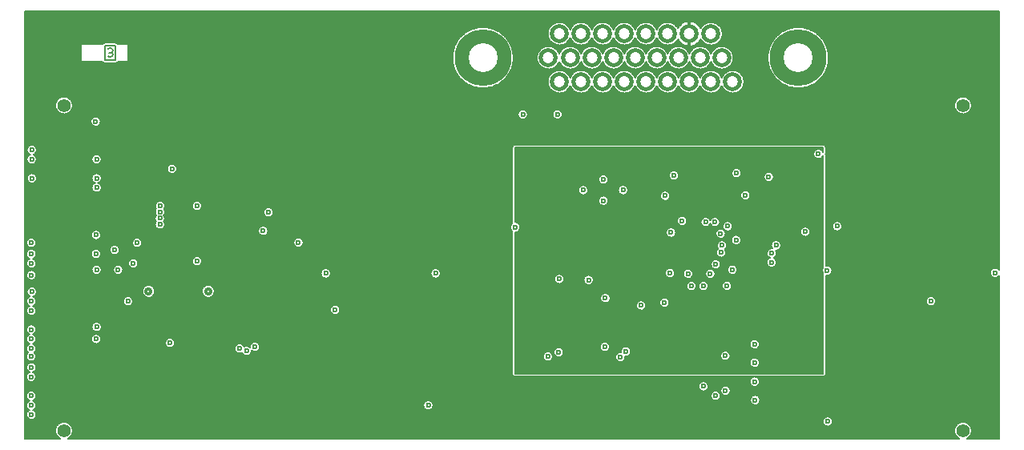
<source format=gbr>
G04 GENERATED BY PULSONIX 10.0 GERBER.DLL 7250*
G04 #@! TF.GenerationSoftware,Pulsonix,Pulsonix,10.0.7250*
G04 #@! TF.CreationDate,2019-09-23T08:44:35--1:00*
G04 #@! TF.Part,Single*
%FSLAX25Y25*%
%LPD*%
%MOIN*%
G04 #@! TF.FileFunction,Copper,L3,Inr*
G04 #@! TF.FilePolarity,Positive*
G04 #@! TA.AperFunction,OtherCopper*
%ADD10C,0.00591*%
G04 #@! TA.AperFunction,ViaPad*
%ADD11C,0.02362X0.00984*%
G04 #@! TA.AperFunction,ComponentPad*
%ADD17C,0.03543X0.01181*%
G04 #@! TD.AperFunction*
%ADD86C,0.00500*%
G04 #@! TA.AperFunction,OtherCopper*
%ADD95C,0.01200*%
%ADD115C,0.00600*%
G04 #@! TD.AperFunction*
%ADD126C,0.05512*%
G04 #@! TA.AperFunction,ComponentPad*
%ADD205C,0.23622X0.12008*%
%ADD212C,0.07874X0.04724*%
X0Y0D02*
D02*
D10*
X2470Y180404D02*
Y2470D01*
X17035*
X16739Y2631*
X16458Y2819*
X16196Y3032*
X15955Y3269*
X15736Y3526*
X15543Y3803*
X15376Y4097*
X15237Y4405*
X15127Y4724*
X15047Y5053*
X14998Y5387*
X14980Y5724*
X14994Y6062*
X15039Y6396*
X15114Y6726*
X15220Y7046*
X15355Y7356*
X15518Y7652*
X15707Y7931*
X15922Y8192*
X16160Y8432*
X16420Y8648*
X16698Y8840*
X16993Y9005*
X17301Y9142*
X17621Y9250*
X17950Y9327*
X18285Y9374*
X18622Y9390*
X18959Y9374*
X19294Y9327*
X19623Y9250*
X19943Y9142*
X20252Y9005*
X20546Y8840*
X20825Y8648*
X21084Y8432*
X21322Y8192*
X21537Y7931*
X21726Y7652*
X21890Y7356*
X22024Y7046*
X22130Y6726*
X22206Y6396*
X22250Y6062*
X22264Y5724*
X22246Y5387*
X22197Y5053*
X22117Y4724*
X22007Y4405*
X21868Y4097*
X21701Y3803*
X21508Y3526*
X21289Y3269*
X21048Y3032*
X20786Y2819*
X20505Y2631*
X20209Y2470*
X391051*
X390754Y2631*
X390474Y2819*
X390212Y3032*
X389970Y3269*
X389752Y3526*
X389559Y3803*
X389392Y4097*
X389253Y4405*
X389143Y4724*
X389063Y5053*
X389014Y5387*
X388996Y5724*
X389010Y6062*
X389054Y6396*
X389130Y6726*
X389235Y7046*
X389370Y7356*
X389533Y7652*
X389723Y7931*
X389938Y8192*
X390176Y8432*
X390435Y8648*
X390714Y8840*
X391008Y9005*
X391317Y9142*
X391637Y9250*
X391966Y9327*
X392301Y9374*
X392638Y9390*
X392975Y9374*
X393310Y9327*
X393638Y9250*
X393959Y9142*
X394267Y9005*
X394562Y8840*
X394840Y8648*
X395100Y8432*
X395338Y8192*
X395552Y7931*
X395742Y7652*
X395905Y7356*
X396040Y7046*
X396146Y6726*
X396221Y6396*
X396266Y6062*
X396279Y5724*
X396262Y5387*
X396212Y5053*
X396133Y4724*
X396023Y4405*
X395884Y4097*
X395717Y3803*
X395523Y3526*
X395305Y3269*
X395064Y3032*
X394802Y2819*
X394521Y2631*
X394224Y2470*
X407766*
Y70449*
X407630Y70245*
X407470Y70059*
X407289Y69893*
X407091Y69750*
X406876Y69631*
X406649Y69539*
X406413Y69474*
X406170Y69438*
X405926Y69430*
X405681Y69451*
X405441Y69502*
X405209Y69580*
X404988Y69685*
X404781Y69816*
X404590Y69970*
X404419Y70146*
X404271Y70341*
X404146Y70552*
X404047Y70776*
X403975Y71010*
X403932Y71251*
X403917Y71496*
X403932Y71741*
X403975Y71982*
X404047Y72216*
X404146Y72441*
X404270Y72652*
X404419Y72846*
X404590Y73022*
X404781Y73176*
X404988Y73307*
X405209Y73412*
X405441Y73490*
X405681Y73541*
X405925Y73562*
X406170Y73555*
X406413Y73518*
X406649Y73453*
X406876Y73361*
X407091Y73242*
X407289Y73099*
X407470Y72933*
X407630Y72747*
X407766Y72543*
Y180404*
X2470*
X2972Y32126D02*
X2988Y32375D01*
X3033Y32621*
X3107Y32859*
X3209Y33087*
X3338Y33300*
X3492Y33497*
X3669Y33673*
X3865Y33827*
X4079Y33956*
X4306Y34059*
X4545Y34133*
X4790Y34178*
X5039Y34193*
X5289Y34178*
X5534Y34133*
X5772Y34059*
X6000Y33956*
X6214Y33827*
X6410Y33673*
X6586Y33497*
X6740Y33300*
X6870Y33087*
X6972Y32859*
X7046Y32621*
X7091Y32375*
X7106Y32126*
X7092Y31884*
X7049Y31645*
X6979Y31412*
X6882Y31190*
X6760Y30980*
X6614Y30787*
X6446Y30611*
X6259Y30457*
X6055Y30326*
X5836Y30219*
X5607Y30139*
X5842Y30040*
X6062Y29912*
X6266Y29759*
X6448Y29582*
X6608Y29384*
X6742Y29167*
X6849Y28936*
X6926Y28693*
X6973Y28443*
X6988Y28189*
X6973Y27940*
X6928Y27694*
X6854Y27456*
X6751Y27228*
X6622Y27015*
X6468Y26818*
X6292Y26642*
X6095Y26488*
X5882Y26359*
X5654Y26256*
X5416Y26182*
X5170Y26137*
X4921Y26122*
X4672Y26137*
X4427Y26182*
X4188Y26256*
X3961Y26359*
X3747Y26488*
X3551Y26642*
X3374Y26818*
X3220Y27015*
X3091Y27228*
X2989Y27456*
X2914Y27694*
X2869Y27940*
X2854Y28189*
X2869Y28431*
X2911Y28670*
X2981Y28902*
X3078Y29125*
X3201Y29335*
X3347Y29528*
X3515Y29704*
X3702Y29858*
X3906Y29989*
X4124Y30096*
X4353Y30176*
X4119Y30275*
X3898Y30403*
X3695Y30556*
X3512Y30733*
X3353Y30931*
X3219Y31148*
X3112Y31379*
X3035Y31622*
X2988Y31872*
X2972Y32126*
Y20315D02*
X2988Y20564D01*
X3033Y20810*
X3107Y21048*
X3209Y21276*
X3338Y21489*
X3492Y21686*
X3669Y21862*
X3865Y22016*
X4079Y22145*
X4306Y22248*
X4545Y22322*
X4790Y22367*
X5039Y22382*
X5289Y22367*
X5534Y22322*
X5772Y22248*
X6000Y22145*
X6214Y22016*
X6410Y21862*
X6586Y21686*
X6740Y21489*
X6870Y21276*
X6972Y21048*
X7046Y20810*
X7091Y20564*
X7106Y20315*
X7093Y20079*
X7052Y19845*
X6985Y19618*
X6893Y19400*
X6776Y19194*
X6636Y19003*
X6476Y18829*
X6296Y18674*
X6101Y18541*
X5891Y18431*
X5670Y18346*
X5901Y18257*
X6120Y18140*
X6323Y17998*
X6508Y17832*
X6672Y17646*
X6812Y17441*
X6926Y17221*
X7014Y16989*
X7073Y16748*
X7103Y16502*
Y16254*
X7073Y16008*
X7014Y15767*
X6926Y15534*
X6812Y15314*
X6672Y15110*
X6508Y14923*
X6323Y14758*
X6120Y14616*
X5901Y14499*
X5670Y14409*
X5891Y14324*
X6100Y14215*
X6296Y14082*
X6476Y13927*
X6636Y13753*
X6776Y13562*
X6893Y13356*
X6985Y13138*
X7052Y12911*
X7093Y12677*
X7106Y12441*
X7091Y12192*
X7046Y11946*
X6972Y11708*
X6870Y11480*
X6740Y11267*
X6586Y11070*
X6410Y10894*
X6214Y10740*
X6000Y10611*
X5772Y10508*
X5534Y10434*
X5289Y10389*
X5039Y10374*
X4790Y10389*
X4545Y10434*
X4306Y10508*
X4079Y10611*
X3865Y10740*
X3669Y10894*
X3492Y11070*
X3338Y11267*
X3209Y11480*
X3107Y11708*
X3033Y11946*
X2988Y12192*
X2972Y12441*
X2986Y12677*
X3027Y12911*
X3093Y13138*
X3186Y13356*
X3303Y13562*
X3442Y13753*
X3603Y13927*
X3782Y14082*
X3978Y14215*
X4188Y14324*
X4409Y14409*
X4178Y14499*
X3959Y14616*
X3756Y14758*
X3571Y14923*
X3407Y15110*
X3267Y15315*
X3152Y15535*
X3065Y15767*
X3006Y16008*
X2976Y16254*
Y16502*
X3006Y16748*
X3065Y16989*
X3152Y17221*
X3267Y17441*
X3407Y17646*
X3571Y17833*
X3756Y17998*
X3959Y18140*
X4178Y18257*
X4409Y18346*
X4188Y18431*
X3978Y18541*
X3782Y18674*
X3603Y18829*
X3442Y19003*
X3303Y19194*
X3186Y19400*
X3093Y19618*
X3027Y19845*
X2986Y20079*
X2972Y20315*
Y47874D02*
X2988Y48123D01*
X3033Y48369*
X3107Y48607*
X3209Y48835*
X3338Y49048*
X3492Y49245*
X3669Y49421*
X3865Y49575*
X4079Y49704*
X4306Y49807*
X4545Y49881*
X4790Y49926*
X5039Y49941*
X5289Y49926*
X5534Y49881*
X5772Y49807*
X6000Y49704*
X6214Y49575*
X6410Y49421*
X6586Y49245*
X6740Y49048*
X6870Y48835*
X6972Y48607*
X7046Y48369*
X7091Y48123*
X7106Y47874*
X7093Y47638*
X7052Y47404*
X6985Y47177*
X6893Y46959*
X6776Y46753*
X6636Y46562*
X6476Y46388*
X6296Y46233*
X6101Y46100*
X5891Y45990*
X5670Y45906*
X5901Y45816*
X6120Y45699*
X6323Y45557*
X6508Y45391*
X6672Y45205*
X6812Y45000*
X6926Y44780*
X7014Y44548*
X7073Y44307*
X7103Y44061*
Y43813*
X7073Y43567*
X7014Y43326*
X6926Y43094*
X6812Y42874*
X6672Y42669*
X6508Y42482*
X6323Y42317*
X6120Y42175*
X5901Y42058*
X5670Y41969*
X5906Y41876*
X6130Y41756*
X6337Y41609*
X6524Y41438*
X6689Y41245*
X6829Y41033*
X6943Y40806*
X7027Y40566*
X7082Y40319*
X7105Y40066*
X7098Y39812*
X7059Y39561*
X6990Y39317*
X6892Y39083*
X6765Y38862*
X6613Y38659*
X6436Y38477*
X6239Y38317*
X6414Y38162*
X6571Y37989*
X6706Y37799*
X6820Y37596*
X6910Y37380*
X6975Y37156*
X7014Y36926*
X7028Y36693*
X7012Y36444*
X6967Y36198*
X6893Y35960*
X6791Y35732*
X6662Y35519*
X6508Y35322*
X6331Y35146*
X6135Y34992*
X5921Y34863*
X5694Y34760*
X5455Y34686*
X5210Y34641*
X4961Y34626*
X4711Y34641*
X4466Y34686*
X4228Y34760*
X4000Y34863*
X3786Y34992*
X3590Y35146*
X3414Y35322*
X3260Y35519*
X3130Y35732*
X3028Y35960*
X2954Y36198*
X2909Y36444*
X2894Y36693*
X2908Y36938*
X2952Y37180*
X3024Y37415*
X3123Y37640*
X3249Y37851*
X3398Y38046*
X3570Y38222*
X3761Y38376*
X3575Y38541*
X3411Y38727*
X3270Y38932*
X3154Y39152*
X3066Y39384*
X3007Y39625*
X2976Y39872*
X2976Y40120*
X3005Y40367*
X3064Y40609*
X3151Y40841*
X3266Y41062*
X3406Y41267*
X3570Y41454*
X3755Y41619*
X3958Y41762*
X4178Y41879*
X4409Y41969*
X4178Y42058*
X3959Y42175*
X3756Y42317*
X3571Y42483*
X3407Y42669*
X3267Y42874*
X3152Y43094*
X3065Y43326*
X3006Y43567*
X2976Y43813*
Y44061*
X3006Y44307*
X3065Y44548*
X3152Y44780*
X3267Y45000*
X3407Y45205*
X3571Y45392*
X3756Y45557*
X3959Y45699*
X4178Y45816*
X4409Y45906*
X4188Y45991*
X3978Y46100*
X3782Y46233*
X3603Y46388*
X3442Y46562*
X3303Y46753*
X3186Y46959*
X3093Y47177*
X3027Y47404*
X2986Y47638*
X2972Y47874*
X3169Y63622D02*
X3184Y63871D01*
X3229Y64117*
X3304Y64355*
X3406Y64583*
X3535Y64796*
X3689Y64993*
X3866Y65169*
X4062Y65323*
X4276Y65452*
X4503Y65555*
X4742Y65629*
X4987Y65674*
X5236Y65689*
X5485Y65674*
X5731Y65629*
X5969Y65555*
X6197Y65452*
X6410Y65323*
X6607Y65169*
X6783Y64993*
X6937Y64796*
X7066Y64583*
X7169Y64355*
X7243Y64117*
X7288Y63871*
X7303Y63622*
X7288Y63376*
X7244Y63133*
X7172Y62897*
X7071Y62671*
X6945Y62459*
X6794Y62264*
X6621Y62087*
X6428Y61933*
X6218Y61803*
X5994Y61699*
X5760Y61622*
X5982Y61524*
X6192Y61401*
X6386Y61253*
X6561Y61084*
X6715Y60895*
X6846Y60690*
X6951Y60470*
X7030Y60240*
X7082Y60002*
X7105Y59759*
X7099Y59516*
X7065Y59275*
X7003Y59039*
X6913Y58813*
X6798Y58598*
X6658Y58399*
X6495Y58218*
X6312Y58057*
X6112Y57918*
X5897Y57804*
X5670Y57717*
X5891Y57632*
X6100Y57522*
X6296Y57389*
X6476Y57234*
X6636Y57060*
X6776Y56869*
X6893Y56663*
X6985Y56445*
X7052Y56218*
X7093Y55984*
X7106Y55748*
X7091Y55499*
X7046Y55253*
X6972Y55015*
X6870Y54787*
X6740Y54574*
X6586Y54377*
X6410Y54201*
X6214Y54047*
X6000Y53918*
X5772Y53815*
X5534Y53741*
X5289Y53696*
X5039Y53681*
X4790Y53696*
X4545Y53741*
X4306Y53815*
X4079Y53918*
X3865Y54047*
X3669Y54201*
X3492Y54377*
X3338Y54574*
X3209Y54787*
X3107Y55015*
X3033Y55253*
X2988Y55499*
X2972Y55748*
X2986Y55984*
X3027Y56218*
X3093Y56445*
X3186Y56663*
X3303Y56869*
X3442Y57060*
X3603Y57234*
X3782Y57389*
X3978Y57522*
X4188Y57632*
X4409Y57717*
X4173Y57808*
X3950Y57929*
X3743Y58075*
X3556Y58246*
X3391Y58438*
X3251Y58649*
X3137Y58876*
X3053Y59114*
X2998Y59362*
X2974Y59614*
X2980Y59867*
X3018Y60118*
X3086Y60362*
X3184Y60596*
X3309Y60816*
X3461Y61019*
X3636Y61202*
X3832Y61363*
X4046Y61498*
X4275Y61606*
X4516Y61685*
X4287Y61786*
X4071Y61915*
X3873Y62069*
X3695Y62245*
X3539Y62442*
X3409Y62657*
X3305Y62885*
X3230Y63125*
X3185Y63372*
X3169Y63622*
X2972Y70512D02*
X2988Y70761D01*
X3033Y71006*
X3107Y71245*
X3209Y71472*
X3338Y71686*
X3492Y71882*
X3669Y72059*
X3865Y72213*
X4079Y72342*
X4306Y72444*
X4545Y72519*
X4790Y72564*
X5039Y72579*
X5289Y72564*
X5534Y72519*
X5772Y72444*
X6000Y72342*
X6214Y72213*
X6410Y72059*
X6586Y71882*
X6740Y71686*
X6870Y71472*
X6972Y71245*
X7046Y71006*
X7091Y70761*
X7106Y70512*
X7091Y70263*
X7046Y70017*
X6972Y69779*
X6870Y69551*
X6740Y69338*
X6586Y69141*
X6410Y68965*
X6214Y68811*
X6000Y68682*
X5772Y68579*
X5534Y68505*
X5289Y68460*
X5039Y68445*
X4790Y68460*
X4545Y68505*
X4306Y68579*
X4079Y68682*
X3865Y68811*
X3669Y68965*
X3492Y69141*
X3338Y69338*
X3209Y69551*
X3107Y69779*
X3033Y70017*
X2988Y70263*
X2972Y70512*
Y79370D02*
X2988Y79619D01*
X3033Y79865*
X3107Y80103*
X3209Y80331*
X3338Y80544*
X3492Y80741*
X3669Y80917*
X3865Y81071*
X4079Y81200*
X4306Y81303*
X4545Y81377*
X4790Y81422*
X5039Y81437*
X5289Y81422*
X5534Y81377*
X5772Y81303*
X6000Y81200*
X6214Y81071*
X6410Y80917*
X6586Y80741*
X6740Y80544*
X6870Y80331*
X6972Y80103*
X7046Y79865*
X7091Y79619*
X7106Y79370*
X7093Y79134*
X7052Y78900*
X6985Y78673*
X6893Y78455*
X6776Y78249*
X6636Y78058*
X6476Y77884*
X6296Y77729*
X6101Y77596*
X5891Y77487*
X5670Y77402*
X5891Y77317*
X6100Y77207*
X6296Y77074*
X6476Y76919*
X6636Y76745*
X6776Y76554*
X6893Y76348*
X6985Y76130*
X7052Y75903*
X7093Y75670*
X7106Y75433*
X7091Y75184*
X7046Y74938*
X6972Y74700*
X6870Y74473*
X6740Y74259*
X6586Y74062*
X6410Y73886*
X6214Y73732*
X6000Y73603*
X5772Y73500*
X5534Y73426*
X5289Y73381*
X5039Y73366*
X4790Y73381*
X4545Y73426*
X4306Y73500*
X4079Y73603*
X3865Y73732*
X3669Y73886*
X3492Y74062*
X3338Y74259*
X3209Y74473*
X3107Y74700*
X3033Y74938*
X2988Y75184*
X2972Y75433*
X2986Y75669*
X3027Y75903*
X3093Y76130*
X3186Y76348*
X3303Y76554*
X3442Y76745*
X3603Y76919*
X3782Y77074*
X3978Y77207*
X4188Y77317*
X4409Y77402*
X4188Y77487*
X3978Y77596*
X3782Y77729*
X3603Y77884*
X3442Y78058*
X3303Y78249*
X3186Y78455*
X3093Y78673*
X3027Y78900*
X2986Y79134*
X2972Y79370*
Y83976D02*
X2988Y84225D01*
X3033Y84471*
X3107Y84709*
X3209Y84936*
X3338Y85150*
X3492Y85346*
X3669Y85523*
X3865Y85677*
X4079Y85806*
X4306Y85909*
X4545Y85983*
X4790Y86028*
X5039Y86043*
X5289Y86028*
X5534Y85983*
X5772Y85909*
X6000Y85806*
X6214Y85677*
X6410Y85523*
X6586Y85346*
X6740Y85150*
X6870Y84936*
X6972Y84709*
X7046Y84471*
X7091Y84225*
X7106Y83976*
X7091Y83727*
X7046Y83481*
X6972Y83243*
X6870Y83015*
X6740Y82802*
X6586Y82605*
X6410Y82429*
X6214Y82275*
X6000Y82146*
X5772Y82043*
X5534Y81969*
X5289Y81924*
X5039Y81909*
X4790Y81924*
X4545Y81969*
X4306Y82043*
X4079Y82146*
X3865Y82275*
X3669Y82429*
X3492Y82605*
X3338Y82802*
X3209Y83015*
X3107Y83243*
X3033Y83481*
X2988Y83727*
X2972Y83976*
X3169Y122677D02*
X3184Y122926D01*
X3229Y123172*
X3304Y123410*
X3406Y123638*
X3535Y123851*
X3689Y124048*
X3866Y124224*
X4062Y124378*
X4276Y124507*
X4503Y124610*
X4742Y124684*
X4987Y124729*
X5236Y124744*
X5485Y124729*
X5731Y124684*
X5969Y124610*
X6197Y124507*
X6410Y124378*
X6607Y124224*
X6783Y124048*
X6937Y123851*
X7066Y123638*
X7169Y123410*
X7243Y123172*
X7288Y122926*
X7303Y122677*
X7290Y122441*
X7249Y122207*
X7182Y121980*
X7090Y121762*
X6973Y121556*
X6833Y121365*
X6673Y121191*
X6493Y121036*
X6297Y120903*
X6088Y120794*
X5866Y120709*
X6087Y120624*
X6297Y120514*
X6493Y120381*
X6673Y120226*
X6833Y120052*
X6973Y119861*
X7090Y119655*
X7182Y119437*
X7249Y119210*
X7290Y118977*
X7303Y118740*
X7288Y118491*
X7243Y118246*
X7169Y118007*
X7066Y117780*
X6937Y117566*
X6783Y117370*
X6607Y117193*
X6410Y117039*
X6197Y116910*
X5969Y116808*
X5731Y116733*
X5485Y116688*
X5236Y116673*
X4987Y116688*
X4742Y116733*
X4503Y116808*
X4276Y116910*
X4062Y117039*
X3866Y117193*
X3689Y117370*
X3535Y117566*
X3406Y117780*
X3304Y118007*
X3229Y118246*
X3184Y118491*
X3169Y118740*
X3183Y118977*
X3223Y119210*
X3290Y119437*
X3383Y119655*
X3500Y119861*
X3639Y120052*
X3800Y120226*
X3979Y120381*
X4175Y120514*
X4385Y120624*
X4606Y120709*
X4385Y120794*
X4175Y120903*
X3979Y121036*
X3800Y121191*
X3639Y121365*
X3500Y121556*
X3383Y121762*
X3290Y121980*
X3223Y122207*
X3183Y122441*
X3169Y122677*
X3209Y110866D02*
X3224Y111115D01*
X3269Y111361*
X3343Y111599*
X3445Y111827*
X3575Y112040*
X3729Y112237*
X3905Y112413*
X4101Y112567*
X4315Y112696*
X4543Y112799*
X4781Y112873*
X5026Y112918*
X5276Y112933*
X5525Y112918*
X5770Y112873*
X6009Y112799*
X6236Y112696*
X6450Y112567*
X6646Y112413*
X6823Y112237*
X6977Y112040*
X7106Y111827*
X7208Y111599*
X7282Y111361*
X7327Y111115*
X7343Y110866*
X7327Y110617*
X7282Y110371*
X7208Y110133*
X7106Y109906*
X6977Y109692*
X6823Y109496*
X6646Y109319*
X6450Y109165*
X6236Y109036*
X6009Y108934*
X5770Y108859*
X5525Y108814*
X5276Y108799*
X5026Y108814*
X4781Y108859*
X4543Y108934*
X4315Y109036*
X4101Y109165*
X3905Y109319*
X3729Y109496*
X3575Y109692*
X3445Y109906*
X3343Y110133*
X3269Y110371*
X3224Y110617*
X3209Y110866*
X18622Y144823D02*
X18958Y144807D01*
X19291Y144761*
X19619Y144684*
X19938Y144577*
X20245Y144441*
X20539Y144277*
X20817Y144087*
X21075Y143872*
X21313Y143635*
X21528Y143376*
X21718Y143098*
X21882Y142804*
X22018Y142497*
X22125Y142178*
X22202Y141850*
X22248Y141517*
X22264Y141181*
X22248Y140845*
X22202Y140512*
X22125Y140184*
X22018Y139866*
X21882Y139558*
X21718Y139264*
X21528Y138986*
X21313Y138728*
X21076Y138490*
X20817Y138275*
X20539Y138085*
X20245Y137921*
X19938Y137785*
X19619Y137678*
X19291Y137601*
X18958Y137555*
X18622Y137539*
X18286Y137555*
X17953Y137601*
X17625Y137678*
X17306Y137785*
X16999Y137921*
X16705Y138085*
X16427Y138275*
X16169Y138490*
X15931Y138728*
X15716Y138986*
X15526Y139264*
X15362Y139558*
X15226Y139866*
X15119Y140184*
X15042Y140512*
X14996Y140845*
X14980Y141181*
X14996Y141517*
X15042Y141850*
X15119Y142178*
X15226Y142497*
X15362Y142804*
X15526Y143098*
X15716Y143376*
X15931Y143635*
X16169Y143872*
X16427Y144087*
X16705Y144277*
X16999Y144441*
X17306Y144577*
X17625Y144684*
X17953Y144761*
X18286Y144807*
X18622Y144823*
X45075Y166835D02*
X45166Y166820D01*
X45248Y166778*
X45314Y166713*
X45356Y166631*
X45370Y166539*
Y159539*
X45356Y159448*
X45314Y159366*
X45248Y159300*
X45166Y159259*
X45075Y159244*
X40954*
X40835Y159130*
X40702Y159033*
X40556Y158956*
X40401Y158899*
X40239Y158865*
X40075Y158854*
X35575*
X35410Y158865*
X35249Y158899*
X35094Y158956*
X34948Y159033*
X34814Y159130*
X34695Y159244*
X26075*
X25984Y159259*
X25901Y159300*
X25836Y159366*
X25794Y159448*
X25780Y159539*
Y166539*
X25794Y166631*
X25836Y166713*
X25901Y166778*
X25984Y166820*
X26075Y166835*
X34695*
X34814Y166949*
X34948Y167046*
X35094Y167123*
X35249Y167179*
X35410Y167214*
X35575Y167225*
X40075*
X40239Y167214*
X40401Y167179*
X40556Y167123*
X40702Y167046*
X40836Y166949*
X40954Y166835*
X45075*
X37657Y81024D02*
X37673Y81273D01*
X37718Y81518*
X37792Y81757*
X37894Y81984*
X38023Y82198*
X38177Y82394*
X38354Y82571*
X38550Y82725*
X38764Y82854*
X38991Y82956*
X39230Y83030*
X39475Y83075*
X39724Y83091*
X39974Y83075*
X40219Y83030*
X40457Y82956*
X40685Y82854*
X40899Y82725*
X41095Y82571*
X41271Y82394*
X41425Y82198*
X41555Y81984*
X41657Y81757*
X41731Y81518*
X41776Y81273*
X41791Y81024*
X41776Y80774*
X41731Y80529*
X41657Y80291*
X41555Y80063*
X41425Y79849*
X41271Y79653*
X41095Y79477*
X40899Y79323*
X40685Y79193*
X40457Y79091*
X40219Y79017*
X39974Y78972*
X39724Y78957*
X39475Y78972*
X39230Y79017*
X38991Y79091*
X38764Y79193*
X38550Y79323*
X38354Y79477*
X38177Y79653*
X38023Y79849*
X37894Y80063*
X37792Y80291*
X37718Y80529*
X37673Y80774*
X37657Y81024*
X39075Y72795D02*
X39090Y73044D01*
X39135Y73290*
X39209Y73528*
X39312Y73756*
X39441Y73969*
X39595Y74166*
X39771Y74342*
X39968Y74496*
X40181Y74625*
X40409Y74728*
X40647Y74802*
X40893Y74847*
X41142Y74862*
X41391Y74847*
X41636Y74802*
X41875Y74728*
X42102Y74625*
X42316Y74496*
X42512Y74342*
X42689Y74166*
X42843Y73969*
X42972Y73756*
X43074Y73528*
X43149Y73290*
X43194Y73044*
X43209Y72795*
X43194Y72546*
X43149Y72301*
X43074Y72062*
X42972Y71835*
X42843Y71621*
X42689Y71425*
X42512Y71248*
X42316Y71094*
X42102Y70965*
X41875Y70863*
X41636Y70788*
X41391Y70743*
X41142Y70728*
X40893Y70743*
X40647Y70788*
X40409Y70863*
X40181Y70965*
X39968Y71094*
X39771Y71248*
X39595Y71425*
X39441Y71621*
X39312Y71835*
X39209Y72062*
X39135Y72301*
X39090Y72546*
X39075Y72795*
X43209Y59685D02*
X43224Y59934D01*
X43269Y60180*
X43343Y60418*
X43445Y60646*
X43575Y60859*
X43729Y61056*
X43905Y61232*
X44101Y61386*
X44315Y61515*
X44543Y61618*
X44781Y61692*
X45026Y61737*
X45276Y61752*
X45525Y61737*
X45770Y61692*
X46009Y61618*
X46236Y61515*
X46450Y61386*
X46646Y61232*
X46823Y61056*
X46977Y60859*
X47106Y60646*
X47208Y60418*
X47282Y60180*
X47327Y59934*
X47343Y59685*
X47327Y59436*
X47282Y59190*
X47208Y58952*
X47106Y58724*
X46977Y58511*
X46823Y58314*
X46646Y58138*
X46450Y57984*
X46236Y57855*
X46009Y57752*
X45770Y57678*
X45525Y57633*
X45276Y57618*
X45026Y57633*
X44781Y57678*
X44543Y57752*
X44315Y57855*
X44101Y57984*
X43905Y58138*
X43729Y58314*
X43575Y58511*
X43445Y58724*
X43343Y58952*
X43269Y59190*
X43224Y59436*
X43209Y59685*
X29744Y134488D02*
X29759Y134737D01*
X29804Y134983*
X29878Y135221*
X29981Y135449*
X30110Y135662*
X30264Y135859*
X30440Y136035*
X30637Y136189*
X30850Y136318*
X31078Y136421*
X31316Y136495*
X31562Y136540*
X31811Y136555*
X32060Y136540*
X32306Y136495*
X32544Y136421*
X32772Y136318*
X32985Y136189*
X33182Y136035*
X33358Y135859*
X33512Y135662*
X33641Y135449*
X33744Y135221*
X33818Y134983*
X33863Y134737*
X33878Y134488*
X33863Y134239*
X33818Y133994*
X33744Y133755*
X33641Y133528*
X33512Y133314*
X33358Y133118*
X33182Y132941*
X32985Y132787*
X32772Y132658*
X32544Y132556*
X32306Y132481*
X32060Y132436*
X31811Y132421*
X31562Y132436*
X31316Y132481*
X31078Y132556*
X30850Y132658*
X30637Y132787*
X30440Y132941*
X30264Y133118*
X30110Y133314*
X29981Y133528*
X29878Y133755*
X29804Y133994*
X29759Y134239*
X29744Y134488*
X29862Y79370D02*
X29877Y79619D01*
X29922Y79865*
X29997Y80103*
X30099Y80331*
X30228Y80544*
X30382Y80741*
X30559Y80917*
X30755Y81071*
X30969Y81200*
X31196Y81303*
X31434Y81377*
X31680Y81422*
X31929Y81437*
X32178Y81422*
X32424Y81377*
X32662Y81303*
X32890Y81200*
X33103Y81071*
X33300Y80917*
X33476Y80741*
X33630Y80544*
X33759Y80331*
X33862Y80103*
X33936Y79865*
X33981Y79619*
X33996Y79370*
X33981Y79121*
X33936Y78875*
X33862Y78637*
X33759Y78410*
X33630Y78196*
X33476Y77999*
X33300Y77823*
X33103Y77669*
X32890Y77540*
X32662Y77437*
X32424Y77363*
X32178Y77318*
X31929Y77303*
X31680Y77318*
X31434Y77363*
X31196Y77437*
X30969Y77540*
X30755Y77669*
X30559Y77823*
X30382Y77999*
X30228Y78196*
X30099Y78410*
X29997Y78637*
X29922Y78875*
X29877Y79121*
X29862Y79370*
X30020Y43937D02*
X30035Y44186D01*
X30080Y44432*
X30154Y44670*
X30256Y44898*
X30386Y45111*
X30540Y45308*
X30716Y45484*
X30912Y45638*
X31126Y45767*
X31354Y45870*
X31592Y45944*
X31837Y45989*
X32087Y46004*
X32336Y45989*
X32581Y45944*
X32820Y45870*
X33047Y45767*
X33261Y45638*
X33457Y45484*
X33634Y45308*
X33788Y45111*
X33917Y44898*
X34019Y44670*
X34093Y44432*
X34138Y44186*
X34154Y43937*
X34138Y43688*
X34093Y43442*
X34019Y43204*
X33917Y42976*
X33788Y42763*
X33634Y42566*
X33457Y42390*
X33261Y42236*
X33047Y42107*
X32820Y42004*
X32581Y41930*
X32336Y41885*
X32087Y41870*
X31837Y41885*
X31592Y41930*
X31354Y42004*
X31126Y42107*
X30912Y42236*
X30716Y42390*
X30540Y42566*
X30386Y42763*
X30256Y42976*
X30154Y43204*
X30080Y43442*
X30035Y43688*
X30020Y43937*
X30138Y48937D02*
X30153Y49186D01*
X30198Y49432*
X30272Y49670*
X30375Y49898*
X30504Y50111*
X30658Y50308*
X30834Y50484*
X31031Y50638*
X31244Y50767*
X31472Y50870*
X31710Y50944*
X31956Y50989*
X32205Y51004*
X32454Y50989*
X32699Y50944*
X32938Y50870*
X33165Y50767*
X33379Y50638*
X33575Y50484*
X33752Y50308*
X33906Y50111*
X34035Y49898*
X34137Y49670*
X34212Y49432*
X34257Y49186*
X34272Y48937*
X34257Y48688*
X34212Y48442*
X34137Y48204*
X34035Y47976*
X33906Y47763*
X33752Y47566*
X33575Y47390*
X33379Y47236*
X33165Y47107*
X32938Y47004*
X32699Y46930*
X32454Y46885*
X32205Y46870*
X31956Y46885*
X31710Y46930*
X31472Y47004*
X31244Y47107*
X31031Y47236*
X30834Y47390*
X30658Y47566*
X30504Y47763*
X30375Y47976*
X30272Y48204*
X30198Y48442*
X30153Y48688*
X30138Y48937*
Y72795D02*
X30153Y73044D01*
X30198Y73290*
X30272Y73528*
X30375Y73756*
X30504Y73969*
X30658Y74166*
X30834Y74342*
X31031Y74496*
X31244Y74625*
X31472Y74728*
X31710Y74802*
X31956Y74847*
X32205Y74862*
X32454Y74847*
X32699Y74802*
X32938Y74728*
X33165Y74625*
X33379Y74496*
X33575Y74342*
X33752Y74166*
X33906Y73969*
X34035Y73756*
X34137Y73528*
X34212Y73290*
X34257Y73044*
X34272Y72795*
X34257Y72546*
X34212Y72301*
X34137Y72062*
X34035Y71835*
X33906Y71621*
X33752Y71425*
X33575Y71248*
X33379Y71094*
X33165Y70965*
X32938Y70863*
X32699Y70788*
X32454Y70743*
X32205Y70728*
X31956Y70743*
X31710Y70788*
X31472Y70863*
X31244Y70965*
X31031Y71094*
X30834Y71248*
X30658Y71425*
X30504Y71621*
X30375Y71835*
X30272Y72062*
X30198Y72301*
X30153Y72546*
X30138Y72795*
X29862Y87244D02*
X29877Y87493D01*
X29922Y87739*
X29997Y87977*
X30099Y88205*
X30228Y88418*
X30382Y88615*
X30559Y88791*
X30755Y88945*
X30969Y89074*
X31196Y89177*
X31434Y89251*
X31680Y89296*
X31929Y89311*
X32178Y89296*
X32424Y89251*
X32662Y89177*
X32890Y89074*
X33103Y88945*
X33300Y88791*
X33476Y88615*
X33630Y88418*
X33759Y88205*
X33862Y87977*
X33936Y87739*
X33981Y87493*
X33996Y87244*
X33981Y86995*
X33936Y86749*
X33862Y86511*
X33759Y86284*
X33630Y86070*
X33476Y85874*
X33300Y85697*
X33103Y85543*
X32890Y85414*
X32662Y85311*
X32424Y85237*
X32178Y85192*
X31929Y85177*
X31680Y85192*
X31434Y85237*
X31196Y85311*
X30969Y85414*
X30755Y85543*
X30559Y85697*
X30382Y85874*
X30228Y86070*
X30099Y86284*
X29997Y86511*
X29922Y86749*
X29877Y86995*
X29862Y87244*
X30138Y110866D02*
X30153Y111115D01*
X30198Y111361*
X30272Y111599*
X30375Y111827*
X30504Y112040*
X30658Y112237*
X30834Y112413*
X31031Y112567*
X31244Y112696*
X31472Y112799*
X31710Y112873*
X31956Y112918*
X32205Y112933*
X32454Y112918*
X32699Y112873*
X32938Y112799*
X33165Y112696*
X33379Y112567*
X33575Y112413*
X33752Y112237*
X33906Y112040*
X34035Y111827*
X34137Y111599*
X34212Y111361*
X34257Y111115*
X34272Y110866*
X34258Y110630*
X34218Y110396*
X34151Y110169*
X34058Y109951*
X33941Y109745*
X33802Y109554*
X33641Y109380*
X33462Y109225*
X33266Y109092*
X33056Y108983*
X32835Y108898*
X33056Y108813*
X33266Y108703*
X33462Y108570*
X33641Y108415*
X33802Y108241*
X33941Y108050*
X34058Y107844*
X34151Y107626*
X34218Y107399*
X34258Y107166*
X34272Y106929*
X34257Y106680*
X34212Y106434*
X34137Y106196*
X34035Y105969*
X33906Y105755*
X33752Y105559*
X33575Y105382*
X33379Y105228*
X33165Y105099*
X32938Y104997*
X32699Y104922*
X32454Y104877*
X32205Y104862*
X31956Y104877*
X31710Y104922*
X31472Y104997*
X31244Y105099*
X31031Y105228*
X30834Y105382*
X30658Y105559*
X30504Y105755*
X30375Y105969*
X30272Y106196*
X30198Y106434*
X30153Y106680*
X30138Y106929*
X30151Y107166*
X30192Y107399*
X30259Y107626*
X30351Y107844*
X30468Y108050*
X30608Y108241*
X30768Y108415*
X30948Y108570*
X31144Y108703*
X31353Y108813*
X31574Y108898*
X31353Y108983*
X31144Y109092*
X30948Y109225*
X30768Y109380*
X30608Y109554*
X30468Y109745*
X30351Y109951*
X30259Y110169*
X30192Y110396*
X30151Y110630*
X30138Y110866*
Y118740D02*
X30153Y118989D01*
X30198Y119235*
X30272Y119473*
X30375Y119701*
X30504Y119914*
X30658Y120111*
X30834Y120287*
X31031Y120441*
X31244Y120570*
X31472Y120673*
X31710Y120747*
X31956Y120792*
X32205Y120807*
X32454Y120792*
X32699Y120747*
X32938Y120673*
X33165Y120570*
X33379Y120441*
X33575Y120287*
X33752Y120111*
X33906Y119914*
X34035Y119701*
X34137Y119473*
X34212Y119235*
X34257Y118989*
X34272Y118740*
X34257Y118491*
X34212Y118246*
X34137Y118007*
X34035Y117780*
X33906Y117566*
X33752Y117370*
X33575Y117193*
X33379Y117039*
X33165Y116910*
X32938Y116808*
X32699Y116733*
X32454Y116688*
X32205Y116673*
X31956Y116688*
X31710Y116733*
X31472Y116808*
X31244Y116910*
X31031Y117039*
X30834Y117193*
X30658Y117370*
X30504Y117566*
X30375Y117780*
X30272Y118007*
X30198Y118246*
X30153Y118491*
X30138Y118740*
X45374Y75433D02*
X45389Y75682D01*
X45434Y75928*
X45508Y76166*
X45611Y76394*
X45740Y76607*
X45894Y76804*
X46070Y76980*
X46267Y77134*
X46480Y77263*
X46708Y77366*
X46946Y77440*
X47192Y77485*
X47441Y77500*
X47690Y77485*
X47936Y77440*
X48174Y77366*
X48401Y77263*
X48615Y77134*
X48812Y76980*
X48988Y76804*
X49142Y76607*
X49271Y76394*
X49374Y76166*
X49448Y75928*
X49493Y75682*
X49508Y75433*
X49493Y75184*
X49448Y74938*
X49374Y74700*
X49271Y74473*
X49142Y74259*
X48988Y74062*
X48812Y73886*
X48615Y73732*
X48401Y73603*
X48174Y73500*
X47936Y73426*
X47690Y73381*
X47441Y73366*
X47192Y73381*
X46946Y73426*
X46708Y73500*
X46480Y73603*
X46267Y73732*
X46070Y73886*
X45894Y74062*
X45740Y74259*
X45611Y74473*
X45508Y74700*
X45434Y74938*
X45389Y75184*
X45374Y75433*
X47067Y83976D02*
X47082Y84225D01*
X47127Y84471*
X47201Y84709*
X47304Y84936*
X47433Y85150*
X47587Y85346*
X47763Y85523*
X47960Y85677*
X48173Y85806*
X48401Y85909*
X48639Y85983*
X48885Y86028*
X49134Y86043*
X49383Y86028*
X49629Y85983*
X49867Y85909*
X50094Y85806*
X50308Y85677*
X50504Y85523*
X50681Y85346*
X50835Y85150*
X50964Y84936*
X51066Y84709*
X51141Y84471*
X51186Y84225*
X51201Y83976*
X51186Y83727*
X51141Y83481*
X51066Y83243*
X50964Y83015*
X50835Y82802*
X50681Y82605*
X50504Y82429*
X50308Y82275*
X50094Y82146*
X49867Y82043*
X49629Y81969*
X49383Y81924*
X49134Y81909*
X48885Y81924*
X48639Y81969*
X48401Y82043*
X48173Y82146*
X47960Y82275*
X47763Y82429*
X47587Y82605*
X47433Y82802*
X47304Y83015*
X47201Y83243*
X47127Y83481*
X47082Y83727*
X47067Y83976*
X53858Y66457D02*
X54136Y66442D01*
X54411Y66399*
X54679Y66327*
X54939Y66227*
X55187Y66101*
X55420Y65949*
X55636Y65774*
X55833Y65577*
X56008Y65361*
X56160Y65128*
X56286Y64880*
X56386Y64620*
X56458Y64352*
X56501Y64077*
X56516Y63799*
X56501Y63521*
X56458Y63247*
X56386Y62978*
X56286Y62718*
X56160Y62470*
X56008Y62237*
X55833Y62021*
X55636Y61824*
X55420Y61649*
X55187Y61498*
X54939Y61371*
X54679Y61272*
X54411Y61200*
X54136Y61156*
X53858Y61142*
X53580Y61156*
X53306Y61200*
X53037Y61272*
X52777Y61371*
X52530Y61498*
X52296Y61649*
X52080Y61824*
X51883Y62021*
X51708Y62237*
X51557Y62470*
X51431Y62718*
X51331Y62978*
X51259Y63247*
X51215Y63521*
X51201Y63799*
X51215Y64077*
X51259Y64352*
X51331Y64620*
X51431Y64880*
X51557Y65128*
X51708Y65361*
X51883Y65577*
X52080Y65774*
X52296Y65949*
X52530Y66101*
X52777Y66227*
X53037Y66327*
X53306Y66399*
X53580Y66442*
X53858Y66457*
X56555Y99331D02*
X56570Y99580D01*
X56615Y99826*
X56689Y100064*
X56792Y100291*
X56921Y100505*
X57075Y100701*
X57251Y100878*
X57448Y101032*
X57661Y101161*
X57889Y101264*
X58127Y101338*
X58373Y101383*
X58622Y101398*
X58871Y101383*
X59117Y101338*
X59355Y101264*
X59583Y101161*
X59796Y101032*
X59993Y100878*
X60169Y100701*
X60323Y100505*
X60452Y100291*
X60555Y100064*
X60629Y99826*
X60674Y99580*
X60689Y99331*
X60676Y99096*
X60636Y98864*
X60570Y98639*
X60478Y98422*
X60363Y98217*
X60225Y98026*
X60365Y97818*
X60479Y97595*
X60564Y97359*
X60621Y97115*
X60647Y96865*
X60644Y96615*
X60609Y96366*
X60545Y96124*
X60453Y95891*
X60332Y95671*
X60186Y95467*
X60324Y95262*
X60437Y95041*
X60523Y94809*
X60580Y94567*
X60607Y94321*
X60606Y94073*
X60574Y93827*
X60513Y93587*
X60424Y93356*
X60308Y93137*
X60167Y92933*
X60299Y92745*
X60409Y92544*
X60496Y92331*
X60559Y92110*
X60597Y91883*
X60610Y91654*
X60595Y91405*
X60550Y91159*
X60476Y90921*
X60373Y90693*
X60244Y90480*
X60090Y90283*
X59914Y90107*
X59717Y89953*
X59504Y89824*
X59276Y89721*
X59038Y89647*
X58792Y89602*
X58543Y89587*
X58294Y89602*
X58049Y89647*
X57810Y89721*
X57583Y89824*
X57369Y89953*
X57173Y90107*
X56996Y90283*
X56842Y90480*
X56713Y90693*
X56611Y90921*
X56536Y91159*
X56491Y91405*
X56476Y91654*
X56489Y91883*
X56527Y92110*
X56590Y92331*
X56678Y92544*
X56788Y92745*
X56920Y92933*
X56776Y93142*
X56658Y93366*
X56568Y93604*
X56508Y93850*
X56479Y94102*
X56481Y94356*
X56514Y94607*
X56578Y94853*
X56671Y95089*
X56792Y95311*
X56940Y95517*
X56800Y95726*
X56687Y95949*
X56601Y96185*
X56544Y96429*
X56518Y96678*
X56522Y96929*
X56556Y97177*
X56620Y97420*
X56713Y97653*
X56833Y97873*
X56979Y98076*
X56853Y98262*
X56747Y98460*
X56664Y98669*
X56604Y98885*
X56567Y99107*
X56555Y99331*
X60728Y42283D02*
X60743Y42533D01*
X60788Y42778*
X60863Y43016*
X60965Y43244*
X61094Y43458*
X61248Y43654*
X61425Y43831*
X61621Y43984*
X61835Y44114*
X62062Y44216*
X62301Y44290*
X62546Y44335*
X62795Y44350*
X63044Y44335*
X63290Y44290*
X63528Y44216*
X63756Y44114*
X63969Y43984*
X64166Y43831*
X64342Y43654*
X64496Y43458*
X64625Y43244*
X64728Y43016*
X64802Y42778*
X64847Y42533*
X64862Y42283*
X64847Y42034*
X64802Y41789*
X64728Y41551*
X64625Y41323*
X64496Y41109*
X64342Y40913*
X64166Y40736*
X63969Y40582*
X63756Y40453*
X63528Y40351*
X63290Y40277*
X63044Y40232*
X62795Y40217*
X62546Y40232*
X62301Y40277*
X62062Y40351*
X61835Y40453*
X61621Y40582*
X61425Y40736*
X61248Y40913*
X61094Y41109*
X60965Y41323*
X60863Y41551*
X60788Y41789*
X60743Y42034*
X60728Y42283*
X61555Y114803D02*
X61570Y115052D01*
X61615Y115298*
X61689Y115536*
X61792Y115764*
X61921Y115977*
X62075Y116174*
X62251Y116350*
X62448Y116504*
X62661Y116633*
X62889Y116736*
X63127Y116810*
X63373Y116855*
X63622Y116870*
X63871Y116855*
X64117Y116810*
X64355Y116736*
X64583Y116633*
X64796Y116504*
X64993Y116350*
X65169Y116174*
X65323Y115977*
X65452Y115764*
X65555Y115536*
X65629Y115298*
X65674Y115052*
X65689Y114803*
X65674Y114554*
X65629Y114309*
X65555Y114070*
X65452Y113843*
X65323Y113629*
X65169Y113433*
X64993Y113256*
X64796Y113102*
X64583Y112973*
X64355Y112871*
X64117Y112796*
X63871Y112751*
X63622Y112736*
X63373Y112751*
X63127Y112796*
X62889Y112871*
X62661Y112973*
X62448Y113102*
X62251Y113256*
X62075Y113433*
X61921Y113629*
X61792Y113843*
X61689Y114070*
X61615Y114309*
X61570Y114554*
X61555Y114803*
X71870Y76299D02*
X71885Y76548D01*
X71930Y76794*
X72004Y77032*
X72107Y77259*
X72236Y77473*
X72390Y77669*
X72566Y77846*
X72763Y78000*
X72976Y78129*
X73204Y78231*
X73442Y78306*
X73688Y78351*
X73937Y78366*
X74186Y78351*
X74432Y78306*
X74670Y78231*
X74898Y78129*
X75111Y78000*
X75308Y77846*
X75484Y77669*
X75638Y77473*
X75767Y77259*
X75870Y77032*
X75944Y76794*
X75989Y76548*
X76004Y76299*
X75989Y76050*
X75944Y75804*
X75870Y75566*
X75767Y75338*
X75638Y75125*
X75484Y74928*
X75308Y74752*
X75111Y74598*
X74898Y74469*
X74670Y74366*
X74432Y74292*
X74186Y74247*
X73937Y74232*
X73688Y74247*
X73442Y74292*
X73204Y74366*
X72976Y74469*
X72763Y74598*
X72566Y74752*
X72390Y74928*
X72236Y75125*
X72107Y75338*
X72004Y75566*
X71930Y75804*
X71885Y76050*
X71870Y76299*
X78661Y66457D02*
X78939Y66442D01*
X79214Y66399*
X79483Y66327*
X79742Y66227*
X79990Y66101*
X80223Y65949*
X80440Y65774*
X80636Y65577*
X80811Y65361*
X80963Y65128*
X81089Y64880*
X81189Y64620*
X81261Y64352*
X81304Y64077*
X81319Y63799*
X81304Y63521*
X81261Y63247*
X81189Y62978*
X81089Y62718*
X80963Y62470*
X80811Y62237*
X80636Y62021*
X80440Y61824*
X80223Y61649*
X79990Y61498*
X79742Y61371*
X79483Y61272*
X79214Y61200*
X78939Y61156*
X78661Y61142*
X78384Y61156*
X78109Y61200*
X77840Y61272*
X77581Y61371*
X77333Y61498*
X77099Y61649*
X76883Y61824*
X76687Y62021*
X76511Y62237*
X76360Y62470*
X76234Y62718*
X76134Y62978*
X76062Y63247*
X76019Y63521*
X76004Y63799*
X76019Y64077*
X76062Y64352*
X76134Y64620*
X76234Y64880*
X76360Y65128*
X76511Y65361*
X76687Y65577*
X76883Y65774*
X77099Y65949*
X77333Y66101*
X77581Y66227*
X77840Y66327*
X78109Y66399*
X78384Y66442*
X78661Y66457*
X71870Y99331D02*
X71885Y99580D01*
X71930Y99826*
X72004Y100064*
X72107Y100291*
X72236Y100505*
X72390Y100701*
X72566Y100878*
X72763Y101032*
X72976Y101161*
X73204Y101264*
X73442Y101338*
X73688Y101383*
X73937Y101398*
X74186Y101383*
X74432Y101338*
X74670Y101264*
X74898Y101161*
X75111Y101032*
X75308Y100878*
X75484Y100701*
X75638Y100505*
X75767Y100291*
X75870Y100064*
X75944Y99826*
X75989Y99580*
X76004Y99331*
X75989Y99082*
X75944Y98836*
X75870Y98598*
X75767Y98370*
X75638Y98157*
X75484Y97960*
X75308Y97784*
X75111Y97630*
X74898Y97501*
X74670Y97398*
X74432Y97324*
X74186Y97279*
X73937Y97264*
X73688Y97279*
X73442Y97324*
X73204Y97398*
X72976Y97501*
X72763Y97630*
X72566Y97784*
X72390Y97960*
X72236Y98157*
X72107Y98370*
X72004Y98598*
X71930Y98836*
X71885Y99082*
X71870Y99331*
X96043Y40669D02*
X96058Y40918D01*
X96103Y41164*
X96178Y41402*
X96280Y41630*
X96409Y41843*
X96563Y42040*
X96740Y42216*
X96936Y42370*
X97150Y42499*
X97377Y42602*
X97616Y42676*
X97861Y42721*
X98110Y42736*
X98359Y42721*
X98605Y42676*
X98843Y42602*
X99071Y42499*
X99284Y42370*
X99481Y42216*
X99657Y42040*
X99811Y41843*
X99940Y41630*
X100043Y41402*
X100117Y41164*
X100162Y40918*
X100177Y40669*
X100163Y40424*
X100119Y40182*
X100047Y39948*
X99948Y39723*
X99823Y39512*
X99673Y39317*
X99502Y39141*
X99310Y38986*
X99102Y38856*
X98880Y38751*
X98647Y38673*
X98407Y38624*
X98162Y38603*
X97916Y38611*
X97674Y38649*
X97437Y38715*
X97210Y38809*
X96996Y38929*
X96797Y39073*
X96617Y39240*
X96634Y38992*
X96621Y38744*
X96578Y38499*
X96506Y38261*
X96406Y38033*
X96279Y37819*
X96128Y37622*
X95954Y37444*
X95760Y37288*
X95548Y37157*
X95323Y37053*
X95086Y36976*
X94842Y36928*
X94594Y36910*
X94346Y36921*
X94101Y36963*
X93862Y37033*
X93634Y37132*
X93419Y37257*
X93221Y37408*
X93042Y37581*
X92886Y37774*
X92753Y37985*
X92647Y38210*
X92420Y38096*
X92180Y38012*
X91931Y37958*
X91678Y37934*
X91423Y37942*
X91172Y37981*
X90927Y38051*
X90693Y38150*
X90472Y38277*
X90269Y38430*
X90087Y38608*
X89927Y38806*
X89793Y39022*
X89687Y39253*
X89610Y39496*
X89563Y39746*
X89547Y40000*
X89562Y40248*
X89607Y40492*
X89680Y40729*
X89781Y40955*
X89909Y41168*
X90061Y41364*
X90235Y41540*
X90430Y41694*
X90641Y41824*
X90867Y41927*
X91103Y42003*
X91346Y42049*
X91594Y42067*
X91842Y42054*
X92086Y42012*
X92324Y41941*
X92551Y41842*
X92765Y41717*
X92962Y41567*
X93140Y41394*
X93296Y41201*
X93428Y40991*
X93534Y40767*
X93757Y40878*
X93993Y40962*
X94237Y41017*
X94485Y41042*
X94735Y41036*
X94982Y41001*
X95224Y40936*
X95456Y40843*
X95674Y40722*
X95877Y40575*
X96060Y40405*
X96048Y40537*
X96043Y40669*
X99429Y88976D02*
X99444Y89226D01*
X99489Y89471*
X99563Y89709*
X99666Y89937*
X99795Y90151*
X99949Y90347*
X100125Y90523*
X100322Y90677*
X100536Y90807*
X100763Y90909*
X101001Y90983*
X101247Y91028*
X101496Y91043*
X101745Y91028*
X101991Y90983*
X102229Y90909*
X102457Y90807*
X102670Y90677*
X102867Y90523*
X103043Y90347*
X103197Y90151*
X103326Y89937*
X103429Y89709*
X103503Y89471*
X103548Y89226*
X103563Y88976*
X103548Y88727*
X103503Y88482*
X103429Y88243*
X103326Y88016*
X103197Y87802*
X103043Y87606*
X102867Y87429*
X102670Y87275*
X102457Y87146*
X102229Y87044*
X101991Y86970*
X101745Y86925*
X101496Y86909*
X101247Y86925*
X101001Y86970*
X100763Y87044*
X100536Y87146*
X100322Y87275*
X100125Y87429*
X99949Y87606*
X99795Y87802*
X99666Y88016*
X99563Y88243*
X99489Y88482*
X99444Y88727*
X99429Y88976*
X101713Y96693D02*
X101728Y96942D01*
X101773Y97188*
X101847Y97426*
X101949Y97653*
X102079Y97867*
X102232Y98064*
X102409Y98240*
X102605Y98394*
X102819Y98523*
X103047Y98626*
X103285Y98700*
X103530Y98745*
X103780Y98760*
X104029Y98745*
X104274Y98700*
X104512Y98626*
X104740Y98523*
X104954Y98394*
X105150Y98240*
X105327Y98064*
X105481Y97867*
X105610Y97653*
X105712Y97426*
X105786Y97188*
X105831Y96942*
X105846Y96693*
X105831Y96444*
X105786Y96198*
X105712Y95960*
X105610Y95732*
X105481Y95519*
X105327Y95322*
X105150Y95146*
X104954Y94992*
X104740Y94863*
X104512Y94760*
X104274Y94686*
X104029Y94641*
X103780Y94626*
X103530Y94641*
X103285Y94686*
X103047Y94760*
X102819Y94863*
X102605Y94992*
X102409Y95146*
X102232Y95322*
X102079Y95519*
X101949Y95732*
X101847Y95960*
X101773Y96198*
X101728Y96444*
X101713Y96693*
X114114Y84055D02*
X114129Y84304D01*
X114174Y84550*
X114249Y84788*
X114351Y85016*
X114480Y85229*
X114634Y85426*
X114811Y85602*
X115007Y85756*
X115221Y85885*
X115448Y85988*
X115686Y86062*
X115932Y86107*
X116181Y86122*
X116430Y86107*
X116676Y86062*
X116914Y85988*
X117142Y85885*
X117355Y85756*
X117552Y85602*
X117728Y85426*
X117882Y85229*
X118011Y85016*
X118114Y84788*
X118188Y84550*
X118233Y84304*
X118248Y84055*
X118233Y83806*
X118188Y83560*
X118114Y83322*
X118011Y83095*
X117882Y82881*
X117728Y82685*
X117552Y82508*
X117355Y82354*
X117142Y82225*
X116914Y82123*
X116676Y82048*
X116430Y82003*
X116181Y81988*
X115932Y82003*
X115686Y82048*
X115448Y82123*
X115221Y82225*
X115007Y82354*
X114811Y82508*
X114634Y82685*
X114480Y82881*
X114351Y83095*
X114249Y83322*
X114174Y83560*
X114129Y83806*
X114114Y84055*
X125492Y71220D02*
X125507Y71470D01*
X125552Y71715*
X125626Y71953*
X125729Y72181*
X125858Y72395*
X126012Y72591*
X126188Y72768*
X126385Y72921*
X126599Y73051*
X126826Y73153*
X127064Y73227*
X127310Y73272*
X127559Y73287*
X127808Y73272*
X128054Y73227*
X128292Y73153*
X128520Y73051*
X128733Y72921*
X128930Y72768*
X129106Y72591*
X129260Y72395*
X129389Y72181*
X129492Y71953*
X129566Y71715*
X129611Y71470*
X129626Y71220*
X129611Y70971*
X129566Y70726*
X129492Y70488*
X129389Y70260*
X129260Y70046*
X129106Y69850*
X128930Y69673*
X128733Y69519*
X128520Y69390*
X128292Y69288*
X128054Y69214*
X127808Y69169*
X127559Y69154*
X127310Y69169*
X127064Y69214*
X126826Y69288*
X126599Y69390*
X126385Y69519*
X126188Y69673*
X126012Y69850*
X125858Y70046*
X125729Y70260*
X125626Y70488*
X125552Y70726*
X125507Y70971*
X125492Y71220*
X129350Y56102D02*
X129365Y56351D01*
X129410Y56597*
X129485Y56835*
X129587Y57063*
X129716Y57276*
X129870Y57473*
X130047Y57649*
X130243Y57803*
X130457Y57933*
X130684Y58035*
X130923Y58109*
X131168Y58154*
X131417Y58169*
X131666Y58154*
X131912Y58109*
X132150Y58035*
X132378Y57933*
X132591Y57803*
X132788Y57649*
X132964Y57473*
X133118Y57276*
X133247Y57063*
X133350Y56835*
X133424Y56597*
X133469Y56351*
X133484Y56102*
X133469Y55853*
X133424Y55608*
X133350Y55369*
X133247Y55142*
X133118Y54928*
X132964Y54732*
X132788Y54555*
X132591Y54401*
X132378Y54272*
X132150Y54170*
X131912Y54096*
X131666Y54051*
X131417Y54035*
X131168Y54051*
X130923Y54096*
X130684Y54170*
X130457Y54272*
X130243Y54401*
X130047Y54555*
X129870Y54732*
X129716Y54928*
X129587Y55142*
X129485Y55369*
X129410Y55608*
X129365Y55853*
X129350Y56102*
X168130Y16378D02*
X168145Y16627D01*
X168190Y16873*
X168264Y17111*
X168367Y17339*
X168496Y17552*
X168650Y17749*
X168826Y17925*
X169023Y18079*
X169236Y18208*
X169464Y18311*
X169702Y18385*
X169948Y18430*
X170197Y18445*
X170446Y18430*
X170691Y18385*
X170930Y18311*
X171157Y18208*
X171371Y18079*
X171567Y17925*
X171744Y17749*
X171898Y17552*
X172027Y17339*
X172129Y17111*
X172204Y16873*
X172249Y16627*
X172264Y16378*
X172249Y16129*
X172204Y15883*
X172129Y15645*
X172027Y15417*
X171898Y15204*
X171744Y15007*
X171567Y14831*
X171371Y14677*
X171157Y14548*
X170930Y14445*
X170691Y14371*
X170446Y14326*
X170197Y14311*
X169948Y14326*
X169702Y14371*
X169464Y14445*
X169236Y14548*
X169023Y14677*
X168826Y14831*
X168650Y15007*
X168496Y15204*
X168367Y15417*
X168264Y15645*
X168190Y15883*
X168145Y16129*
X168130Y16378*
X171161Y71220D02*
X171176Y71470D01*
X171221Y71715*
X171296Y71953*
X171398Y72181*
X171527Y72395*
X171681Y72591*
X171858Y72768*
X172054Y72921*
X172268Y73051*
X172495Y73153*
X172734Y73227*
X172979Y73272*
X173228Y73287*
X173477Y73272*
X173723Y73227*
X173961Y73153*
X174189Y73051*
X174402Y72921*
X174599Y72768*
X174775Y72591*
X174929Y72395*
X175059Y72181*
X175161Y71953*
X175235Y71715*
X175280Y71470*
X175295Y71220*
X175280Y70971*
X175235Y70726*
X175161Y70488*
X175059Y70260*
X174929Y70046*
X174775Y69850*
X174599Y69673*
X174402Y69519*
X174189Y69390*
X173961Y69288*
X173723Y69214*
X173477Y69169*
X173228Y69154*
X172979Y69169*
X172734Y69214*
X172495Y69288*
X172268Y69390*
X172054Y69519*
X171858Y69673*
X171681Y69850*
X171527Y70046*
X171398Y70260*
X171296Y70488*
X171221Y70726*
X171176Y70971*
X171161Y71220*
X180217Y161024D02*
X180232Y161647D01*
X180278Y162268*
X180354Y162887*
X180460Y163501*
X180597Y164109*
X180763Y164709*
X180959Y165301*
X181183Y165882*
X181436Y166452*
X181716Y167009*
X182023Y167551*
X182356Y168078*
X182715Y168587*
X183099Y169078*
X183506Y169550*
X183935Y170002*
X184387Y170431*
X184859Y170838*
X185350Y171222*
X185859Y171581*
X186386Y171914*
X186928Y172221*
X187485Y172501*
X188055Y172754*
X188636Y172978*
X189228Y173174*
X189828Y173340*
X190436Y173476*
X191050Y173583*
X191669Y173659*
X192290Y173705*
X192913Y173720*
X193536Y173705*
X194158Y173659*
X194776Y173583*
X195390Y173476*
X195998Y173340*
X196599Y173174*
X197191Y172978*
X197772Y172754*
X198342Y172501*
X198899Y172221*
X199441Y171914*
X199967Y171581*
X200477Y171222*
X200968Y170838*
X201440Y170431*
X201891Y170002*
X202321Y169550*
X202728Y169078*
X203112Y168587*
X203470Y168078*
X203804Y167551*
X204111Y167009*
X204391Y166452*
X204644Y165882*
X204868Y165301*
X205064Y164709*
X205230Y164109*
X205366Y163501*
X205473Y162887*
X205549Y162268*
X205595Y161647*
X205610Y161024*
X205595Y160401*
X205549Y159779*
X205473Y159161*
X205366Y158547*
X205230Y157939*
X205064Y157338*
X204868Y156746*
X204644Y156165*
X204391Y155595*
X204111Y155038*
X203804Y154496*
X203470Y153970*
X203112Y153460*
X202728Y152969*
X202321Y152497*
X201891Y152046*
X201440Y151616*
X200968Y151209*
X200477Y150825*
X199967Y150467*
X199441Y150133*
X198899Y149826*
X198342Y149546*
X197772Y149293*
X197191Y149069*
X196599Y148874*
X195998Y148707*
X195390Y148571*
X194776Y148464*
X194158Y148388*
X193536Y148342*
X192913Y148327*
X192290Y148342*
X191669Y148388*
X191050Y148464*
X190436Y148571*
X189828Y148707*
X189228Y148874*
X188636Y149069*
X188055Y149293*
X187485Y149546*
X186928Y149826*
X186386Y150133*
X185859Y150467*
X185350Y150825*
X184859Y151209*
X184387Y151616*
X183935Y152046*
X183506Y152497*
X183099Y152969*
X182715Y153460*
X182356Y153970*
X182023Y154496*
X181716Y155038*
X181436Y155595*
X181183Y156165*
X180959Y156746*
X180763Y157338*
X180597Y157939*
X180460Y158547*
X180354Y159161*
X180278Y159779*
X180232Y160401*
X180217Y161024*
X335630Y74483D02*
X335876Y74530D01*
X336126Y74547*
X336377Y74534*
X336624Y74490*
X336864Y74417*
X337093Y74315*
X337308Y74187*
X337506Y74033*
X337684Y73856*
X337840Y73659*
X337970Y73445*
X338073Y73216*
X338148Y72977*
X338194Y72730*
X338209Y72480*
X338193Y72230*
X338148Y71983*
X338073Y71744*
X337970Y71516*
X337839Y71301*
X337684Y71104*
X337506Y70928*
X337308Y70774*
X337093Y70645*
X336864Y70544*
X336624Y70470*
X336377Y70427*
X336126Y70413*
X335876Y70431*
X335630Y70478*
Y29528*
X335615Y29343*
X335572Y29163*
X335501Y28991*
X335404Y28833*
X335284Y28692*
X335143Y28572*
X334985Y28475*
X334814Y28404*
X334634Y28361*
X334449Y28346*
X206299*
X206114Y28361*
X205934Y28404*
X205763Y28475*
X205605Y28572*
X205464Y28692*
X205344Y28833*
X205247Y28991*
X205176Y29163*
X205133Y29343*
X205118Y29528*
Y88448*
X205126Y88585*
X205150Y88719*
X205188Y88850*
X205003Y89004*
X204837Y89179*
X204693Y89372*
X204572Y89581*
X204476Y89802*
X204406Y90033*
X204364Y90271*
X204350Y90512*
X204364Y90753*
X204406Y90990*
X204476Y91221*
X204572Y91442*
X204693Y91651*
X204837Y91844*
X205003Y92019*
X205188Y92174*
X205150Y92305*
X205126Y92439*
X205118Y92575*
Y123622*
X205133Y123807*
X205176Y123987*
X205247Y124158*
X205344Y124316*
X205464Y124457*
X205605Y124578*
X205763Y124674*
X205934Y124745*
X206114Y124789*
X206299Y124803*
X334449*
X334634Y124789*
X334814Y124745*
X334985Y124674*
X335143Y124578*
X335284Y124457*
X335404Y124316*
X335501Y124158*
X335572Y123987*
X335615Y123807*
X335630Y123622*
Y121614*
X335618Y121449*
X335583Y121286*
X335526Y121131*
X335448Y120984*
X335526Y120838*
X335583Y120682*
X335618Y120520*
X335630Y120354*
Y74483*
X282539Y24252D02*
X282554Y24501D01*
X282599Y24747*
X282674Y24985*
X282776Y25213*
X282905Y25426*
X283059Y25623*
X283236Y25799*
X283432Y25953*
X283646Y26082*
X283873Y26185*
X284112Y26259*
X284357Y26304*
X284606Y26319*
X284855Y26304*
X285101Y26259*
X285339Y26185*
X285567Y26082*
X285780Y25953*
X285977Y25799*
X286153Y25623*
X286307Y25426*
X286436Y25213*
X286539Y24985*
X286613Y24747*
X286658Y24501*
X286673Y24252*
X286658Y24003*
X286613Y23757*
X286539Y23519*
X286436Y23291*
X286307Y23078*
X286153Y22881*
X285977Y22705*
X285780Y22551*
X285567Y22422*
X285339Y22319*
X285101Y22245*
X284855Y22200*
X284606Y22185*
X284357Y22200*
X284112Y22245*
X283873Y22319*
X283646Y22422*
X283432Y22551*
X283236Y22705*
X283059Y22881*
X282905Y23078*
X282776Y23291*
X282674Y23519*
X282599Y23757*
X282554Y24003*
X282539Y24252*
X287736Y20315D02*
X287751Y20564D01*
X287796Y20810*
X287871Y21048*
X287973Y21276*
X288102Y21489*
X288256Y21686*
X288433Y21862*
X288629Y22016*
X288843Y22145*
X289070Y22248*
X289309Y22322*
X289554Y22367*
X289803Y22382*
X290052Y22367*
X290298Y22322*
X290536Y22248*
X290764Y22145*
X290977Y22016*
X291174Y21862*
X291350Y21686*
X291504Y21489*
X291633Y21276*
X291736Y21048*
X291810Y20810*
X291855Y20564*
X291870Y20315*
X291855Y20066*
X291810Y19820*
X291736Y19582*
X291633Y19354*
X291504Y19141*
X291350Y18944*
X291174Y18768*
X290977Y18614*
X290764Y18485*
X290536Y18382*
X290298Y18308*
X290052Y18263*
X289803Y18248*
X289554Y18263*
X289309Y18308*
X289070Y18382*
X288843Y18485*
X288629Y18614*
X288433Y18768*
X288256Y18944*
X288102Y19141*
X287973Y19354*
X287871Y19582*
X287796Y19820*
X287751Y20066*
X287736Y20315*
X291752Y22441D02*
X291767Y22690D01*
X291812Y22936*
X291886Y23174*
X291989Y23401*
X292118Y23615*
X292272Y23812*
X292448Y23988*
X292645Y24142*
X292858Y24271*
X293086Y24374*
X293324Y24448*
X293570Y24493*
X293819Y24508*
X294068Y24493*
X294314Y24448*
X294552Y24374*
X294779Y24271*
X294993Y24142*
X295189Y23988*
X295366Y23812*
X295520Y23615*
X295649Y23401*
X295751Y23174*
X295826Y22936*
X295871Y22690*
X295886Y22441*
X295871Y22192*
X295826Y21946*
X295751Y21708*
X295649Y21480*
X295520Y21267*
X295366Y21070*
X295189Y20894*
X294993Y20740*
X294779Y20611*
X294552Y20508*
X294314Y20434*
X294068Y20389*
X293819Y20374*
X293570Y20389*
X293324Y20434*
X293086Y20508*
X292858Y20611*
X292645Y20740*
X292448Y20894*
X292272Y21070*
X292118Y21267*
X291989Y21480*
X291886Y21708*
X291812Y21946*
X291767Y22192*
X291752Y22441*
X303878Y26201D02*
X303893Y26450D01*
X303938Y26695*
X304012Y26934*
X304115Y27161*
X304244Y27375*
X304398Y27571*
X304574Y27748*
X304771Y27902*
X304984Y28031*
X305212Y28133*
X305450Y28208*
X305696Y28253*
X305945Y28268*
X306194Y28253*
X306440Y28208*
X306678Y28133*
X306905Y28031*
X307119Y27902*
X307315Y27748*
X307492Y27571*
X307646Y27375*
X307775Y27161*
X307877Y26934*
X307952Y26695*
X307997Y26450*
X308012Y26201*
X307997Y25952*
X307952Y25706*
X307877Y25468*
X307775Y25240*
X307646Y25027*
X307492Y24830*
X307315Y24654*
X307119Y24500*
X306905Y24371*
X306678Y24268*
X306440Y24194*
X306194Y24149*
X305945Y24134*
X305696Y24149*
X305450Y24194*
X305212Y24268*
X304984Y24371*
X304771Y24500*
X304574Y24654*
X304398Y24830*
X304244Y25027*
X304115Y25240*
X304012Y25468*
X303938Y25706*
X303893Y25952*
X303878Y26201*
X304114Y18524D02*
X304129Y18773D01*
X304174Y19018*
X304249Y19257*
X304351Y19484*
X304480Y19698*
X304634Y19894*
X304811Y20071*
X305007Y20225*
X305221Y20354*
X305448Y20456*
X305686Y20530*
X305932Y20575*
X306181Y20591*
X306430Y20575*
X306676Y20530*
X306914Y20456*
X307142Y20354*
X307355Y20225*
X307552Y20071*
X307728Y19894*
X307882Y19698*
X308011Y19484*
X308114Y19257*
X308188Y19018*
X308233Y18773*
X308248Y18524*
X308233Y18274*
X308188Y18029*
X308114Y17791*
X308011Y17563*
X307882Y17349*
X307728Y17153*
X307552Y16977*
X307355Y16823*
X307142Y16693*
X306914Y16591*
X306676Y16517*
X306430Y16472*
X306181Y16457*
X305932Y16472*
X305686Y16517*
X305448Y16591*
X305221Y16693*
X305007Y16823*
X304811Y16977*
X304634Y17153*
X304480Y17349*
X304351Y17563*
X304249Y17791*
X304174Y18029*
X304129Y18274*
X304114Y18524*
X334350Y9606D02*
X334365Y9855D01*
X334410Y10101*
X334485Y10339*
X334587Y10567*
X334716Y10780*
X334870Y10977*
X335047Y11153*
X335243Y11307*
X335457Y11436*
X335684Y11539*
X335923Y11613*
X336168Y11658*
X336417Y11673*
X336666Y11658*
X336912Y11613*
X337150Y11539*
X337378Y11436*
X337591Y11307*
X337788Y11153*
X337964Y10977*
X338118Y10780*
X338247Y10567*
X338350Y10339*
X338424Y10101*
X338469Y9855*
X338484Y9606*
X338469Y9357*
X338424Y9112*
X338350Y8873*
X338247Y8646*
X338118Y8432*
X337964Y8236*
X337788Y8059*
X337591Y7905*
X337378Y7776*
X337150Y7674*
X336912Y7599*
X336666Y7554*
X336417Y7539*
X336168Y7554*
X335923Y7599*
X335684Y7674*
X335457Y7776*
X335243Y7905*
X335047Y8059*
X334870Y8236*
X334716Y8432*
X334587Y8646*
X334485Y8873*
X334410Y9112*
X334365Y9357*
X334350Y9606*
X207461Y137402D02*
X207476Y137651D01*
X207521Y137896*
X207595Y138135*
X207697Y138362*
X207827Y138576*
X207980Y138772*
X208157Y138949*
X208353Y139103*
X208567Y139232*
X208795Y139334*
X209033Y139408*
X209278Y139453*
X209528Y139469*
X209777Y139453*
X210022Y139408*
X210261Y139334*
X210488Y139232*
X210702Y139103*
X210898Y138949*
X211075Y138772*
X211229Y138576*
X211358Y138362*
X211460Y138135*
X211534Y137896*
X211579Y137651*
X211594Y137402*
X211579Y137152*
X211534Y136907*
X211460Y136669*
X211358Y136441*
X211229Y136227*
X211075Y136031*
X210898Y135854*
X210702Y135701*
X210488Y135571*
X210261Y135469*
X210022Y135395*
X209777Y135350*
X209528Y135335*
X209278Y135350*
X209033Y135395*
X208795Y135469*
X208567Y135571*
X208353Y135701*
X208157Y135854*
X207980Y136031*
X207827Y136227*
X207697Y136441*
X207595Y136669*
X207521Y136907*
X207476Y137152*
X207461Y137402*
X287805Y162738D02*
X287955Y163090D01*
X288133Y163429*
X288337Y163753*
X288566Y164060*
X288818Y164347*
X289093Y164614*
X289387Y164858*
X289701Y165078*
X290030Y165272*
X290374Y165440*
X290731Y165580*
X291097Y165691*
X291471Y165772*
X291850Y165824*
X292232Y165846*
X292615Y165837*
X292996Y165798*
X293372Y165729*
X293742Y165630*
X294102Y165502*
X294452Y165346*
X294788Y165163*
X295108Y164954*
X295411Y164720*
X295695Y164462*
X295957Y164183*
X296196Y163885*
X296410Y163568*
X296599Y163235*
X296761Y162888*
X296895Y162529*
X297000Y162161*
X297075Y161786*
X297121Y161406*
X297136Y161024*
X297121Y160641*
X297075Y160261*
X297000Y159886*
X296895Y159518*
X296761Y159159*
X296599Y158813*
X296410Y158480*
X296196Y158163*
X295957Y157864*
X295695Y157585*
X295411Y157328*
X295109Y157094*
X294788Y156884*
X294452Y156701*
X294103Y156545*
X293742Y156417*
X293372Y156319*
X292996Y156249*
X292615Y156210*
X292232Y156201*
X291850Y156223*
X291471Y156275*
X291097Y156357*
X290731Y156468*
X290375Y156607*
X290031Y156775*
X289701Y156969*
X289388Y157189*
X289093Y157433*
X288818Y157700*
X288566Y157988*
X288337Y158294*
X288133Y158618*
X287955Y158957*
X287805Y159309*
X287653Y158952*
X287472Y158609*
X287264Y158281*
X287031Y157971*
X286773Y157681*
X286493Y157412*
X286193Y157167*
X285873Y156946*
X285537Y156752*
X285186Y156586*
X284823Y156449*
X284451Y156341*
X284070Y156263*
X283685Y156216*
X283297Y156201*
X282909Y156216*
X282524Y156263*
X282144Y156341*
X281771Y156449*
X281408Y156586*
X281058Y156752*
X280721Y156946*
X280402Y157167*
X280101Y157412*
X279821Y157681*
X279564Y157971*
X279330Y158281*
X279122Y158609*
X278942Y158952*
X278789Y159309*
X278637Y158952*
X278456Y158609*
X278249Y158281*
X278015Y157971*
X277758Y157681*
X277478Y157412*
X277177Y157167*
X276857Y156946*
X276521Y156752*
X276171Y156586*
X275808Y156449*
X275435Y156341*
X275055Y156263*
X274669Y156216*
X274281Y156201*
X273894Y156216*
X273508Y156263*
X273128Y156341*
X272755Y156449*
X272392Y156586*
X272042Y156752*
X271706Y156946*
X271386Y157167*
X271085Y157412*
X270805Y157681*
X270548Y157971*
X270314Y158281*
X270107Y158609*
X269926Y158952*
X269774Y159309*
X269621Y158952*
X269441Y158609*
X269233Y158281*
X268999Y157971*
X268742Y157681*
X268462Y157412*
X268161Y157167*
X267842Y156946*
X267505Y156752*
X267155Y156586*
X266792Y156449*
X266419Y156341*
X266039Y156263*
X265654Y156216*
X265266Y156201*
X264878Y156216*
X264493Y156263*
X264112Y156341*
X263740Y156449*
X263377Y156586*
X263026Y156752*
X262690Y156946*
X262370Y157167*
X262070Y157412*
X261790Y157681*
X261532Y157971*
X261299Y158281*
X261091Y158609*
X260910Y158952*
X260758Y159309*
X260605Y158952*
X260425Y158609*
X260217Y158281*
X259984Y157971*
X259726Y157681*
X259446Y157412*
X259145Y157167*
X258826Y156946*
X258490Y156752*
X258139Y156586*
X257776Y156449*
X257403Y156341*
X257023Y156263*
X256638Y156216*
X256250Y156201*
X255862Y156216*
X255477Y156263*
X255097Y156341*
X254724Y156449*
X254361Y156586*
X254010Y156752*
X253674Y156946*
X253355Y157167*
X253054Y157412*
X252774Y157681*
X252516Y157971*
X252283Y158281*
X252075Y158609*
X251895Y158952*
X251742Y159309*
X251590Y158952*
X251409Y158609*
X251201Y158281*
X250968Y157971*
X250710Y157681*
X250430Y157412*
X250130Y157167*
X249810Y156946*
X249474Y156752*
X249123Y156586*
X248760Y156449*
X248388Y156341*
X248007Y156263*
X247622Y156216*
X247234Y156201*
X246846Y156216*
X246461Y156263*
X246081Y156341*
X245708Y156449*
X245345Y156586*
X244995Y156752*
X244658Y156946*
X244339Y157167*
X244038Y157412*
X243758Y157681*
X243501Y157971*
X243267Y158281*
X243059Y158609*
X242879Y158952*
X242726Y159309*
X242574Y158952*
X242393Y158609*
X242186Y158281*
X241952Y157971*
X241695Y157681*
X241415Y157412*
X241114Y157167*
X240794Y156946*
X240458Y156752*
X240108Y156586*
X239745Y156449*
X239372Y156341*
X238992Y156263*
X238606Y156216*
X238219Y156201*
X237831Y156216*
X237445Y156263*
X237065Y156341*
X236692Y156449*
X236329Y156586*
X235979Y156752*
X235643Y156946*
X235323Y157167*
X235022Y157412*
X234742Y157681*
X234485Y157971*
X234251Y158281*
X234044Y158609*
X233863Y158952*
X233711Y159309*
X233558Y158952*
X233378Y158609*
X233170Y158281*
X232936Y157971*
X232679Y157681*
X232399Y157412*
X232098Y157167*
X231779Y156946*
X231442Y156752*
X231092Y156586*
X230729Y156449*
X230356Y156341*
X229976Y156263*
X229591Y156216*
X229203Y156201*
X228815Y156216*
X228430Y156263*
X228049Y156341*
X227677Y156449*
X227314Y156586*
X226963Y156752*
X226627Y156946*
X226307Y157167*
X226007Y157412*
X225727Y157681*
X225469Y157971*
X225236Y158281*
X225028Y158609*
X224847Y158952*
X224695Y159309*
X224545Y158957*
X224367Y158618*
X224163Y158294*
X223934Y157988*
X223682Y157700*
X223407Y157433*
X223113Y157189*
X222799Y156969*
X222470Y156775*
X222126Y156607*
X221769Y156468*
X221403Y156357*
X221029Y156275*
X220650Y156223*
X220268Y156201*
X219885Y156210*
X219504Y156249*
X219128Y156318*
X218758Y156417*
X218398Y156545*
X218048Y156701*
X217712Y156884*
X217392Y157094*
X217089Y157328*
X216805Y157585*
X216543Y157864*
X216304Y158163*
X216090Y158480*
X215901Y158813*
X215739Y159159*
X215605Y159518*
X215500Y159886*
X215425Y160261*
X215379Y160641*
X215364Y161024*
X215379Y161406*
X215425Y161786*
X215500Y162161*
X215605Y162529*
X215739Y162888*
X215901Y163235*
X216090Y163568*
X216304Y163884*
X216543Y164183*
X216805Y164462*
X217089Y164720*
X217391Y164954*
X217712Y165163*
X218048Y165346*
X218397Y165502*
X218758Y165630*
X219128Y165729*
X219504Y165798*
X219885Y165837*
X220268Y165846*
X220650Y165824*
X221029Y165772*
X221403Y165691*
X221769Y165580*
X222125Y165440*
X222469Y165272*
X222799Y165078*
X223112Y164858*
X223407Y164614*
X223682Y164347*
X223934Y164060*
X224163Y163753*
X224367Y163429*
X224545Y163090*
X224695Y162738*
X224847Y163095*
X225028Y163438*
X225236Y163766*
X225469Y164076*
X225727Y164367*
X226007Y164635*
X226307Y164881*
X226627Y165101*
X226963Y165295*
X227314Y165461*
X227677Y165599*
X228049Y165707*
X228430Y165784*
X228815Y165831*
X229203Y165846*
X229591Y165831*
X229976Y165784*
X230356Y165707*
X230729Y165599*
X231092Y165461*
X231442Y165295*
X231779Y165101*
X232098Y164881*
X232399Y164635*
X232679Y164367*
X232936Y164076*
X233170Y163766*
X233378Y163438*
X233558Y163095*
X233711Y162738*
X233863Y163095*
X234044Y163438*
X234251Y163766*
X234485Y164076*
X234742Y164367*
X235022Y164635*
X235323Y164881*
X235643Y165101*
X235979Y165295*
X236329Y165461*
X236692Y165599*
X237065Y165707*
X237445Y165784*
X237831Y165831*
X238219Y165846*
X238606Y165831*
X238992Y165784*
X239372Y165707*
X239745Y165599*
X240108Y165461*
X240458Y165295*
X240794Y165101*
X241114Y164881*
X241415Y164635*
X241695Y164367*
X241952Y164076*
X242186Y163766*
X242393Y163438*
X242574Y163095*
X242726Y162738*
X242879Y163095*
X243059Y163438*
X243267Y163766*
X243501Y164076*
X243758Y164367*
X244038Y164635*
X244339Y164881*
X244658Y165101*
X244995Y165295*
X245345Y165461*
X245708Y165599*
X246081Y165707*
X246461Y165784*
X246846Y165831*
X247234Y165846*
X247622Y165831*
X248007Y165784*
X248388Y165707*
X248760Y165599*
X249123Y165461*
X249474Y165295*
X249810Y165101*
X250130Y164881*
X250430Y164635*
X250710Y164367*
X250968Y164076*
X251201Y163766*
X251409Y163438*
X251590Y163095*
X251742Y162738*
X251895Y163095*
X252075Y163438*
X252283Y163766*
X252516Y164076*
X252774Y164367*
X253054Y164635*
X253355Y164881*
X253674Y165101*
X254010Y165295*
X254361Y165461*
X254724Y165599*
X255097Y165707*
X255477Y165784*
X255862Y165831*
X256250Y165846*
X256638Y165831*
X257023Y165784*
X257403Y165707*
X257776Y165599*
X258139Y165461*
X258490Y165295*
X258826Y165101*
X259145Y164881*
X259446Y164635*
X259726Y164367*
X259984Y164076*
X260217Y163766*
X260425Y163438*
X260605Y163095*
X260758Y162738*
X260910Y163095*
X261091Y163438*
X261299Y163766*
X261532Y164076*
X261790Y164367*
X262070Y164635*
X262370Y164881*
X262690Y165101*
X263026Y165295*
X263377Y165461*
X263740Y165599*
X264112Y165707*
X264493Y165784*
X264878Y165831*
X265266Y165846*
X265654Y165831*
X266039Y165784*
X266419Y165707*
X266792Y165599*
X267155Y165461*
X267505Y165295*
X267842Y165101*
X268161Y164881*
X268462Y164635*
X268742Y164367*
X268999Y164076*
X269233Y163766*
X269441Y163438*
X269621Y163095*
X269774Y162738*
X269926Y163095*
X270107Y163438*
X270314Y163766*
X270548Y164076*
X270805Y164367*
X271085Y164635*
X271386Y164881*
X271706Y165101*
X272042Y165295*
X272392Y165461*
X272755Y165599*
X273128Y165707*
X273508Y165784*
X273894Y165831*
X274281Y165846*
X274669Y165831*
X275055Y165784*
X275435Y165707*
X275808Y165599*
X276171Y165461*
X276521Y165295*
X276857Y165101*
X277177Y164881*
X277478Y164635*
X277758Y164367*
X278015Y164076*
X278249Y163766*
X278456Y163438*
X278637Y163095*
X278789Y162738*
X278942Y163095*
X279122Y163438*
X279330Y163766*
X279564Y164076*
X279821Y164367*
X280101Y164635*
X280402Y164881*
X280721Y165101*
X281058Y165295*
X281408Y165461*
X281771Y165599*
X282144Y165707*
X282524Y165784*
X282909Y165831*
X283297Y165846*
X283685Y165831*
X284070Y165784*
X284451Y165707*
X284823Y165599*
X285186Y165461*
X285537Y165295*
X285873Y165101*
X286193Y164881*
X286493Y164635*
X286773Y164367*
X287031Y164076*
X287264Y163766*
X287472Y163438*
X287653Y163095*
X287805Y162738*
X292313Y152738D02*
X292463Y153090D01*
X292641Y153429*
X292845Y153753*
X293074Y154060*
X293326Y154347*
X293601Y154614*
X293895Y154858*
X294209Y155078*
X294538Y155272*
X294882Y155440*
X295239Y155580*
X295605Y155691*
X295979Y155772*
X296358Y155824*
X296740Y155846*
X297123Y155837*
X297503Y155798*
X297880Y155729*
X298250Y155630*
X298610Y155502*
X298960Y155346*
X299296Y155163*
X299616Y154954*
X299919Y154720*
X300202Y154462*
X300464Y154183*
X300704Y153885*
X300918Y153568*
X301107Y153235*
X301269Y152888*
X301403Y152529*
X301508Y152161*
X301583Y151786*
X301629Y151406*
X301644Y151024*
X301629Y150641*
X301583Y150261*
X301508Y149886*
X301403Y149518*
X301269Y149159*
X301107Y148813*
X300918Y148480*
X300704Y148163*
X300465Y147864*
X300203Y147585*
X299919Y147328*
X299616Y147094*
X299296Y146884*
X298960Y146701*
X298610Y146545*
X298250Y146417*
X297880Y146319*
X297504Y146249*
X297123Y146210*
X296740Y146201*
X296358Y146223*
X295979Y146275*
X295605Y146357*
X295239Y146468*
X294882Y146607*
X294538Y146775*
X294209Y146969*
X293895Y147189*
X293601Y147433*
X293326Y147700*
X293074Y147988*
X292845Y148294*
X292641Y148618*
X292463Y148957*
X292313Y149309*
X292161Y148952*
X291980Y148609*
X291772Y148281*
X291539Y147971*
X291281Y147681*
X291001Y147412*
X290701Y147167*
X290381Y146946*
X290045Y146752*
X289694Y146586*
X289331Y146449*
X288958Y146341*
X288578Y146263*
X288193Y146216*
X287805Y146201*
X287417Y146216*
X287032Y146263*
X286652Y146341*
X286279Y146449*
X285916Y146586*
X285565Y146752*
X285229Y146946*
X284910Y147167*
X284609Y147412*
X284329Y147681*
X284071Y147971*
X283838Y148281*
X283630Y148609*
X283450Y148952*
X283297Y149309*
X283145Y148952*
X282964Y148609*
X282756Y148281*
X282523Y147971*
X282266Y147681*
X281986Y147412*
X281685Y147167*
X281365Y146946*
X281029Y146752*
X280678Y146586*
X280316Y146449*
X279943Y146341*
X279562Y146263*
X279177Y146216*
X278789Y146201*
X278402Y146216*
X278016Y146263*
X277636Y146341*
X277263Y146449*
X276900Y146586*
X276550Y146752*
X276213Y146946*
X275894Y147167*
X275593Y147412*
X275313Y147681*
X275056Y147971*
X274822Y148281*
X274615Y148609*
X274434Y148952*
X274281Y149309*
X274129Y148952*
X273948Y148609*
X273741Y148281*
X273507Y147971*
X273250Y147681*
X272970Y147412*
X272669Y147167*
X272350Y146946*
X272013Y146752*
X271663Y146586*
X271300Y146449*
X270927Y146341*
X270547Y146263*
X270161Y146216*
X269774Y146201*
X269386Y146216*
X269001Y146263*
X268620Y146341*
X268247Y146449*
X267885Y146586*
X267534Y146752*
X267198Y146946*
X266878Y147167*
X266577Y147412*
X266297Y147681*
X266040Y147971*
X265807Y148281*
X265599Y148609*
X265418Y148952*
X265266Y149309*
X265113Y148952*
X264933Y148609*
X264725Y148281*
X264492Y147971*
X264234Y147681*
X263954Y147412*
X263653Y147167*
X263334Y146946*
X262998Y146752*
X262647Y146586*
X262284Y146449*
X261911Y146341*
X261531Y146263*
X261146Y146216*
X260758Y146201*
X260370Y146216*
X259985Y146263*
X259605Y146341*
X259232Y146449*
X258869Y146586*
X258518Y146752*
X258182Y146946*
X257862Y147167*
X257562Y147412*
X257282Y147681*
X257024Y147971*
X256791Y148281*
X256583Y148609*
X256402Y148952*
X256250Y149309*
X256098Y148952*
X255917Y148609*
X255709Y148281*
X255476Y147971*
X255218Y147681*
X254938Y147412*
X254638Y147167*
X254318Y146946*
X253982Y146752*
X253631Y146586*
X253268Y146449*
X252895Y146341*
X252515Y146263*
X252130Y146216*
X251742Y146201*
X251354Y146216*
X250969Y146263*
X250589Y146341*
X250216Y146449*
X249853Y146586*
X249502Y146752*
X249166Y146946*
X248847Y147167*
X248546Y147412*
X248266Y147681*
X248008Y147971*
X247775Y148281*
X247567Y148609*
X247387Y148952*
X247234Y149309*
X247082Y148952*
X246901Y148609*
X246694Y148281*
X246460Y147971*
X246203Y147681*
X245923Y147412*
X245622Y147167*
X245302Y146946*
X244966Y146752*
X244615Y146586*
X244253Y146449*
X243880Y146341*
X243499Y146263*
X243114Y146216*
X242726Y146201*
X242339Y146216*
X241953Y146263*
X241573Y146341*
X241200Y146449*
X240837Y146586*
X240487Y146752*
X240150Y146946*
X239831Y147167*
X239530Y147412*
X239250Y147681*
X238993Y147971*
X238759Y148281*
X238552Y148609*
X238371Y148952*
X238219Y149309*
X238066Y148952*
X237885Y148609*
X237678Y148281*
X237444Y147971*
X237187Y147681*
X236907Y147412*
X236606Y147167*
X236287Y146946*
X235950Y146752*
X235600Y146586*
X235237Y146449*
X234864Y146341*
X234484Y146263*
X234098Y146216*
X233711Y146201*
X233323Y146216*
X232938Y146263*
X232557Y146341*
X232184Y146449*
X231822Y146586*
X231471Y146752*
X231135Y146946*
X230815Y147167*
X230514Y147412*
X230234Y147681*
X229977Y147971*
X229744Y148281*
X229536Y148609*
X229355Y148952*
X229203Y149309*
X229053Y148957*
X228875Y148618*
X228671Y148294*
X228442Y147988*
X228190Y147700*
X227915Y147433*
X227620Y147189*
X227307Y146969*
X226977Y146775*
X226633Y146607*
X226277Y146468*
X225911Y146357*
X225537Y146275*
X225158Y146223*
X224776Y146201*
X224393Y146210*
X224012Y146249*
X223636Y146318*
X223266Y146417*
X222905Y146545*
X222556Y146701*
X222220Y146884*
X221899Y147094*
X221597Y147328*
X221313Y147585*
X221051Y147864*
X220812Y148163*
X220598Y148480*
X220409Y148813*
X220247Y149159*
X220113Y149518*
X220008Y149886*
X219933Y150261*
X219887Y150641*
X219872Y151024*
X219887Y151406*
X219933Y151786*
X220008Y152161*
X220113Y152529*
X220247Y152888*
X220409Y153235*
X220598Y153568*
X220812Y153884*
X221051Y154183*
X221313Y154462*
X221597Y154720*
X221899Y154954*
X222220Y155163*
X222556Y155346*
X222905Y155502*
X223266Y155630*
X223636Y155729*
X224012Y155798*
X224393Y155837*
X224776Y155846*
X225158Y155824*
X225537Y155772*
X225911Y155691*
X226277Y155580*
X226633Y155440*
X226977Y155272*
X227307Y155078*
X227620Y154858*
X227915Y154614*
X228190Y154347*
X228442Y154060*
X228671Y153753*
X228875Y153429*
X229053Y153090*
X229203Y152738*
X229355Y153095*
X229536Y153438*
X229744Y153766*
X229977Y154076*
X230234Y154367*
X230514Y154635*
X230815Y154881*
X231135Y155101*
X231471Y155295*
X231822Y155461*
X232184Y155599*
X232557Y155707*
X232938Y155784*
X233323Y155831*
X233711Y155846*
X234098Y155831*
X234484Y155784*
X234864Y155707*
X235237Y155599*
X235600Y155461*
X235950Y155295*
X236287Y155101*
X236606Y154881*
X236907Y154635*
X237187Y154367*
X237444Y154076*
X237678Y153766*
X237885Y153438*
X238066Y153095*
X238219Y152738*
X238371Y153095*
X238552Y153438*
X238759Y153766*
X238993Y154076*
X239250Y154367*
X239530Y154635*
X239831Y154881*
X240150Y155101*
X240487Y155295*
X240837Y155461*
X241200Y155599*
X241573Y155707*
X241953Y155784*
X242339Y155831*
X242726Y155846*
X243114Y155831*
X243499Y155784*
X243880Y155707*
X244253Y155599*
X244615Y155461*
X244966Y155295*
X245302Y155101*
X245622Y154881*
X245923Y154635*
X246203Y154367*
X246460Y154076*
X246693Y153766*
X246901Y153438*
X247082Y153095*
X247234Y152738*
X247387Y153095*
X247567Y153438*
X247775Y153766*
X248008Y154076*
X248266Y154367*
X248546Y154635*
X248847Y154881*
X249166Y155101*
X249502Y155295*
X249853Y155461*
X250216Y155599*
X250589Y155707*
X250969Y155784*
X251354Y155831*
X251742Y155846*
X252130Y155831*
X252515Y155784*
X252895Y155707*
X253268Y155599*
X253631Y155461*
X253982Y155295*
X254318Y155101*
X254638Y154881*
X254938Y154635*
X255218Y154367*
X255476Y154076*
X255709Y153766*
X255917Y153438*
X256098Y153095*
X256250Y152738*
X256402Y153095*
X256583Y153438*
X256791Y153766*
X257024Y154076*
X257282Y154367*
X257562Y154635*
X257862Y154881*
X258182Y155101*
X258518Y155295*
X258869Y155461*
X259232Y155599*
X259605Y155707*
X259985Y155784*
X260370Y155831*
X260758Y155846*
X261146Y155831*
X261531Y155784*
X261911Y155707*
X262284Y155599*
X262647Y155461*
X262998Y155295*
X263334Y155101*
X263653Y154881*
X263954Y154635*
X264234Y154367*
X264492Y154076*
X264725Y153766*
X264933Y153438*
X265113Y153095*
X265266Y152738*
X265418Y153095*
X265599Y153438*
X265806Y153766*
X266040Y154076*
X266297Y154367*
X266577Y154635*
X266878Y154881*
X267198Y155101*
X267534Y155295*
X267885Y155461*
X268247Y155599*
X268620Y155707*
X269001Y155784*
X269386Y155831*
X269774Y155846*
X270161Y155831*
X270547Y155784*
X270927Y155707*
X271300Y155599*
X271663Y155461*
X272013Y155295*
X272350Y155101*
X272669Y154881*
X272970Y154635*
X273250Y154367*
X273507Y154076*
X273741Y153766*
X273948Y153438*
X274129Y153095*
X274281Y152738*
X274434Y153095*
X274615Y153438*
X274822Y153766*
X275056Y154076*
X275313Y154367*
X275593Y154635*
X275894Y154881*
X276213Y155101*
X276550Y155295*
X276900Y155461*
X277263Y155599*
X277636Y155707*
X278016Y155784*
X278402Y155831*
X278789Y155846*
X279177Y155831*
X279562Y155784*
X279943Y155707*
X280316Y155599*
X280678Y155461*
X281029Y155295*
X281365Y155101*
X281685Y154881*
X281986Y154635*
X282266Y154367*
X282523Y154076*
X282756Y153766*
X282964Y153438*
X283145Y153095*
X283297Y152738*
X283450Y153095*
X283630Y153438*
X283838Y153766*
X284071Y154076*
X284329Y154367*
X284609Y154635*
X284910Y154881*
X285229Y155101*
X285565Y155295*
X285916Y155461*
X286279Y155599*
X286652Y155707*
X287032Y155784*
X287417Y155831*
X287805Y155846*
X288193Y155831*
X288578Y155784*
X288958Y155707*
X289331Y155599*
X289694Y155461*
X290045Y155295*
X290381Y155101*
X290701Y154881*
X291001Y154635*
X291281Y154367*
X291539Y154076*
X291772Y153766*
X291980Y153438*
X292161Y153095*
X292313Y152738*
X221909Y137441D02*
X221925Y137690D01*
X221970Y137936*
X222044Y138174*
X222146Y138401*
X222275Y138615*
X222429Y138812*
X222606Y138988*
X222802Y139142*
X223016Y139271*
X223243Y139374*
X223482Y139448*
X223727Y139493*
X223976Y139508*
X224226Y139493*
X224471Y139448*
X224709Y139374*
X224937Y139271*
X225151Y139142*
X225347Y138988*
X225523Y138812*
X225677Y138615*
X225807Y138401*
X225909Y138174*
X225983Y137936*
X226028Y137690*
X226043Y137441*
X226028Y137192*
X225983Y136946*
X225909Y136708*
X225807Y136480*
X225677Y136267*
X225523Y136070*
X225347Y135894*
X225151Y135740*
X224937Y135611*
X224709Y135508*
X224471Y135434*
X224226Y135389*
X223976Y135374*
X223727Y135389*
X223482Y135434*
X223243Y135508*
X223016Y135611*
X222802Y135740*
X222606Y135894*
X222429Y136070*
X222275Y136267*
X222146Y136480*
X222044Y136708*
X221970Y136946*
X221925Y137192*
X221909Y137441*
X283526Y173247D02*
X283719Y173585D01*
X283938Y173906*
X284183Y174208*
X284452Y174490*
X284742Y174749*
X285052Y174984*
X285380Y175193*
X285724Y175374*
X286081Y175528*
X286450Y175652*
X286828Y175746*
X287211Y175810*
X287599Y175842*
X287988Y175843*
X288376Y175813*
X288760Y175751*
X289138Y175659*
X289507Y175536*
X289865Y175384*
X290210Y175204*
X290539Y174997*
X290850Y174764*
X291142Y174506*
X291411Y174226*
X291658Y173925*
X291879Y173605*
X292074Y173268*
X292241Y172917*
X292379Y172553*
X292487Y172180*
X292565Y171798*
X292612Y171412*
X292628Y171024*
X292612Y170635*
X292565Y170249*
X292487Y169868*
X292379Y169494*
X292241Y169131*
X292074Y168779*
X291879Y168442*
X291658Y168123*
X291411Y167821*
X291142Y167541*
X290850Y167284*
X290539Y167050*
X290210Y166843*
X289865Y166663*
X289507Y166511*
X289138Y166389*
X288760Y166296*
X288376Y166235*
X287988Y166204*
X287599Y166205*
X287211Y166237*
X286828Y166301*
X286450Y166395*
X286081Y166519*
X285724Y166673*
X285380Y166855*
X285052Y167064*
X284742Y167298*
X284452Y167557*
X284183Y167839*
X283938Y168141*
X283719Y168462*
X283526Y168800*
X283344Y168449*
X283137Y168113*
X282906Y167794*
X282650Y167492*
X282373Y167211*
X282076Y166952*
X281759Y166716*
X281426Y166504*
X281078Y166318*
X280717Y166159*
X280345Y166028*
X279964Y165925*
X279576Y165851*
X279184Y165806*
X278789Y165791*
X278395Y165806*
X278003Y165851*
X277615Y165925*
X277234Y166028*
X276862Y166159*
X276501Y166318*
X276152Y166504*
X275819Y166716*
X275503Y166952*
X275205Y167211*
X274928Y167492*
X274673Y167794*
X274441Y168113*
X274234Y168449*
X274053Y168800*
X273864Y168468*
X273648Y168152*
X273409Y167854*
X273146Y167576*
X272863Y167320*
X272560Y167087*
X272239Y166879*
X271903Y166697*
X271554Y166541*
X271193Y166415*
X270824Y166317*
X270448Y166248*
X270068Y166210*
X269686Y166202*
X269304Y166224*
X268925Y166276*
X268552Y166358*
X268186Y166470*
X267831Y166610*
X267487Y166777*
X267158Y166972*
X266846Y167191*
X266551Y167435*
X266277Y167702*
X266025Y167989*
X265797Y168296*
X265593Y168619*
X265416Y168958*
X265266Y169309*
X265113Y168952*
X264933Y168609*
X264725Y168281*
X264492Y167971*
X264234Y167681*
X263954Y167412*
X263653Y167167*
X263334Y166946*
X262998Y166752*
X262647Y166586*
X262284Y166449*
X261911Y166341*
X261531Y166263*
X261146Y166216*
X260758Y166201*
X260370Y166216*
X259985Y166263*
X259605Y166341*
X259232Y166449*
X258869Y166586*
X258518Y166752*
X258182Y166946*
X257862Y167167*
X257562Y167412*
X257282Y167681*
X257024Y167971*
X256791Y168281*
X256583Y168609*
X256402Y168952*
X256250Y169309*
X256098Y168952*
X255917Y168609*
X255709Y168281*
X255476Y167971*
X255218Y167681*
X254938Y167412*
X254638Y167167*
X254318Y166946*
X253982Y166752*
X253631Y166586*
X253268Y166449*
X252895Y166341*
X252515Y166263*
X252130Y166216*
X251742Y166201*
X251354Y166216*
X250969Y166263*
X250589Y166341*
X250216Y166449*
X249853Y166586*
X249502Y166752*
X249166Y166946*
X248847Y167167*
X248546Y167412*
X248266Y167681*
X248008Y167971*
X247775Y168281*
X247567Y168609*
X247387Y168952*
X247234Y169309*
X247082Y168952*
X246901Y168609*
X246694Y168281*
X246460Y167971*
X246203Y167681*
X245923Y167412*
X245622Y167167*
X245302Y166946*
X244966Y166752*
X244615Y166586*
X244253Y166449*
X243880Y166341*
X243499Y166263*
X243114Y166216*
X242726Y166201*
X242339Y166216*
X241953Y166263*
X241573Y166341*
X241200Y166449*
X240837Y166586*
X240487Y166752*
X240150Y166946*
X239831Y167167*
X239530Y167412*
X239250Y167681*
X238993Y167971*
X238759Y168281*
X238552Y168609*
X238371Y168952*
X238219Y169309*
X238066Y168952*
X237885Y168609*
X237678Y168281*
X237444Y167971*
X237187Y167681*
X236907Y167412*
X236606Y167167*
X236287Y166946*
X235950Y166752*
X235600Y166586*
X235237Y166449*
X234864Y166341*
X234484Y166263*
X234098Y166216*
X233711Y166201*
X233323Y166216*
X232938Y166263*
X232557Y166341*
X232184Y166449*
X231822Y166586*
X231471Y166752*
X231135Y166946*
X230815Y167167*
X230514Y167412*
X230234Y167681*
X229977Y167971*
X229744Y168281*
X229536Y168609*
X229355Y168952*
X229203Y169309*
X229053Y168957*
X228875Y168618*
X228671Y168294*
X228442Y167988*
X228190Y167700*
X227915Y167433*
X227620Y167189*
X227307Y166969*
X226977Y166775*
X226633Y166607*
X226277Y166468*
X225911Y166357*
X225537Y166275*
X225158Y166223*
X224776Y166201*
X224393Y166210*
X224012Y166249*
X223636Y166318*
X223266Y166417*
X222905Y166545*
X222556Y166701*
X222220Y166884*
X221899Y167094*
X221597Y167328*
X221313Y167585*
X221051Y167864*
X220812Y168163*
X220598Y168480*
X220409Y168813*
X220247Y169159*
X220113Y169518*
X220008Y169886*
X219933Y170261*
X219887Y170641*
X219872Y171024*
X219887Y171406*
X219933Y171786*
X220008Y172161*
X220113Y172529*
X220247Y172888*
X220409Y173235*
X220598Y173568*
X220812Y173884*
X221051Y174183*
X221313Y174462*
X221597Y174720*
X221899Y174954*
X222220Y175163*
X222556Y175346*
X222905Y175502*
X223266Y175630*
X223636Y175729*
X224012Y175798*
X224393Y175837*
X224776Y175846*
X225158Y175824*
X225537Y175772*
X225911Y175691*
X226277Y175580*
X226633Y175440*
X226977Y175272*
X227307Y175078*
X227620Y174858*
X227915Y174614*
X228190Y174347*
X228442Y174060*
X228671Y173753*
X228875Y173429*
X229053Y173090*
X229203Y172738*
X229355Y173095*
X229536Y173438*
X229744Y173766*
X229977Y174076*
X230234Y174367*
X230514Y174635*
X230815Y174881*
X231135Y175101*
X231471Y175295*
X231822Y175461*
X232184Y175599*
X232557Y175707*
X232938Y175784*
X233323Y175831*
X233711Y175846*
X234098Y175831*
X234484Y175784*
X234864Y175707*
X235237Y175599*
X235600Y175461*
X235950Y175295*
X236287Y175101*
X236606Y174881*
X236907Y174635*
X237187Y174367*
X237444Y174076*
X237678Y173766*
X237885Y173438*
X238066Y173095*
X238219Y172738*
X238371Y173095*
X238552Y173438*
X238759Y173766*
X238993Y174076*
X239250Y174367*
X239530Y174635*
X239831Y174881*
X240150Y175101*
X240487Y175295*
X240837Y175461*
X241200Y175599*
X241573Y175707*
X241953Y175784*
X242339Y175831*
X242726Y175846*
X243114Y175831*
X243499Y175784*
X243880Y175707*
X244253Y175599*
X244615Y175461*
X244966Y175295*
X245302Y175101*
X245622Y174881*
X245923Y174635*
X246203Y174367*
X246460Y174076*
X246693Y173766*
X246901Y173438*
X247082Y173095*
X247234Y172738*
X247387Y173095*
X247567Y173438*
X247775Y173766*
X248008Y174076*
X248266Y174367*
X248546Y174635*
X248847Y174881*
X249166Y175101*
X249502Y175295*
X249853Y175461*
X250216Y175599*
X250589Y175707*
X250969Y175784*
X251354Y175831*
X251742Y175846*
X252130Y175831*
X252515Y175784*
X252895Y175707*
X253268Y175599*
X253631Y175461*
X253982Y175295*
X254318Y175101*
X254638Y174881*
X254938Y174635*
X255218Y174367*
X255476Y174076*
X255709Y173766*
X255917Y173438*
X256098Y173095*
X256250Y172738*
X256402Y173095*
X256583Y173438*
X256791Y173766*
X257024Y174076*
X257282Y174367*
X257562Y174635*
X257862Y174881*
X258182Y175101*
X258518Y175295*
X258869Y175461*
X259232Y175599*
X259605Y175707*
X259985Y175784*
X260370Y175831*
X260758Y175846*
X261146Y175831*
X261531Y175784*
X261911Y175707*
X262284Y175599*
X262647Y175461*
X262998Y175295*
X263334Y175101*
X263653Y174881*
X263954Y174635*
X264234Y174367*
X264492Y174076*
X264725Y173766*
X264933Y173438*
X265113Y173095*
X265266Y172738*
X265416Y173090*
X265593Y173428*
X265796Y173752*
X266025Y174058*
X266277Y174345*
X266551Y174612*
X266845Y174856*
X267158Y175076*
X267487Y175270*
X267831Y175438*
X268186Y175578*
X268552Y175689*
X268925Y175771*
X269304Y175823*
X269685Y175846*
X270068Y175837*
X270448Y175799*
X270824Y175731*
X271193Y175633*
X271554Y175506*
X271903Y175351*
X272239Y175169*
X272560Y174960*
X272863Y174727*
X273146Y174471*
X273409Y174193*
X273648Y173895*
X273864Y173579*
X274053Y173247*
X274234Y173598*
X274441Y173934*
X274673Y174254*
X274928Y174555*
X275205Y174836*
X275503Y175095*
X275819Y175331*
X276152Y175543*
X276501Y175729*
X276862Y175888*
X277234Y176019*
X277615Y176122*
X278003Y176196*
X278395Y176241*
X278789Y176256*
X279184Y176241*
X279576Y176196*
X279964Y176122*
X280345Y176019*
X280717Y175888*
X281078Y175729*
X281426Y175543*
X281759Y175331*
X282076Y175095*
X282373Y174836*
X282650Y174555*
X282906Y174254*
X283137Y173934*
X283344Y173598*
X283526Y173247*
X311398Y161024D02*
X311413Y161647D01*
X311459Y162268*
X311535Y162887*
X311642Y163501*
X311778Y164109*
X311944Y164709*
X312140Y165301*
X312364Y165882*
X312617Y166452*
X312897Y167009*
X313204Y167551*
X313537Y168078*
X313896Y168587*
X314280Y169078*
X314687Y169550*
X315116Y170002*
X315568Y170431*
X316040Y170838*
X316531Y171222*
X317041Y171581*
X317567Y171914*
X318109Y172221*
X318666Y172501*
X319236Y172754*
X319817Y172978*
X320409Y173174*
X321009Y173340*
X321617Y173476*
X322231Y173583*
X322850Y173659*
X323471Y173705*
X324094Y173720*
X324717Y173705*
X325339Y173659*
X325957Y173583*
X326571Y173476*
X327180Y173340*
X327780Y173174*
X328372Y172978*
X328953Y172754*
X329523Y172501*
X330080Y172221*
X330622Y171914*
X331148Y171581*
X331658Y171222*
X332149Y170838*
X332621Y170431*
X333072Y170002*
X333502Y169550*
X333909Y169078*
X334293Y168587*
X334652Y168078*
X334985Y167551*
X335292Y167009*
X335572Y166452*
X335825Y165882*
X336049Y165301*
X336245Y164709*
X336411Y164109*
X336547Y163501*
X336654Y162887*
X336730Y162268*
X336776Y161647*
X336791Y161024*
X336776Y160401*
X336730Y159779*
X336654Y159161*
X336547Y158547*
X336411Y157939*
X336245Y157338*
X336049Y156746*
X335825Y156165*
X335572Y155595*
X335292Y155038*
X334985Y154496*
X334652Y153970*
X334293Y153460*
X333909Y152969*
X333502Y152497*
X333072Y152046*
X332621Y151616*
X332149Y151209*
X331658Y150825*
X331148Y150467*
X330622Y150133*
X330080Y149826*
X329523Y149546*
X328953Y149293*
X328372Y149069*
X327780Y148874*
X327180Y148707*
X326571Y148571*
X325957Y148464*
X325339Y148388*
X324717Y148342*
X324094Y148327*
X323471Y148342*
X322850Y148388*
X322231Y148464*
X321617Y148571*
X321009Y148707*
X320409Y148874*
X319817Y149069*
X319236Y149293*
X318666Y149546*
X318109Y149826*
X317567Y150133*
X317041Y150467*
X316531Y150825*
X316040Y151209*
X315568Y151616*
X315116Y152046*
X314687Y152497*
X314280Y152969*
X313896Y153460*
X313537Y153970*
X313204Y154496*
X312897Y155038*
X312617Y155595*
X312364Y156165*
X312140Y156746*
X311944Y157338*
X311778Y157939*
X311642Y158547*
X311535Y159161*
X311459Y159779*
X311413Y160401*
X311398Y161024*
X338209Y90906D02*
X338224Y91155D01*
X338269Y91400*
X338343Y91638*
X338445Y91866*
X338575Y92080*
X338729Y92276*
X338905Y92453*
X339101Y92607*
X339315Y92736*
X339543Y92838*
X339781Y92912*
X340026Y92957*
X340276Y92972*
X340525Y92957*
X340770Y92912*
X341009Y92838*
X341236Y92736*
X341450Y92607*
X341646Y92453*
X341823Y92276*
X341977Y92080*
X342106Y91866*
X342208Y91638*
X342282Y91400*
X342327Y91155*
X342343Y90906*
X342327Y90656*
X342282Y90411*
X342208Y90173*
X342106Y89945*
X341977Y89731*
X341823Y89535*
X341646Y89358*
X341450Y89204*
X341236Y89075*
X341009Y88973*
X340770Y88899*
X340525Y88854*
X340276Y88839*
X340026Y88854*
X339781Y88899*
X339543Y88973*
X339315Y89075*
X339101Y89204*
X338905Y89358*
X338729Y89535*
X338575Y89731*
X338445Y89945*
X338343Y90173*
X338269Y90411*
X338224Y90656*
X338209Y90906*
X377264Y59685D02*
X377279Y59934D01*
X377324Y60180*
X377398Y60418*
X377501Y60646*
X377630Y60859*
X377784Y61056*
X377960Y61232*
X378157Y61386*
X378370Y61515*
X378598Y61618*
X378836Y61692*
X379082Y61737*
X379331Y61752*
X379580Y61737*
X379825Y61692*
X380064Y61618*
X380291Y61515*
X380505Y61386*
X380701Y61232*
X380878Y61056*
X381032Y60859*
X381161Y60646*
X381263Y60418*
X381338Y60180*
X381383Y59934*
X381398Y59685*
X381383Y59436*
X381338Y59190*
X381263Y58952*
X381161Y58724*
X381032Y58511*
X380878Y58314*
X380701Y58138*
X380505Y57984*
X380291Y57855*
X380064Y57752*
X379825Y57678*
X379580Y57633*
X379331Y57618*
X379082Y57633*
X378836Y57678*
X378598Y57752*
X378370Y57855*
X378157Y57984*
X377960Y58138*
X377784Y58314*
X377630Y58511*
X377501Y58724*
X377398Y58952*
X377324Y59190*
X377279Y59436*
X377264Y59685*
X392638Y144823D02*
X392974Y144807D01*
X393307Y144761*
X393634Y144684*
X393953Y144577*
X394261Y144441*
X394555Y144277*
X394832Y144087*
X395091Y143872*
X395329Y143635*
X395544Y143376*
X395734Y143098*
X395898Y142804*
X396034Y142497*
X396141Y142178*
X396218Y141850*
X396264Y141517*
X396280Y141181*
X396264Y140845*
X396218Y140512*
X396141Y140184*
X396034Y139866*
X395898Y139558*
X395734Y139264*
X395544Y138986*
X395329Y138728*
X395091Y138490*
X394832Y138275*
X394555Y138085*
X394261Y137921*
X393953Y137785*
X393634Y137678*
X393307Y137601*
X392974Y137555*
X392638Y137539*
X392302Y137555*
X391969Y137601*
X391641Y137678*
X391322Y137785*
X391015Y137921*
X390721Y138085*
X390443Y138275*
X390184Y138490*
X389946Y138728*
X389732Y138986*
X389541Y139264*
X389378Y139558*
X389242Y139866*
X389135Y140184*
X389058Y140512*
X389012Y140845*
X388996Y141181*
X389012Y141517*
X389058Y141850*
X389135Y142178*
X389242Y142497*
X389378Y142804*
X389542Y143098*
X389732Y143376*
X389946Y143635*
X390184Y143872*
X390443Y144087*
X390721Y144277*
X391014Y144441*
X391322Y144577*
X391641Y144684*
X391969Y144761*
X392302Y144807*
X392638Y144823*
X2470Y2648D02*
X16711D01*
X20533D02*
X390727D01*
X394549D02*
X407766D01*
X2470Y3239D02*
X15983D01*
X21261D02*
X389999D01*
X395277D02*
X407766D01*
X2470Y3829D02*
X15527D01*
X21717D02*
X389543D01*
X395733D02*
X407766D01*
X2470Y4420D02*
X15231D01*
X22013D02*
X389247D01*
X396029D02*
X407766D01*
X2470Y5010D02*
X15056D01*
X22188D02*
X389072D01*
X396204D02*
X407766D01*
X2470Y5601D02*
X14983D01*
X22261D02*
X388999D01*
X396277D02*
X407766D01*
X2470Y6191D02*
X15007D01*
X22237D02*
X389023D01*
X396252D02*
X407766D01*
X2470Y6782D02*
X15130D01*
X22114D02*
X389146D01*
X396130D02*
X407766D01*
X2470Y7372D02*
X15363D01*
X21881D02*
X389378D01*
X395897D02*
X407766D01*
X2470Y7963D02*
X15731D01*
X21513D02*
X335164D01*
X337671D02*
X389747D01*
X395529D02*
X407766D01*
X2470Y8554D02*
X16300D01*
X20944D02*
X334639D01*
X338196D02*
X390316D01*
X394960D02*
X407766D01*
X2470Y9144D02*
X17307D01*
X19937D02*
X334403D01*
X338432D02*
X391323D01*
X393953D02*
X407766D01*
X2470Y9735D02*
X334354D01*
X338480D02*
X407766D01*
X2470Y10325D02*
X334479D01*
X338355D02*
X407766D01*
X2470Y10916D02*
X3644D01*
X6434D02*
X334818D01*
X338017D02*
X407766D01*
X2470Y11506D02*
X3196D01*
X6883D02*
X335604D01*
X337231D02*
X407766D01*
X2470Y12097D02*
X3001D01*
X7077D02*
X407766D01*
X2470Y12687D02*
X2987D01*
X7092D02*
X407766D01*
X2470Y13278D02*
X3149D01*
X6929D02*
X407766D01*
X2470Y13869D02*
X3545D01*
X6534D02*
X407766D01*
X2470Y14459D02*
X4271D01*
X5808D02*
X169429D01*
X170965D02*
X407766D01*
X2470Y15050D02*
X3456D01*
X6623D02*
X168613D01*
X171780D02*
X407766D01*
X2470Y15640D02*
X3109D01*
X6970D02*
X168266D01*
X172128D02*
X407766D01*
X2470Y16231D02*
X2978D01*
X7101D02*
X168135D01*
X172259D02*
X407766D01*
X2470Y16821D02*
X3021D01*
X7058D02*
X168178D01*
X172216D02*
X305009D01*
X307353D02*
X407766D01*
X2470Y17412D02*
X3250D01*
X6829D02*
X168407D01*
X171987D02*
X304439D01*
X307924D02*
X407766D01*
X2470Y18002D02*
X3761D01*
X6317D02*
X168919D01*
X171475D02*
X304181D01*
X308181D02*
X407766D01*
X2470Y18593D02*
X3896D01*
X6183D02*
X288660D01*
X290946D02*
X304115D01*
X308247D02*
X407766D01*
X2470Y19183D02*
X3310D01*
X6769D02*
X288073D01*
X291533D02*
X304222D01*
X308140D02*
X407766D01*
X2470Y19774D02*
X3044D01*
X7034D02*
X287808D01*
X291798D02*
X304535D01*
X307827D02*
X407766D01*
X2470Y20365D02*
X2973D01*
X7106D02*
X287737D01*
X291869D02*
X305241D01*
X307121D02*
X407766D01*
X2470Y20955D02*
X3074D01*
X7005D02*
X287838D01*
X291768D02*
X292382D01*
X295256D02*
X407766D01*
X2470Y21546D02*
X3379D01*
X6700D02*
X288143D01*
X291464D02*
X291956D01*
X295682D02*
X407766D01*
X2470Y22136D02*
X4062D01*
X6017D02*
X288826D01*
X290781D02*
X291775D01*
X295863D02*
X407766D01*
X2470Y22727D02*
X283211D01*
X286001D02*
X291772D01*
X295866D02*
X407766D01*
X2470Y23317D02*
X282763D01*
X286450D02*
X291947D01*
X295691D02*
X407766D01*
X2470Y23908D02*
X282568D01*
X286644D02*
X292363D01*
X295275D02*
X407766D01*
X2470Y24498D02*
X282554D01*
X286658D02*
X293621D01*
X294016D02*
X304773D01*
X307117D02*
X407766D01*
X2470Y25089D02*
X282716D01*
X286496D02*
X304202D01*
X307687D02*
X407766D01*
X2470Y25680D02*
X283112D01*
X286101D02*
X303945D01*
X307945D02*
X407766D01*
X2470Y26270D02*
X4153D01*
X5689D02*
X284160D01*
X285053D02*
X303879D01*
X308011D02*
X407766D01*
X2470Y26861D02*
X3338D01*
X6505D02*
X303986D01*
X307904D02*
X407766D01*
X2470Y27451D02*
X2991D01*
X6852D02*
X304299D01*
X307591D02*
X407766D01*
X2470Y28042D02*
X2860D01*
X6983D02*
X305005D01*
X306885D02*
X407766D01*
X2470Y28632D02*
X2902D01*
X6940D02*
X205529D01*
X335219D02*
X407766D01*
X2470Y29223D02*
X3131D01*
X6711D02*
X205158D01*
X335590D02*
X407766D01*
X2470Y29813D02*
X3643D01*
X6199D02*
X205118D01*
X335630D02*
X407766D01*
X2470Y30404D02*
X3896D01*
X6183D02*
X205118D01*
X335630D02*
X407766D01*
X2470Y30994D02*
X3310D01*
X6769D02*
X205118D01*
X335630D02*
X407766D01*
X2470Y31585D02*
X3044D01*
X7034D02*
X205118D01*
X335630D02*
X407766D01*
X2470Y32176D02*
X2973D01*
X7106D02*
X205118D01*
X335630D02*
X407766D01*
X2470Y32766D02*
X3074D01*
X7005D02*
X205118D01*
X335630D02*
X407766D01*
X2470Y33357D02*
X3379D01*
X6700D02*
X205118D01*
X335630D02*
X407766D01*
X2470Y33947D02*
X4062D01*
X6017D02*
X205118D01*
X335630D02*
X407766D01*
X2470Y34538D02*
X205118D01*
X335630D02*
X407766D01*
X2470Y35128D02*
X3610D01*
X6311D02*
X205118D01*
X335630D02*
X407766D01*
X2470Y35719D02*
X3138D01*
X6784D02*
X205118D01*
X335630D02*
X407766D01*
X2470Y36309D02*
X2930D01*
X6992D02*
X205118D01*
X335630D02*
X407766D01*
X2470Y36900D02*
X2904D01*
X7017D02*
X205118D01*
X335630D02*
X407766D01*
X2470Y37491D02*
X3054D01*
X6867D02*
X93130D01*
X96004D02*
X205118D01*
X335630D02*
X407766D01*
X2470Y38081D02*
X3429D01*
X6492D02*
X90846D01*
X92382D02*
X92704D01*
X96430D02*
X205118D01*
X335630D02*
X407766D01*
X2470Y38672D02*
X3456D01*
X6623D02*
X90031D01*
X96611D02*
X97580D01*
X98641D02*
X205118D01*
X335630D02*
X407766D01*
X2470Y39262D02*
X3109D01*
X6970D02*
X89683D01*
X99624D02*
X205118D01*
X335630D02*
X407766D01*
X2470Y39853D02*
X2978D01*
X7101D02*
X89552D01*
X100009D02*
X205118D01*
X335630D02*
X407766D01*
X2470Y40443D02*
X3021D01*
X7058D02*
X61854D01*
X63737D02*
X89595D01*
X96023D02*
X96056D01*
X100165D02*
X205118D01*
X335630D02*
X407766D01*
X2470Y41034D02*
X3250D01*
X6829D02*
X61149D01*
X64442D02*
X89824D01*
X93404D02*
X94369D01*
X94764D02*
X96076D01*
X100145D02*
X205118D01*
X335630D02*
X407766D01*
X2470Y41624D02*
X3761D01*
X6317D02*
X60836D01*
X64754D02*
X90336D01*
X92892D02*
X96277D01*
X99943D02*
X205118D01*
X335630D02*
X407766D01*
X2470Y42215D02*
X3896D01*
X6183D02*
X30943D01*
X33230D02*
X60729D01*
X64861D02*
X96738D01*
X99482D02*
X205118D01*
X335630D02*
X407766D01*
X2470Y42806D02*
X3310D01*
X6769D02*
X30357D01*
X33816D02*
X60795D01*
X64795D02*
X205118D01*
X335630D02*
X407766D01*
X2470Y43396D02*
X3044D01*
X7034D02*
X30092D01*
X34081D02*
X61053D01*
X64537D02*
X205118D01*
X335630D02*
X407766D01*
X2470Y43987D02*
X2973D01*
X7106D02*
X30020D01*
X34153D02*
X61624D01*
X63966D02*
X205118D01*
X335630D02*
X407766D01*
X2470Y44577D02*
X3074D01*
X7005D02*
X30121D01*
X34052D02*
X205118D01*
X335630D02*
X407766D01*
X2470Y45168D02*
X3379D01*
X6700D02*
X30426D01*
X33747D02*
X205118D01*
X335630D02*
X407766D01*
X2470Y45758D02*
X4062D01*
X6017D02*
X31109D01*
X33064D02*
X205118D01*
X335630D02*
X407766D01*
X2470Y46349D02*
X3644D01*
X6434D02*
X205118D01*
X335630D02*
X407766D01*
X2470Y46939D02*
X3196D01*
X6883D02*
X31674D01*
X32735D02*
X205118D01*
X335630D02*
X407766D01*
X2470Y47530D02*
X3001D01*
X7077D02*
X30691D01*
X33719D02*
X205118D01*
X335630D02*
X407766D01*
X2470Y48120D02*
X2987D01*
X7092D02*
X30306D01*
X34104D02*
X205118D01*
X335630D02*
X407766D01*
X2470Y48711D02*
X3149D01*
X6929D02*
X30150D01*
X34259D02*
X205118D01*
X335630D02*
X407766D01*
X2470Y49302D02*
X3545D01*
X6534D02*
X30170D01*
X34239D02*
X205118D01*
X335630D02*
X407766D01*
X2470Y49892D02*
X4593D01*
X5486D02*
X30372D01*
X34038D02*
X205118D01*
X335630D02*
X407766D01*
X2470Y50483D02*
X30832D01*
X33577D02*
X205118D01*
X335630D02*
X407766D01*
X2470Y51073D02*
X205118D01*
X335630D02*
X407766D01*
X2470Y51664D02*
X205118D01*
X335630D02*
X407766D01*
X2470Y52254D02*
X205118D01*
X335630D02*
X407766D01*
X2470Y52845D02*
X205118D01*
X335630D02*
X407766D01*
X2470Y53435D02*
X205118D01*
X335630D02*
X407766D01*
X2470Y54026D02*
X3896D01*
X6183D02*
X205118D01*
X335630D02*
X407766D01*
X2470Y54617D02*
X3310D01*
X6769D02*
X129980D01*
X132854D02*
X205118D01*
X335630D02*
X407766D01*
X2470Y55207D02*
X3044D01*
X7034D02*
X129554D01*
X133280D02*
X205118D01*
X335630D02*
X407766D01*
X2470Y55798D02*
X2973D01*
X7106D02*
X129373D01*
X133462D02*
X205118D01*
X335630D02*
X407766D01*
X2470Y56388D02*
X3074D01*
X7005D02*
X129370D01*
X133464D02*
X205118D01*
X335630D02*
X407766D01*
X2470Y56979D02*
X3379D01*
X6700D02*
X129545D01*
X133289D02*
X205118D01*
X335630D02*
X407766D01*
X2470Y57569D02*
X4062D01*
X6017D02*
X129961D01*
X132873D02*
X205118D01*
X335630D02*
X407766D01*
X2470Y58160D02*
X3644D01*
X6434D02*
X43881D01*
X46671D02*
X131220D01*
X131615D02*
X205118D01*
X335630D02*
X377936D01*
X380726D02*
X407766D01*
X2470Y58750D02*
X3196D01*
X6883D02*
X43432D01*
X47119D02*
X205118D01*
X335630D02*
X377487D01*
X381174D02*
X407766D01*
X2470Y59341D02*
X3001D01*
X7077D02*
X43238D01*
X47314D02*
X205118D01*
X335630D02*
X377293D01*
X381369D02*
X407766D01*
X2470Y59931D02*
X2987D01*
X7092D02*
X43223D01*
X47328D02*
X205118D01*
X335630D02*
X377279D01*
X381383D02*
X407766D01*
X2470Y60522D02*
X3149D01*
X6929D02*
X43386D01*
X47165D02*
X205118D01*
X335630D02*
X377441D01*
X381221D02*
X407766D01*
X2470Y61113D02*
X3545D01*
X6534D02*
X43781D01*
X46770D02*
X205118D01*
X335630D02*
X377836D01*
X380825D02*
X407766D01*
X2470Y61703D02*
X4468D01*
X6004D02*
X44829D01*
X45722D02*
X52225D01*
X55492D02*
X77028D01*
X80295D02*
X205118D01*
X335630D02*
X378884D01*
X379777D02*
X407766D01*
X2470Y62294D02*
X3653D01*
X6820D02*
X51668D01*
X56048D02*
X76472D01*
X80851D02*
X205118D01*
X335630D02*
X407766D01*
X2470Y62884D02*
X3305D01*
X7167D02*
X51363D01*
X56353D02*
X76166D01*
X81156D02*
X205118D01*
X335630D02*
X407766D01*
X2470Y63475D02*
X3175D01*
X7298D02*
X51221D01*
X56496D02*
X76024D01*
X81299D02*
X205118D01*
X335630D02*
X407766D01*
X2470Y64065D02*
X3217D01*
X7255D02*
X51214D01*
X56502D02*
X76017D01*
X81306D02*
X205118D01*
X335630D02*
X407766D01*
X2470Y64656D02*
X3446D01*
X7026D02*
X51343D01*
X56374D02*
X76146D01*
X81177D02*
X205118D01*
X335630D02*
X407766D01*
X2470Y65246D02*
X3958D01*
X6514D02*
X51629D01*
X56087D02*
X76433D01*
X80890D02*
X205118D01*
X335630D02*
X407766D01*
X2470Y65837D02*
X52153D01*
X55564D02*
X76956D01*
X80367D02*
X205118D01*
X335630D02*
X407766D01*
X2470Y66428D02*
X53466D01*
X54251D02*
X78269D01*
X79054D02*
X205118D01*
X335630D02*
X407766D01*
X2470Y67018D02*
X205118D01*
X335630D02*
X407766D01*
X2470Y67609D02*
X205118D01*
X335630D02*
X407766D01*
X2470Y68199D02*
X205118D01*
X335630D02*
X407766D01*
X2470Y68790D02*
X3896D01*
X6183D02*
X205118D01*
X335630D02*
X407766D01*
X2470Y69380D02*
X3310D01*
X6769D02*
X126618D01*
X128500D02*
X172287D01*
X174170D02*
X205118D01*
X335630D02*
X407766D01*
X2470Y69971D02*
X3044D01*
X7034D02*
X125913D01*
X129205D02*
X171582D01*
X174875D02*
X205118D01*
X335630D02*
X404589D01*
X407379D02*
X407766D01*
X2470Y70561D02*
X2973D01*
X7106D02*
X125600D01*
X129518D02*
X171269D01*
X175187D02*
X205118D01*
X336910D02*
X404141D01*
X2470Y71152D02*
X3074D01*
X7005D02*
X30951D01*
X33458D02*
X39888D01*
X42395D02*
X125493D01*
X129625D02*
X171163D01*
X175294D02*
X205118D01*
X337725D02*
X403946D01*
X2470Y71743D02*
X3379D01*
X6700D02*
X30426D01*
X33983D02*
X39363D01*
X42920D02*
X125559D01*
X129559D02*
X171228D01*
X175228D02*
X205118D01*
X338072D02*
X403932D01*
X2470Y72333D02*
X4062D01*
X6017D02*
X30190D01*
X34219D02*
X39127D01*
X43156D02*
X125817D01*
X129301D02*
X171486D01*
X174970D02*
X205118D01*
X338203D02*
X404094D01*
X2470Y72924D02*
X30142D01*
X34268D02*
X39079D01*
X43205D02*
X126388D01*
X128730D02*
X172057D01*
X174399D02*
X205118D01*
X338161D02*
X404490D01*
X407479D02*
X407766D01*
X2470Y73514D02*
X4271D01*
X5808D02*
X30267D01*
X34143D02*
X39204D01*
X43080D02*
X46673D01*
X48209D02*
X205118D01*
X337932D02*
X405538D01*
X406431D02*
X407766D01*
X2470Y74105D02*
X3456D01*
X6623D02*
X30606D01*
X33804D02*
X39543D01*
X42741D02*
X45857D01*
X49025D02*
X205118D01*
X337420D02*
X407766D01*
X2470Y74695D02*
X3109D01*
X6970D02*
X31391D01*
X33018D02*
X40328D01*
X41955D02*
X45510D01*
X49372D02*
X72633D01*
X75241D02*
X205118D01*
X335630D02*
X407766D01*
X2470Y75286D02*
X2978D01*
X7101D02*
X45379D01*
X49503D02*
X72135D01*
X75739D02*
X205118D01*
X335630D02*
X407766D01*
X2470Y75876D02*
X3021D01*
X7058D02*
X45422D01*
X49460D02*
X71914D01*
X75960D02*
X205118D01*
X335630D02*
X407766D01*
X2470Y76467D02*
X3250D01*
X6829D02*
X45651D01*
X49231D02*
X71877D01*
X75997D02*
X205118D01*
X335630D02*
X407766D01*
X2470Y77057D02*
X3761D01*
X6317D02*
X46163D01*
X48719D02*
X72014D01*
X75860D02*
X205118D01*
X335630D02*
X407766D01*
X2470Y77648D02*
X3896D01*
X6183D02*
X30786D01*
X33072D02*
X72371D01*
X75503D02*
X205118D01*
X335630D02*
X407766D01*
X2470Y78239D02*
X3310D01*
X6769D02*
X30199D01*
X33659D02*
X73223D01*
X74651D02*
X205118D01*
X335630D02*
X407766D01*
X2470Y78829D02*
X3044D01*
X7034D02*
X29934D01*
X33924D02*
X205118D01*
X335630D02*
X407766D01*
X2470Y79420D02*
X2973D01*
X7106D02*
X29863D01*
X33995D02*
X38421D01*
X41028D02*
X205118D01*
X335630D02*
X407766D01*
X2470Y80010D02*
X3074D01*
X7005D02*
X29964D01*
X33894D02*
X37923D01*
X41526D02*
X205118D01*
X335630D02*
X407766D01*
X2470Y80601D02*
X3379D01*
X6700D02*
X30269D01*
X33590D02*
X37701D01*
X41748D02*
X205118D01*
X335630D02*
X407766D01*
X2470Y81191D02*
X4062D01*
X6017D02*
X30952D01*
X32906D02*
X37664D01*
X41785D02*
X205118D01*
X335630D02*
X407766D01*
X2470Y81782D02*
X37802D01*
X41647D02*
X205118D01*
X335630D02*
X407766D01*
X2470Y82372D02*
X3735D01*
X6344D02*
X38158D01*
X41291D02*
X47830D01*
X50438D02*
X114981D01*
X117381D02*
X205118D01*
X335630D02*
X407766D01*
X2470Y82963D02*
X3238D01*
X6841D02*
X39010D01*
X40439D02*
X47332D01*
X50936D02*
X114426D01*
X117936D02*
X205118D01*
X335630D02*
X407766D01*
X2470Y83554D02*
X3016D01*
X7063D02*
X47111D01*
X51157D02*
X114176D01*
X118186D02*
X205118D01*
X335630D02*
X407766D01*
X2470Y84144D02*
X2979D01*
X7099D02*
X47074D01*
X51194D02*
X114116D01*
X118246D02*
X205118D01*
X335630D02*
X407766D01*
X2470Y84735D02*
X3117D01*
X6962D02*
X47211D01*
X51056D02*
X114229D01*
X118133D02*
X205118D01*
X335630D02*
X407766D01*
X2470Y85325D02*
X3474D01*
X6605D02*
X31161D01*
X32697D02*
X47568D01*
X50700D02*
X114550D01*
X117812D02*
X205118D01*
X335630D02*
X407766D01*
X2470Y85916D02*
X4326D01*
X5753D02*
X30346D01*
X33513D02*
X48420D01*
X49847D02*
X115281D01*
X117081D02*
X205118D01*
X335630D02*
X407766D01*
X2470Y86506D02*
X29998D01*
X33860D02*
X205118D01*
X335630D02*
X407766D01*
X2470Y87097D02*
X29867D01*
X33991D02*
X100636D01*
X102356D02*
X205118D01*
X335630D02*
X407766D01*
X2470Y87687D02*
X29910D01*
X33948D02*
X99880D01*
X103112D02*
X205118D01*
X335630D02*
X407766D01*
X2470Y88278D02*
X30139D01*
X33719D02*
X99551D01*
X103441D02*
X205118D01*
X335630D02*
X407766D01*
X2470Y88869D02*
X30651D01*
X33207D02*
X99432D01*
X103560D02*
X205164D01*
X335630D02*
X339925D01*
X340626D02*
X407766D01*
X2470Y89459D02*
X99486D01*
X103506D02*
X204639D01*
X335630D02*
X338799D01*
X341752D02*
X407766D01*
X2470Y90050D02*
X57240D01*
X59847D02*
X99730D01*
X103263D02*
X204403D01*
X335630D02*
X338394D01*
X342157D02*
X407766D01*
X2470Y90640D02*
X56742D01*
X60345D02*
X100270D01*
X102722D02*
X204354D01*
X335630D02*
X338226D01*
X342325D02*
X407766D01*
X2470Y91231D02*
X56520D01*
X60566D02*
X204479D01*
X335630D02*
X338234D01*
X342317D02*
X407766D01*
X2470Y91821D02*
X56483D01*
X60603D02*
X204818D01*
X335630D02*
X338423D01*
X342129D02*
X407766D01*
X2470Y92412D02*
X56620D01*
X60466D02*
X205129D01*
X335630D02*
X338860D01*
X341691D02*
X407766D01*
X2470Y93002D02*
X56868D01*
X60219D02*
X205118D01*
X335630D02*
X407766D01*
X2470Y93593D02*
X56572D01*
X60515D02*
X205118D01*
X335630D02*
X407766D01*
X2470Y94183D02*
X56477D01*
X60610D02*
X205118D01*
X335630D02*
X407766D01*
X2470Y94774D02*
X56554D01*
X60533D02*
X103011D01*
X104548D02*
X205118D01*
X335630D02*
X407766D01*
X2470Y95365D02*
X56827D01*
X60260D02*
X102196D01*
X105363D02*
X205118D01*
X335630D02*
X407766D01*
X2470Y95955D02*
X56684D01*
X60481D02*
X101849D01*
X105710D02*
X205118D01*
X335630D02*
X407766D01*
X2470Y96546D02*
X56528D01*
X60637D02*
X101718D01*
X105841D02*
X205118D01*
X335630D02*
X407766D01*
X2470Y97136D02*
X56548D01*
X60617D02*
X101761D01*
X105798D02*
X205118D01*
X335630D02*
X407766D01*
X2470Y97727D02*
X56750D01*
X60416D02*
X72634D01*
X75240D02*
X101990D01*
X105569D02*
X205118D01*
X335630D02*
X407766D01*
X2470Y98317D02*
X56821D01*
X60423D02*
X72136D01*
X75738D02*
X102501D01*
X105058D02*
X205118D01*
X335630D02*
X407766D01*
X2470Y98908D02*
X56599D01*
X60645D02*
X71914D01*
X75960D02*
X205118D01*
X335630D02*
X407766D01*
X2470Y99498D02*
X56562D01*
X60682D02*
X71877D01*
X75997D02*
X205118D01*
X335630D02*
X407766D01*
X2470Y100089D02*
X56699D01*
X60545D02*
X72014D01*
X75860D02*
X205118D01*
X335630D02*
X407766D01*
X2470Y100680D02*
X57056D01*
X60188D02*
X72371D01*
X75503D02*
X205118D01*
X335630D02*
X407766D01*
X2470Y101270D02*
X57907D01*
X59337D02*
X73222D01*
X74652D02*
X205118D01*
X335630D02*
X407766D01*
X2470Y101861D02*
X205118D01*
X335630D02*
X407766D01*
X2470Y102451D02*
X205118D01*
X335630D02*
X407766D01*
X2470Y103042D02*
X205118D01*
X335630D02*
X407766D01*
X2470Y103632D02*
X205118D01*
X335630D02*
X407766D01*
X2470Y104223D02*
X205118D01*
X335630D02*
X407766D01*
X2470Y104813D02*
X205118D01*
X335630D02*
X407766D01*
X2470Y105404D02*
X30810D01*
X33600D02*
X205118D01*
X335630D02*
X407766D01*
X2470Y105994D02*
X30361D01*
X34048D02*
X205118D01*
X335630D02*
X407766D01*
X2470Y106585D02*
X30167D01*
X34243D02*
X205118D01*
X335630D02*
X407766D01*
X2470Y107176D02*
X30153D01*
X34257D02*
X205118D01*
X335630D02*
X407766D01*
X2470Y107766D02*
X30315D01*
X34095D02*
X205118D01*
X335630D02*
X407766D01*
X2470Y108357D02*
X30710D01*
X33699D02*
X205118D01*
X335630D02*
X407766D01*
X2470Y108947D02*
X4507D01*
X6044D02*
X31437D01*
X32973D02*
X205118D01*
X335630D02*
X407766D01*
X2470Y109538D02*
X3692D01*
X6859D02*
X30621D01*
X33788D02*
X205118D01*
X335630D02*
X407766D01*
X2470Y110128D02*
X3345D01*
X7206D02*
X30274D01*
X34135D02*
X205118D01*
X335630D02*
X407766D01*
X2470Y110719D02*
X3214D01*
X7337D02*
X30143D01*
X34266D02*
X205118D01*
X335630D02*
X407766D01*
X2470Y111309D02*
X3257D01*
X7294D02*
X30186D01*
X34224D02*
X205118D01*
X335630D02*
X407766D01*
X2470Y111900D02*
X3486D01*
X7065D02*
X30415D01*
X33995D02*
X205118D01*
X335630D02*
X407766D01*
X2470Y112491D02*
X3998D01*
X6554D02*
X30927D01*
X33483D02*
X205118D01*
X335630D02*
X407766D01*
X2470Y113081D02*
X62479D01*
X64765D02*
X205118D01*
X335630D02*
X407766D01*
X2470Y113672D02*
X61892D01*
X65352D02*
X205118D01*
X335630D02*
X407766D01*
X2470Y114262D02*
X61627D01*
X65617D02*
X205118D01*
X335630D02*
X407766D01*
X2470Y114853D02*
X61556D01*
X65688D02*
X205118D01*
X335630D02*
X407766D01*
X2470Y115443D02*
X61657D01*
X65587D02*
X205118D01*
X335630D02*
X407766D01*
X2470Y116034D02*
X61961D01*
X65283D02*
X205118D01*
X335630D02*
X407766D01*
X2470Y116624D02*
X62645D01*
X64599D02*
X205118D01*
X335630D02*
X407766D01*
X2470Y117215D02*
X3841D01*
X6631D02*
X30810D01*
X33600D02*
X205118D01*
X335630D02*
X407766D01*
X2470Y117806D02*
X3393D01*
X7080D02*
X30361D01*
X34048D02*
X205118D01*
X335630D02*
X407766D01*
X2470Y118396D02*
X3198D01*
X7274D02*
X30167D01*
X34243D02*
X205118D01*
X335630D02*
X407766D01*
X2470Y118987D02*
X3184D01*
X7288D02*
X30153D01*
X34257D02*
X205118D01*
X335630D02*
X407766D01*
X2470Y119577D02*
X3346D01*
X7126D02*
X30315D01*
X34095D02*
X205118D01*
X335630D02*
X407766D01*
X2470Y120168D02*
X3741D01*
X6731D02*
X30710D01*
X33699D02*
X205118D01*
X335630D02*
X407766D01*
X2470Y120758D02*
X4468D01*
X6004D02*
X31758D01*
X32651D02*
X205118D01*
X335559D02*
X407766D01*
X2470Y121349D02*
X3653D01*
X6820D02*
X205118D01*
X335600D02*
X407766D01*
X2470Y121939D02*
X3305D01*
X7167D02*
X205118D01*
X335630D02*
X407766D01*
X2470Y122530D02*
X3175D01*
X7298D02*
X205118D01*
X335630D02*
X407766D01*
X2470Y123120D02*
X3217D01*
X7255D02*
X205118D01*
X335630D02*
X407766D01*
X2470Y123711D02*
X3446D01*
X7026D02*
X205121D01*
X335627D02*
X407766D01*
X2470Y124302D02*
X3958D01*
X6514D02*
X205333D01*
X335415D02*
X407766D01*
X2470Y124892D02*
X407766D01*
X2470Y125483D02*
X407766D01*
X2470Y126073D02*
X407766D01*
X2470Y126664D02*
X407766D01*
X2470Y127254D02*
X407766D01*
X2470Y127845D02*
X407766D01*
X2470Y128435D02*
X407766D01*
X2470Y129026D02*
X407766D01*
X2470Y129617D02*
X407766D01*
X2470Y130207D02*
X407766D01*
X2470Y130798D02*
X407766D01*
X2470Y131388D02*
X407766D01*
X2470Y131979D02*
X407766D01*
X2470Y132569D02*
X31043D01*
X32579D02*
X407766D01*
X2470Y133160D02*
X30227D01*
X33395D02*
X407766D01*
X2470Y133750D02*
X29880D01*
X33742D02*
X407766D01*
X2470Y134341D02*
X29749D01*
X33873D02*
X407766D01*
X2470Y134931D02*
X29792D01*
X33830D02*
X407766D01*
X2470Y135522D02*
X30021D01*
X33601D02*
X208668D01*
X210388D02*
X223208D01*
X224745D02*
X407766D01*
X2470Y136113D02*
X30533D01*
X33089D02*
X207912D01*
X211143D02*
X222393D01*
X225560D02*
X407766D01*
X2470Y136703D02*
X207582D01*
X211473D02*
X222046D01*
X225907D02*
X407766D01*
X2470Y137294D02*
X207463D01*
X211592D02*
X221915D01*
X226038D02*
X407766D01*
X2470Y137884D02*
X17075D01*
X20169D02*
X207518D01*
X211537D02*
X221958D01*
X225995D02*
X391091D01*
X394185D02*
X407766D01*
X2470Y138475D02*
X16185D01*
X21059D02*
X207761D01*
X211294D02*
X222187D01*
X225766D02*
X390201D01*
X395075D02*
X407766D01*
X2470Y139065D02*
X15658D01*
X21586D02*
X208301D01*
X210754D02*
X222698D01*
X225254D02*
X389674D01*
X395602D02*
X407766D01*
X2470Y139656D02*
X15315D01*
X21929D02*
X389331D01*
X395945D02*
X407766D01*
X2470Y140246D02*
X15102D01*
X22142D02*
X389118D01*
X396158D02*
X407766D01*
X2470Y140837D02*
X14997D01*
X22247D02*
X389012D01*
X396263D02*
X407766D01*
X2470Y141428D02*
X14989D01*
X22255D02*
X389004D01*
X396271D02*
X407766D01*
X2470Y142018D02*
X15078D01*
X22166D02*
X389094D01*
X396182D02*
X407766D01*
X2470Y142609D02*
X15272D01*
X21972D02*
X389288D01*
X395988D02*
X407766D01*
X2470Y143199D02*
X15591D01*
X21653D02*
X389606D01*
X395669D02*
X407766D01*
X2470Y143790D02*
X16081D01*
X21163D02*
X390097D01*
X395179D02*
X407766D01*
X2470Y144380D02*
X16882D01*
X20362D02*
X390898D01*
X394378D02*
X407766D01*
X2470Y144971D02*
X407766D01*
X2470Y145561D02*
X407766D01*
X2470Y146152D02*
X407766D01*
X2470Y146743D02*
X222474D01*
X226916D02*
X231490D01*
X235931D02*
X240506D01*
X244947D02*
X249521D01*
X253963D02*
X258537D01*
X262979D02*
X267553D01*
X271994D02*
X276569D01*
X281010D02*
X285584D01*
X290026D02*
X294600D01*
X299042D02*
X407766D01*
X2470Y147333D02*
X221590D01*
X227800D02*
X230606D01*
X236815D02*
X239622D01*
X245831D02*
X248637D01*
X254847D02*
X257653D01*
X263863D02*
X266669D01*
X272878D02*
X275685D01*
X281894D02*
X284700D01*
X290910D02*
X293716D01*
X299926D02*
X407766D01*
X2470Y147924D02*
X221000D01*
X228389D02*
X230016D01*
X237405D02*
X239032D01*
X246421D02*
X248048D01*
X255437D02*
X257063D01*
X264452D02*
X266079D01*
X273468D02*
X275095D01*
X282484D02*
X284111D01*
X291500D02*
X293126D01*
X300515D02*
X407766D01*
X2470Y148514D02*
X190740D01*
X195087D02*
X220576D01*
X228813D02*
X229592D01*
X237829D02*
X238608D01*
X246845D02*
X247624D01*
X255861D02*
X256639D01*
X264876D02*
X265655D01*
X273892D02*
X274671D01*
X282908D02*
X283687D01*
X291924D02*
X292702D01*
X300939D02*
X321921D01*
X326268D02*
X407766D01*
X2470Y149105D02*
X188537D01*
X197289D02*
X220270D01*
X229120D02*
X229286D01*
X238135D02*
X238302D01*
X247151D02*
X247317D01*
X256167D02*
X256333D01*
X265183D02*
X265349D01*
X274198D02*
X274365D01*
X283214D02*
X283380D01*
X292230D02*
X292396D01*
X301246D02*
X319718D01*
X328471D02*
X407766D01*
X2470Y149695D02*
X187179D01*
X198647D02*
X220059D01*
X301457D02*
X318361D01*
X329828D02*
X407766D01*
X2470Y150286D02*
X186138D01*
X199689D02*
X219929D01*
X301587D02*
X317319D01*
X330870D02*
X407766D01*
X2470Y150876D02*
X185282D01*
X200545D02*
X219874D01*
X301641D02*
X316463D01*
X331726D02*
X407766D01*
X2470Y151467D02*
X184554D01*
X201273D02*
X219892D01*
X301623D02*
X315735D01*
X332454D02*
X407766D01*
X2470Y152057D02*
X183924D01*
X201903D02*
X219984D01*
X301532D02*
X315105D01*
X333084D02*
X407766D01*
X2470Y152648D02*
X183371D01*
X202456D02*
X220154D01*
X301362D02*
X314552D01*
X333637D02*
X407766D01*
X2470Y153239D02*
X182883D01*
X202944D02*
X220411D01*
X228979D02*
X229426D01*
X237995D02*
X238442D01*
X247011D02*
X247458D01*
X256026D02*
X256474D01*
X265042D02*
X265489D01*
X274058D02*
X274505D01*
X283074D02*
X283521D01*
X292089D02*
X292537D01*
X301105D02*
X314064D01*
X334125D02*
X407766D01*
X2470Y153829D02*
X182452D01*
X203375D02*
X220772D01*
X228618D02*
X229788D01*
X237634D02*
X238804D01*
X246649D02*
X247819D01*
X255665D02*
X256835D01*
X264681D02*
X265851D01*
X273696D02*
X274866D01*
X282712D02*
X283882D01*
X291728D02*
X292898D01*
X300744D02*
X313633D01*
X334556D02*
X407766D01*
X2470Y154420D02*
X182069D01*
X203758D02*
X221270D01*
X228119D02*
X230286D01*
X237135D02*
X239302D01*
X246151D02*
X248318D01*
X255167D02*
X257333D01*
X264182D02*
X266349D01*
X273198D02*
X275365D01*
X282214D02*
X284381D01*
X291230D02*
X293396D01*
X300245D02*
X313250D01*
X334939D02*
X407766D01*
X2470Y155010D02*
X181731D01*
X204096D02*
X221981D01*
X227409D02*
X230996D01*
X236425D02*
X240012D01*
X245441D02*
X249028D01*
X254456D02*
X258044D01*
X263472D02*
X267059D01*
X272488D02*
X276075D01*
X281504D02*
X285091D01*
X290519D02*
X294107D01*
X299535D02*
X312912D01*
X335277D02*
X407766D01*
X2470Y155601D02*
X181433D01*
X204394D02*
X223175D01*
X226215D02*
X232191D01*
X235230D02*
X241207D01*
X244246D02*
X250223D01*
X253262D02*
X259238D01*
X262277D02*
X268254D01*
X271293D02*
X277270D01*
X280309D02*
X286286D01*
X289325D02*
X295301D01*
X298341D02*
X312614D01*
X335575D02*
X407766D01*
X2470Y156191D02*
X181172D01*
X204655D02*
X312353D01*
X335836D02*
X407766D01*
X2470Y156782D02*
X180946D01*
X204881D02*
X217892D01*
X222482D02*
X226908D01*
X231498D02*
X235923D01*
X240514D02*
X244939D01*
X249529D02*
X253955D01*
X258545D02*
X262971D01*
X267561D02*
X271986D01*
X276577D02*
X281002D01*
X285592D02*
X290018D01*
X294608D02*
X312127D01*
X336062D02*
X407766D01*
X2470Y157372D02*
X180753D01*
X205074D02*
X217036D01*
X223338D02*
X226052D01*
X232354D02*
X235068D01*
X241369D02*
X244083D01*
X250385D02*
X253099D01*
X259401D02*
X262115D01*
X268417D02*
X271131D01*
X277432D02*
X280146D01*
X286448D02*
X289162D01*
X295464D02*
X311934D01*
X336255D02*
X407766D01*
X2470Y157963D02*
X180591D01*
X205236D02*
X216460D01*
X223914D02*
X225476D01*
X232930D02*
X234491D01*
X241946D02*
X243507D01*
X250961D02*
X252523D01*
X259977D02*
X261539D01*
X268993D02*
X270554D01*
X278009D02*
X279570D01*
X287024D02*
X288586D01*
X296040D02*
X311772D01*
X336417D02*
X407766D01*
X2470Y158554D02*
X180459D01*
X205368D02*
X216045D01*
X224329D02*
X225060D01*
X233345D02*
X234076D01*
X242361D02*
X243092D01*
X251377D02*
X252108D01*
X260392D02*
X261123D01*
X269408D02*
X270139D01*
X278424D02*
X279155D01*
X287440D02*
X288171D01*
X296455D02*
X311640D01*
X336549D02*
X407766D01*
X2470Y159144D02*
X34797D01*
X40852D02*
X180356D01*
X205470D02*
X215745D01*
X224629D02*
X224761D01*
X233644D02*
X233777D01*
X242660D02*
X242793D01*
X251676D02*
X251808D01*
X260692D02*
X260824D01*
X269707D02*
X269840D01*
X278723D02*
X278856D01*
X287739D02*
X287871D01*
X296755D02*
X311538D01*
X336651D02*
X407766D01*
X2470Y159735D02*
X25780D01*
X45370D02*
X180282D01*
X205545D02*
X215540D01*
X296960D02*
X311463D01*
X336726D02*
X407766D01*
X2470Y160325D02*
X25780D01*
X45370D02*
X180236D01*
X205591D02*
X215415D01*
X297085D02*
X311417D01*
X336772D02*
X407766D01*
X2470Y160916D02*
X25780D01*
X45370D02*
X180217D01*
X205610D02*
X215365D01*
X297135D02*
X311398D01*
X336791D02*
X407766D01*
X2470Y161506D02*
X25780D01*
X45370D02*
X180226D01*
X205601D02*
X215388D01*
X297112D02*
X311407D01*
X336782D02*
X407766D01*
X2470Y162097D02*
X25780D01*
X45370D02*
X180262D01*
X205565D02*
X215485D01*
X297015D02*
X311443D01*
X336746D02*
X407766D01*
X2470Y162687D02*
X25780D01*
X45370D02*
X180326D01*
X205501D02*
X215660D01*
X296840D02*
X311507D01*
X336682D02*
X407766D01*
X2470Y163278D02*
X25780D01*
X45370D02*
X180418D01*
X205409D02*
X215923D01*
X224451D02*
X224939D01*
X233466D02*
X233955D01*
X242482D02*
X242971D01*
X251498D02*
X251986D01*
X260514D02*
X261002D01*
X269529D02*
X270018D01*
X278545D02*
X279034D01*
X287561D02*
X288049D01*
X296577D02*
X311599D01*
X336590D02*
X407766D01*
X2470Y163869D02*
X25780D01*
X45370D02*
X180539D01*
X205287D02*
X216293D01*
X224081D02*
X225308D01*
X233097D02*
X234324D01*
X242113D02*
X243340D01*
X251129D02*
X252356D01*
X260144D02*
X261371D01*
X269160D02*
X270387D01*
X278176D02*
X279403D01*
X287192D02*
X288419D01*
X296207D02*
X311720D01*
X336469D02*
X407766D01*
X2470Y164459D02*
X25780D01*
X45370D02*
X180690D01*
X205137D02*
X216802D01*
X223572D02*
X225818D01*
X232588D02*
X234834D01*
X241603D02*
X243849D01*
X250619D02*
X252865D01*
X259635D02*
X261881D01*
X268651D02*
X270897D01*
X277666D02*
X279912D01*
X286682D02*
X288928D01*
X295698D02*
X311871D01*
X336318D02*
X407766D01*
X2470Y165050D02*
X25780D01*
X45370D02*
X180872D01*
X204955D02*
X217532D01*
X222842D02*
X226547D01*
X231858D02*
X235563D01*
X240874D02*
X244579D01*
X249890D02*
X253595D01*
X258905D02*
X262610D01*
X267921D02*
X271626D01*
X276937D02*
X280642D01*
X285953D02*
X289658D01*
X294968D02*
X312053D01*
X336136D02*
X407766D01*
X2470Y165640D02*
X25780D01*
X45370D02*
X181086D01*
X204741D02*
X218792D01*
X221582D02*
X227807D01*
X230598D02*
X236823D01*
X239614D02*
X245839D01*
X248630D02*
X254855D01*
X257645D02*
X263870D01*
X266661D02*
X272886D01*
X275677D02*
X281902D01*
X284693D02*
X290918D01*
X293708D02*
X312267D01*
X335922D02*
X407766D01*
X2470Y166231D02*
X25780D01*
X45370D02*
X181333D01*
X204493D02*
X224159D01*
X225231D02*
X233174D01*
X234247D02*
X242190D01*
X243263D02*
X251206D01*
X252279D02*
X260221D01*
X261294D02*
X269237D01*
X270310D02*
X276691D01*
X280888D02*
X287269D01*
X288342D02*
X312514D01*
X335674D02*
X407766D01*
X2470Y166821D02*
X25987D01*
X45163D02*
X181617D01*
X204209D02*
X222328D01*
X227061D02*
X231344D01*
X236077D02*
X240360D01*
X245093D02*
X249376D01*
X254109D02*
X258391D01*
X263124D02*
X267407D01*
X272140D02*
X275672D01*
X281907D02*
X285439D01*
X290172D02*
X312799D01*
X335390D02*
X407766D01*
X2470Y167412D02*
X181941D01*
X203886D02*
X221499D01*
X227891D02*
X230515D01*
X236907D02*
X239530D01*
X245922D02*
X248546D01*
X254938D02*
X257562D01*
X263954D02*
X266578D01*
X272970D02*
X275004D01*
X282575D02*
X284609D01*
X291001D02*
X313122D01*
X335067D02*
X407766D01*
X2470Y168002D02*
X182306D01*
X203520D02*
X220936D01*
X228454D02*
X229951D01*
X237470D02*
X238967D01*
X246486D02*
X247983D01*
X255501D02*
X256999D01*
X264517D02*
X266014D01*
X273533D02*
X274518D01*
X283061D02*
X284046D01*
X291564D02*
X313488D01*
X334701D02*
X407766D01*
X2470Y168593D02*
X182719D01*
X203107D02*
X220529D01*
X228860D02*
X229545D01*
X237876D02*
X238561D01*
X246892D02*
X247577D01*
X255908D02*
X256592D01*
X264923D02*
X265608D01*
X273939D02*
X274156D01*
X283423D02*
X283640D01*
X291971D02*
X313901D01*
X334288D02*
X407766D01*
X2470Y169183D02*
X183186D01*
X202641D02*
X220237D01*
X229153D02*
X229253D01*
X238169D02*
X238268D01*
X247184D02*
X247284D01*
X256200D02*
X256300D01*
X265216D02*
X265316D01*
X292263D02*
X314367D01*
X333822D02*
X407766D01*
X2470Y169774D02*
X183713D01*
X202113D02*
X220037D01*
X292463D02*
X314894D01*
X333295D02*
X407766D01*
X2470Y170365D02*
X184314D01*
X201513D02*
X219917D01*
X292583D02*
X315495D01*
X332694D02*
X407766D01*
X2470Y170955D02*
X185003D01*
X200824D02*
X219873D01*
X292627D02*
X316184D01*
X332005D02*
X407766D01*
X2470Y171546D02*
X185807D01*
X200019D02*
X219900D01*
X292600D02*
X316988D01*
X331201D02*
X407766D01*
X2470Y172136D02*
X186772D01*
X199055D02*
X220002D01*
X292498D02*
X317953D01*
X330236D02*
X407766D01*
X2470Y172727D02*
X187989D01*
X197837D02*
X220183D01*
X292317D02*
X319170D01*
X329019D02*
X407766D01*
X2470Y173317D02*
X189739D01*
X196087D02*
X220452D01*
X228937D02*
X229468D01*
X237953D02*
X238484D01*
X246969D02*
X247500D01*
X255985D02*
X256515D01*
X265000D02*
X265531D01*
X274016D02*
X274087D01*
X283492D02*
X283563D01*
X292048D02*
X320920D01*
X327269D02*
X407766D01*
X2470Y173908D02*
X220830D01*
X228560D02*
X229845D01*
X237576D02*
X238861D01*
X246592D02*
X247877D01*
X255607D02*
X256893D01*
X264623D02*
X265908D01*
X273639D02*
X274424D01*
X283155D02*
X283940D01*
X291670D02*
X407766D01*
X2470Y174498D02*
X221350D01*
X228039D02*
X230366D01*
X237055D02*
X239382D01*
X246071D02*
X248398D01*
X255087D02*
X257413D01*
X264102D02*
X266429D01*
X273118D02*
X274878D01*
X282701D02*
X284461D01*
X291150D02*
X407766D01*
X2470Y175089D02*
X222100D01*
X227290D02*
X231116D01*
X236305D02*
X240132D01*
X245321D02*
X249147D01*
X254337D02*
X258163D01*
X263353D02*
X267179D01*
X272368D02*
X275496D01*
X282083D02*
X285210D01*
X290400D02*
X407766D01*
X2470Y175680D02*
X223437D01*
X225953D02*
X232453D01*
X234969D02*
X241469D01*
X243984D02*
X250484D01*
X253000D02*
X259500D01*
X262016D02*
X268516D01*
X271032D02*
X276402D01*
X281177D02*
X286547D01*
X289063D02*
X407766D01*
X2470Y176270D02*
X407766D01*
X2470Y176861D02*
X407766D01*
X2470Y177451D02*
X407766D01*
X2470Y178042D02*
X407766D01*
X2470Y178632D02*
X407766D01*
X2470Y179223D02*
X407766D01*
X2470Y179813D02*
X407766D01*
X206299Y88448D02*
Y29528D01*
X334449*
Y71294*
X334317Y71510*
X334212Y71739*
X334136Y71980*
X334090Y72228*
X334075Y72480*
X334090Y72732*
X334136Y72981*
X334212Y73221*
X334317Y73451*
X334449Y73666*
Y120354*
X334357Y120117*
X334236Y119893*
X334089Y119686*
X333917Y119498*
X333724Y119333*
X333511Y119193*
X333284Y119080*
X333044Y118996*
X332795Y118941*
X332542Y118918*
X332288Y118926*
X332036Y118966*
X331792Y119035*
X331558Y119135*
X331337Y119262*
X331135Y119415*
X330952Y119592*
X330793Y119791*
X330659Y120007*
X330553Y120238*
X330476Y120480*
X330429Y120730*
X330413Y120984*
X330429Y121238*
X330476Y121488*
X330553Y121730*
X330659Y121961*
X330793Y122178*
X330952Y122376*
X331135Y122553*
X331337Y122706*
X331558Y122834*
X331792Y122933*
X332036Y123003*
X332288Y123042*
X332542Y123050*
X332795Y123027*
X333044Y122973*
X333283Y122889*
X333511Y122776*
X333723Y122636*
X333917Y122470*
X334089Y122283*
X334236Y122075*
X334356Y121852*
X334449Y121614*
Y123622*
X206299*
Y92575*
X206539Y92575*
X206778Y92547*
X207012Y92491*
X207237Y92409*
X207452Y92301*
X207653Y92169*
X207837Y92014*
X208001Y91840*
X208145Y91647*
X208265Y91439*
X208360Y91218*
X208429Y90988*
X208470Y90752*
X208484Y90512*
X208470Y90272*
X208429Y90035*
X208360Y89805*
X208265Y89585*
X208145Y89377*
X208001Y89184*
X207836Y89009*
X207653Y88855*
X207452Y88722*
X207237Y88615*
X207012Y88532*
X206778Y88477*
X206539Y88449*
X206299Y88448*
X217854Y36693D02*
X217869Y36942D01*
X217914Y37188*
X217989Y37426*
X218091Y37653*
X218220Y37867*
X218374Y38064*
X218551Y38240*
X218747Y38394*
X218961Y38523*
X219188Y38626*
X219427Y38700*
X219672Y38745*
X219921Y38760*
X220170Y38745*
X220416Y38700*
X220654Y38626*
X220882Y38523*
X221095Y38394*
X221292Y38240*
X221468Y38064*
X221622Y37867*
X221751Y37653*
X221854Y37426*
X221928Y37188*
X221973Y36942*
X221988Y36693*
X221973Y36444*
X221928Y36198*
X221854Y35960*
X221751Y35732*
X221622Y35519*
X221468Y35322*
X221292Y35146*
X221095Y34992*
X220882Y34863*
X220654Y34760*
X220416Y34686*
X220170Y34641*
X219921Y34626*
X219672Y34641*
X219427Y34686*
X219188Y34760*
X218961Y34863*
X218747Y34992*
X218551Y35146*
X218374Y35322*
X218220Y35519*
X218091Y35732*
X217989Y35960*
X217914Y36198*
X217869Y36444*
X217854Y36693*
X222382Y38386D02*
X222397Y38635D01*
X222442Y38880*
X222516Y39119*
X222619Y39346*
X222748Y39560*
X222902Y39756*
X223078Y39933*
X223275Y40087*
X223488Y40216*
X223716Y40318*
X223954Y40393*
X224200Y40438*
X224449Y40453*
X224698Y40438*
X224943Y40393*
X225182Y40318*
X225409Y40216*
X225623Y40087*
X225819Y39933*
X225996Y39756*
X226150Y39560*
X226279Y39346*
X226381Y39119*
X226456Y38880*
X226501Y38635*
X226516Y38386*
X226501Y38137*
X226456Y37891*
X226381Y37653*
X226279Y37425*
X226150Y37212*
X225996Y37015*
X225819Y36839*
X225623Y36685*
X225409Y36556*
X225182Y36453*
X224943Y36379*
X224698Y36334*
X224449Y36319*
X224200Y36334*
X223954Y36379*
X223716Y36453*
X223488Y36556*
X223275Y36685*
X223078Y36839*
X222902Y37015*
X222748Y37212*
X222619Y37425*
X222516Y37653*
X222442Y37891*
X222397Y38137*
X222382Y38386*
X222618Y68937D02*
X222633Y69186D01*
X222678Y69432*
X222752Y69670*
X222855Y69898*
X222984Y70111*
X223138Y70308*
X223314Y70484*
X223511Y70638*
X223724Y70767*
X223952Y70870*
X224190Y70944*
X224436Y70989*
X224685Y71004*
X224934Y70989*
X225180Y70944*
X225418Y70870*
X225646Y70767*
X225859Y70638*
X226056Y70484*
X226232Y70308*
X226386Y70111*
X226515Y69898*
X226618Y69670*
X226692Y69432*
X226737Y69186*
X226752Y68937*
X226737Y68688*
X226692Y68442*
X226618Y68204*
X226515Y67976*
X226386Y67763*
X226232Y67566*
X226056Y67390*
X225859Y67236*
X225646Y67107*
X225418Y67004*
X225180Y66930*
X224934Y66885*
X224685Y66870*
X224436Y66885*
X224190Y66930*
X223952Y67004*
X223724Y67107*
X223511Y67236*
X223314Y67390*
X223138Y67566*
X222984Y67763*
X222855Y67976*
X222752Y68204*
X222678Y68442*
X222633Y68688*
X222618Y68937*
X232539Y105925D02*
X232554Y106174D01*
X232599Y106420*
X232674Y106658*
X232776Y106886*
X232905Y107099*
X233059Y107296*
X233236Y107472*
X233432Y107626*
X233646Y107755*
X233873Y107858*
X234112Y107932*
X234357Y107977*
X234606Y107992*
X234855Y107977*
X235101Y107932*
X235339Y107858*
X235567Y107755*
X235780Y107626*
X235977Y107472*
X236153Y107296*
X236307Y107099*
X236436Y106886*
X236539Y106658*
X236613Y106420*
X236658Y106174*
X236673Y105925*
X236658Y105676*
X236613Y105431*
X236539Y105192*
X236436Y104965*
X236307Y104751*
X236153Y104555*
X235977Y104378*
X235780Y104224*
X235567Y104095*
X235339Y103993*
X235101Y103918*
X234855Y103873*
X234606Y103858*
X234357Y103873*
X234112Y103918*
X233873Y103993*
X233646Y104095*
X233432Y104224*
X233236Y104378*
X233059Y104555*
X232905Y104751*
X232776Y104965*
X232674Y105192*
X232599Y105431*
X232554Y105676*
X232539Y105925*
X234823Y68524D02*
X234838Y68773D01*
X234883Y69018*
X234957Y69257*
X235060Y69484*
X235189Y69698*
X235343Y69894*
X235519Y70071*
X235716Y70225*
X235929Y70354*
X236157Y70456*
X236395Y70530*
X236641Y70575*
X236890Y70591*
X237139Y70575*
X237384Y70530*
X237623Y70456*
X237850Y70354*
X238064Y70225*
X238260Y70071*
X238437Y69894*
X238591Y69698*
X238720Y69484*
X238822Y69257*
X238897Y69018*
X238942Y68773*
X238957Y68524*
X238942Y68274*
X238897Y68029*
X238822Y67791*
X238720Y67563*
X238591Y67349*
X238437Y67153*
X238260Y66977*
X238064Y66823*
X237850Y66693*
X237623Y66591*
X237384Y66517*
X237139Y66472*
X236890Y66457*
X236641Y66472*
X236395Y66517*
X236157Y66591*
X235929Y66693*
X235716Y66823*
X235519Y66977*
X235343Y67153*
X235189Y67349*
X235060Y67563*
X234957Y67791*
X234883Y68029*
X234838Y68274*
X234823Y68524*
X240965Y101535D02*
X240980Y101785D01*
X241025Y102030*
X241099Y102268*
X241201Y102496*
X241330Y102710*
X241484Y102906*
X241661Y103083*
X241857Y103236*
X242071Y103366*
X242299Y103468*
X242537Y103542*
X242782Y103587*
X243031Y103602*
X243281Y103587*
X243526Y103542*
X243764Y103468*
X243992Y103366*
X244206Y103236*
X244402Y103083*
X244579Y102906*
X244732Y102710*
X244862Y102496*
X244964Y102268*
X245038Y102030*
X245083Y101785*
X245098Y101535*
X245083Y101286*
X245038Y101041*
X244964Y100802*
X244862Y100575*
X244732Y100361*
X244579Y100165*
X244402Y99988*
X244206Y99834*
X243992Y99705*
X243764Y99603*
X243526Y99529*
X243281Y99484*
X243031Y99469*
X242782Y99484*
X242537Y99529*
X242299Y99603*
X242071Y99705*
X241857Y99834*
X241661Y99988*
X241484Y100165*
X241330Y100361*
X241201Y100575*
X241099Y100802*
X241025Y101041*
X240980Y101286*
X240965Y101535*
X241555Y40669D02*
X241570Y40918D01*
X241615Y41164*
X241689Y41402*
X241792Y41630*
X241921Y41843*
X242075Y42040*
X242251Y42216*
X242448Y42370*
X242661Y42499*
X242889Y42602*
X243127Y42676*
X243373Y42721*
X243622Y42736*
X243871Y42721*
X244117Y42676*
X244355Y42602*
X244583Y42499*
X244796Y42370*
X244993Y42216*
X245169Y42040*
X245323Y41843*
X245452Y41630*
X245555Y41402*
X245629Y41164*
X245674Y40918*
X245689Y40669*
X245674Y40420*
X245629Y40175*
X245555Y39936*
X245452Y39709*
X245323Y39495*
X245169Y39299*
X244993Y39122*
X244796Y38968*
X244583Y38839*
X244355Y38737*
X244117Y38662*
X243871Y38617*
X243622Y38602*
X243373Y38617*
X243127Y38662*
X242889Y38737*
X242661Y38839*
X242448Y38968*
X242251Y39122*
X242075Y39299*
X241921Y39495*
X241792Y39709*
X241689Y39936*
X241615Y40175*
X241570Y40420*
X241555Y40669*
X241791Y60945D02*
X241806Y61194D01*
X241851Y61440*
X241926Y61678*
X242028Y61905*
X242157Y62119*
X242311Y62315*
X242488Y62492*
X242684Y62646*
X242898Y62775*
X243125Y62877*
X243364Y62952*
X243609Y62997*
X243858Y63012*
X244107Y62997*
X244353Y62952*
X244591Y62877*
X244819Y62775*
X245032Y62646*
X245229Y62492*
X245405Y62315*
X245559Y62119*
X245688Y61905*
X245791Y61678*
X245865Y61440*
X245910Y61194*
X245925Y60945*
X245910Y60696*
X245865Y60450*
X245791Y60212*
X245688Y59984*
X245559Y59771*
X245405Y59574*
X245229Y59398*
X245032Y59244*
X244819Y59115*
X244591Y59012*
X244353Y58938*
X244107Y58893*
X243858Y58878*
X243609Y58893*
X243364Y58938*
X243125Y59012*
X242898Y59115*
X242684Y59244*
X242488Y59398*
X242311Y59574*
X242157Y59771*
X242028Y59984*
X241926Y60212*
X241851Y60450*
X241806Y60696*
X241791Y60945*
X240965Y110315D02*
X240980Y110564D01*
X241025Y110810*
X241099Y111048*
X241201Y111276*
X241330Y111489*
X241484Y111686*
X241661Y111862*
X241857Y112016*
X242071Y112145*
X242299Y112248*
X242537Y112322*
X242782Y112367*
X243031Y112382*
X243281Y112367*
X243526Y112322*
X243764Y112248*
X243992Y112145*
X244206Y112016*
X244402Y111862*
X244579Y111686*
X244732Y111489*
X244862Y111276*
X244964Y111048*
X245038Y110810*
X245083Y110564*
X245098Y110315*
X245083Y110066*
X245038Y109820*
X244964Y109582*
X244862Y109354*
X244732Y109141*
X244579Y108944*
X244402Y108768*
X244206Y108614*
X243992Y108485*
X243764Y108382*
X243526Y108308*
X243281Y108263*
X243031Y108248*
X242782Y108263*
X242537Y108308*
X242299Y108382*
X242071Y108485*
X241857Y108614*
X241661Y108768*
X241484Y108944*
X241330Y109141*
X241201Y109354*
X241099Y109582*
X241025Y109820*
X240980Y110066*
X240965Y110315*
X250295Y38740D02*
X250310Y38989D01*
X250355Y39235*
X250430Y39473*
X250532Y39701*
X250661Y39914*
X250815Y40111*
X250992Y40287*
X251188Y40441*
X251402Y40570*
X251629Y40673*
X251868Y40747*
X252113Y40792*
X252362Y40807*
X252611Y40792*
X252857Y40747*
X253095Y40673*
X253323Y40570*
X253536Y40441*
X253733Y40287*
X253909Y40111*
X254063Y39914*
X254192Y39701*
X254295Y39473*
X254369Y39235*
X254414Y38989*
X254429Y38740*
X254414Y38492*
X254370Y38248*
X254296Y38011*
X254195Y37785*
X254067Y37572*
X253915Y37376*
X253740Y37200*
X253546Y37046*
X253334Y36916*
X253109Y36813*
X252872Y36737*
X252628Y36690*
X252381Y36673*
X252133Y36686*
X252146Y36457*
X252131Y36208*
X252086Y35962*
X252011Y35724*
X251909Y35496*
X251780Y35283*
X251626Y35086*
X251449Y34910*
X251253Y34756*
X251039Y34627*
X250812Y34524*
X250573Y34450*
X250328Y34405*
X250079Y34390*
X249830Y34405*
X249584Y34450*
X249346Y34524*
X249118Y34627*
X248905Y34756*
X248708Y34910*
X248532Y35086*
X248378Y35283*
X248249Y35496*
X248146Y35724*
X248072Y35962*
X248027Y36208*
X248012Y36457*
X248027Y36704*
X248071Y36949*
X248145Y37186*
X248246Y37412*
X248374Y37625*
X248526Y37821*
X248701Y37997*
X248895Y38151*
X249107Y38281*
X249332Y38384*
X249569Y38460*
X249813Y38506*
X250060Y38524*
X250308Y38511*
X250295Y38740*
X249154Y105925D02*
X249169Y106174D01*
X249214Y106420*
X249288Y106658*
X249390Y106886*
X249519Y107099*
X249673Y107296*
X249850Y107472*
X250046Y107626*
X250260Y107755*
X250488Y107858*
X250726Y107932*
X250971Y107977*
X251220Y107992*
X251470Y107977*
X251715Y107932*
X251953Y107858*
X252181Y107755*
X252395Y107626*
X252591Y107472*
X252768Y107296*
X252921Y107099*
X253051Y106886*
X253153Y106658*
X253227Y106420*
X253272Y106174*
X253287Y105925*
X253272Y105676*
X253227Y105431*
X253153Y105192*
X253051Y104965*
X252921Y104751*
X252768Y104555*
X252591Y104378*
X252395Y104224*
X252181Y104095*
X251953Y103993*
X251715Y103918*
X251470Y103873*
X251220Y103858*
X250971Y103873*
X250726Y103918*
X250488Y103993*
X250260Y104095*
X250046Y104224*
X249850Y104378*
X249673Y104555*
X249519Y104751*
X249390Y104965*
X249288Y105192*
X249214Y105431*
X249169Y105676*
X249154Y105925*
X256713Y57913D02*
X256728Y58163D01*
X256773Y58408*
X256847Y58646*
X256949Y58874*
X257079Y59088*
X257232Y59284*
X257409Y59460*
X257605Y59614*
X257819Y59744*
X258047Y59846*
X258285Y59920*
X258530Y59965*
X258780Y59980*
X259029Y59965*
X259274Y59920*
X259512Y59846*
X259740Y59744*
X259954Y59614*
X260150Y59460*
X260327Y59284*
X260481Y59088*
X260610Y58874*
X260712Y58646*
X260786Y58408*
X260831Y58163*
X260846Y57913*
X260831Y57664*
X260786Y57419*
X260712Y57180*
X260610Y56953*
X260481Y56739*
X260327Y56543*
X260150Y56366*
X259954Y56212*
X259740Y56083*
X259512Y55981*
X259274Y55907*
X259029Y55862*
X258780Y55846*
X258530Y55862*
X258285Y55907*
X258047Y55981*
X257819Y56083*
X257605Y56212*
X257409Y56366*
X257232Y56543*
X257079Y56739*
X256949Y56953*
X256847Y57180*
X256773Y57419*
X256728Y57664*
X256713Y57913*
X266358Y59094D02*
X266373Y59344D01*
X266418Y59589*
X266493Y59827*
X266595Y60055*
X266724Y60269*
X266878Y60465*
X267055Y60642*
X267251Y60796*
X267465Y60925*
X267692Y61027*
X267931Y61101*
X268176Y61146*
X268425Y61161*
X268674Y61146*
X268920Y61101*
X269158Y61027*
X269386Y60925*
X269599Y60796*
X269796Y60642*
X269972Y60465*
X270126Y60269*
X270255Y60055*
X270358Y59827*
X270432Y59589*
X270477Y59344*
X270492Y59094*
X270477Y58845*
X270432Y58600*
X270358Y58362*
X270255Y58134*
X270126Y57920*
X269972Y57724*
X269796Y57547*
X269599Y57393*
X269386Y57264*
X269158Y57162*
X268920Y57088*
X268674Y57043*
X268425Y57028*
X268176Y57043*
X267931Y57088*
X267692Y57162*
X267465Y57264*
X267251Y57393*
X267055Y57547*
X266878Y57724*
X266724Y57920*
X266595Y58134*
X266493Y58362*
X266418Y58600*
X266373Y58845*
X266358Y59094*
X266673Y103563D02*
X266688Y103812D01*
X266733Y104058*
X266808Y104296*
X266910Y104524*
X267039Y104737*
X267193Y104934*
X267370Y105110*
X267566Y105264*
X267780Y105393*
X268007Y105496*
X268246Y105570*
X268491Y105615*
X268740Y105630*
X268989Y105615*
X269235Y105570*
X269473Y105496*
X269701Y105393*
X269914Y105264*
X270111Y105110*
X270287Y104934*
X270441Y104737*
X270570Y104524*
X270673Y104296*
X270747Y104058*
X270792Y103812*
X270807Y103563*
X270792Y103314*
X270747Y103068*
X270673Y102830*
X270570Y102602*
X270441Y102389*
X270287Y102192*
X270111Y102016*
X269914Y101862*
X269701Y101733*
X269473Y101630*
X269235Y101556*
X268989Y101511*
X268740Y101496*
X268491Y101511*
X268246Y101556*
X268007Y101630*
X267780Y101733*
X267566Y101862*
X267370Y102016*
X267193Y102192*
X267039Y102389*
X266910Y102602*
X266808Y102830*
X266733Y103068*
X266688Y103314*
X266673Y103563*
X268642Y71417D02*
X268657Y71666D01*
X268702Y71912*
X268776Y72150*
X268879Y72378*
X269008Y72591*
X269162Y72788*
X269338Y72964*
X269535Y73118*
X269748Y73247*
X269976Y73350*
X270214Y73424*
X270460Y73469*
X270709Y73484*
X270958Y73469*
X271203Y73424*
X271442Y73350*
X271669Y73247*
X271883Y73118*
X272079Y72964*
X272256Y72788*
X272410Y72591*
X272539Y72378*
X272641Y72150*
X272716Y71912*
X272761Y71666*
X272776Y71417*
X272761Y71168*
X272716Y70923*
X272641Y70684*
X272539Y70457*
X272410Y70243*
X272256Y70047*
X272079Y69870*
X271883Y69716*
X271669Y69587*
X271442Y69485*
X271203Y69410*
X270958Y69365*
X270709Y69350*
X270460Y69365*
X270214Y69410*
X269976Y69485*
X269748Y69587*
X269535Y69716*
X269338Y69870*
X269162Y70047*
X269008Y70243*
X268879Y70457*
X268776Y70684*
X268702Y70923*
X268657Y71168*
X268642Y71417*
X269114Y88228D02*
X269129Y88477D01*
X269174Y88723*
X269249Y88961*
X269351Y89189*
X269480Y89402*
X269634Y89599*
X269811Y89775*
X270007Y89929*
X270221Y90059*
X270448Y90161*
X270686Y90235*
X270932Y90280*
X271181Y90295*
X271430Y90280*
X271676Y90235*
X271914Y90161*
X272142Y90059*
X272355Y89929*
X272552Y89775*
X272728Y89599*
X272882Y89402*
X273011Y89189*
X273114Y88961*
X273188Y88723*
X273233Y88477*
X273248Y88228*
X273233Y87979*
X273188Y87734*
X273114Y87495*
X273011Y87268*
X272882Y87054*
X272728Y86858*
X272552Y86681*
X272355Y86527*
X272142Y86398*
X271914Y86296*
X271676Y86221*
X271430Y86176*
X271181Y86161*
X270932Y86176*
X270686Y86221*
X270448Y86296*
X270221Y86398*
X270007Y86527*
X269811Y86681*
X269634Y86858*
X269480Y87054*
X269351Y87268*
X269249Y87495*
X269174Y87734*
X269129Y87979*
X269114Y88228*
X270335Y112028D02*
X270350Y112277D01*
X270395Y112522*
X270469Y112761*
X270571Y112988*
X270701Y113202*
X270854Y113398*
X271031Y113575*
X271227Y113729*
X271441Y113858*
X271669Y113960*
X271907Y114034*
X272152Y114079*
X272402Y114094*
X272651Y114079*
X272896Y114034*
X273135Y113960*
X273362Y113858*
X273576Y113729*
X273772Y113575*
X273949Y113398*
X274103Y113202*
X274232Y112988*
X274334Y112761*
X274408Y112522*
X274453Y112277*
X274469Y112028*
X274453Y111778*
X274408Y111533*
X274334Y111295*
X274232Y111067*
X274103Y110853*
X273949Y110657*
X273772Y110480*
X273576Y110327*
X273362Y110197*
X273135Y110095*
X272896Y110021*
X272651Y109976*
X272402Y109961*
X272152Y109976*
X271907Y110021*
X271669Y110095*
X271441Y110197*
X271227Y110327*
X271031Y110480*
X270854Y110657*
X270701Y110853*
X270571Y111067*
X270469Y111295*
X270395Y111533*
X270350Y111778*
X270335Y112028*
X273642Y93110D02*
X273657Y93359D01*
X273702Y93605*
X273776Y93843*
X273879Y94071*
X274008Y94284*
X274162Y94481*
X274338Y94657*
X274535Y94811*
X274748Y94940*
X274976Y95043*
X275214Y95117*
X275460Y95162*
X275709Y95177*
X275958Y95162*
X276203Y95117*
X276442Y95043*
X276669Y94940*
X276883Y94811*
X277079Y94657*
X277256Y94481*
X277410Y94284*
X277539Y94071*
X277641Y93843*
X277716Y93605*
X277761Y93359*
X277776Y93110*
X277761Y92861*
X277716Y92616*
X277641Y92377*
X277539Y92150*
X277410Y91936*
X277256Y91740*
X277079Y91563*
X276883Y91409*
X276669Y91280*
X276442Y91178*
X276203Y91103*
X275958Y91058*
X275709Y91043*
X275460Y91058*
X275214Y91103*
X274976Y91178*
X274748Y91280*
X274535Y91409*
X274338Y91563*
X274162Y91740*
X274008Y91936*
X273879Y92150*
X273776Y92377*
X273702Y92616*
X273657Y92861*
X273642Y93110*
X276240Y71063D02*
X276255Y71312D01*
X276300Y71558*
X276374Y71796*
X276477Y72024*
X276606Y72237*
X276760Y72434*
X276936Y72610*
X277133Y72764*
X277347Y72893*
X277574Y72996*
X277812Y73070*
X278058Y73115*
X278307Y73130*
X278556Y73115*
X278802Y73070*
X279040Y72996*
X279268Y72893*
X279481Y72764*
X279678Y72610*
X279854Y72434*
X280008Y72237*
X280137Y72024*
X280240Y71796*
X280314Y71558*
X280359Y71312*
X280374Y71063*
X280359Y70814*
X280314Y70568*
X280240Y70330*
X280137Y70102*
X280008Y69889*
X279854Y69692*
X279678Y69516*
X279481Y69362*
X279268Y69233*
X279040Y69130*
X278802Y69056*
X278556Y69011*
X278307Y68996*
X278058Y69011*
X277812Y69056*
X277574Y69130*
X277347Y69233*
X277133Y69362*
X276936Y69516*
X276760Y69692*
X276606Y69889*
X276477Y70102*
X276374Y70330*
X276300Y70568*
X276255Y70814*
X276240Y71063*
X277579Y65984D02*
X277594Y66233D01*
X277639Y66479*
X277713Y66717*
X277816Y66945*
X277945Y67158*
X278099Y67355*
X278275Y67531*
X278472Y67685*
X278685Y67814*
X278913Y67917*
X279151Y67991*
X279397Y68036*
X279646Y68051*
X279895Y68036*
X280140Y67991*
X280379Y67917*
X280606Y67814*
X280820Y67685*
X281016Y67531*
X281193Y67355*
X281347Y67158*
X281476Y66945*
X281578Y66717*
X281653Y66479*
X281698Y66233*
X281713Y65984*
X281698Y65735*
X281653Y65490*
X281578Y65251*
X281476Y65024*
X281347Y64810*
X281193Y64614*
X281016Y64437*
X280820Y64283*
X280606Y64154*
X280379Y64052*
X280140Y63977*
X279895Y63932*
X279646Y63917*
X279397Y63932*
X279151Y63977*
X278913Y64052*
X278685Y64154*
X278472Y64283*
X278275Y64437*
X278099Y64614*
X277945Y64810*
X277816Y65024*
X277713Y65251*
X277639Y65490*
X277594Y65735*
X277579Y65984*
X282539D02*
X282554Y66233D01*
X282599Y66479*
X282674Y66717*
X282776Y66945*
X282905Y67158*
X283059Y67355*
X283236Y67531*
X283432Y67685*
X283646Y67814*
X283873Y67917*
X284112Y67991*
X284357Y68036*
X284606Y68051*
X284855Y68036*
X285101Y67991*
X285339Y67917*
X285567Y67814*
X285780Y67685*
X285977Y67531*
X286153Y67355*
X286307Y67158*
X286436Y66945*
X286539Y66717*
X286613Y66479*
X286658Y66233*
X286673Y65984*
X286658Y65735*
X286613Y65490*
X286539Y65251*
X286436Y65024*
X286307Y64810*
X286153Y64614*
X285977Y64437*
X285780Y64283*
X285567Y64154*
X285339Y64052*
X285101Y63977*
X284855Y63932*
X284606Y63917*
X284357Y63932*
X284112Y63977*
X283873Y64052*
X283646Y64154*
X283432Y64283*
X283236Y64437*
X283059Y64614*
X282905Y64810*
X282776Y65024*
X282674Y65251*
X282599Y65490*
X282554Y65735*
X282539Y65984*
X287520Y93268D02*
X287612Y93505D01*
X287733Y93729*
X287880Y93936*
X288052Y94124*
X288245Y94289*
X288457Y94429*
X288685Y94542*
X288925Y94627*
X289173Y94681*
X289427Y94704*
X289681Y94696*
X289932Y94657*
X290177Y94587*
X290411Y94487*
X290631Y94360*
X290834Y94207*
X291016Y94030*
X291176Y93831*
X291310Y93615*
X291416Y93384*
X291493Y93142*
X291540Y92892*
X291555Y92638*
X291539Y92384*
X291493Y92134*
X291416Y91892*
X291310Y91661*
X291176Y91444*
X291016Y91246*
X290834Y91069*
X290631Y90916*
X290411Y90788*
X290177Y90689*
X289932Y90619*
X289681Y90580*
X289427Y90572*
X289174Y90595*
X288925Y90649*
X288685Y90733*
X288457Y90846*
X288245Y90986*
X288052Y91152*
X287880Y91339*
X287733Y91547*
X287612Y91770*
X287520Y92008*
X287427Y91771*
X287307Y91547*
X287159Y91339*
X286988Y91152*
X286794Y90987*
X286582Y90846*
X286354Y90733*
X286114Y90649*
X285866Y90595*
X285613Y90572*
X285358Y90580*
X285107Y90619*
X284863Y90689*
X284628Y90788*
X284408Y90916*
X284205Y91069*
X284023Y91246*
X283864Y91444*
X283730Y91661*
X283624Y91892*
X283546Y92134*
X283500Y92384*
X283484Y92638*
X283500Y92892*
X283547Y93142*
X283624Y93384*
X283730Y93615*
X283864Y93831*
X284023Y94029*
X284205Y94207*
X284408Y94360*
X284628Y94487*
X284863Y94587*
X285107Y94656*
X285358Y94696*
X285613Y94704*
X285866Y94681*
X286114Y94627*
X286354Y94542*
X286582Y94429*
X286794Y94289*
X286988Y94124*
X287159Y93936*
X287307Y93729*
X287427Y93505*
X287520Y93268*
X287736Y75039D02*
X287751Y75289D01*
X287796Y75534*
X287871Y75772*
X287973Y76000*
X288102Y76214*
X288256Y76410*
X288433Y76586*
X288629Y76740*
X288843Y76870*
X289070Y76972*
X289309Y77046*
X289554Y77091*
X289803Y77106*
X290052Y77091*
X290298Y77046*
X290536Y76972*
X290764Y76870*
X290977Y76740*
X291174Y76586*
X291350Y76410*
X291504Y76214*
X291633Y76000*
X291736Y75772*
X291810Y75534*
X291855Y75289*
X291870Y75039*
X291855Y74790*
X291810Y74545*
X291736Y74306*
X291633Y74079*
X291504Y73865*
X291350Y73669*
X291174Y73492*
X290977Y73338*
X290764Y73209*
X290536Y73107*
X290298Y73033*
X290052Y72988*
X289803Y72972*
X289554Y72988*
X289309Y73033*
X289070Y73107*
X288843Y73209*
X288629Y73338*
X288433Y73492*
X288256Y73669*
X288102Y73865*
X287973Y74079*
X287871Y74306*
X287796Y74545*
X287751Y74790*
X287736Y75039*
X291752Y36969D02*
X291767Y37218D01*
X291812Y37463*
X291886Y37701*
X291989Y37929*
X292118Y38143*
X292272Y38339*
X292448Y38516*
X292645Y38670*
X292858Y38799*
X293086Y38901*
X293324Y38975*
X293570Y39020*
X293819Y39035*
X294068Y39020*
X294314Y38975*
X294552Y38901*
X294779Y38799*
X294993Y38670*
X295189Y38516*
X295366Y38339*
X295520Y38143*
X295649Y37929*
X295751Y37701*
X295826Y37463*
X295871Y37218*
X295886Y36969*
X295871Y36719*
X295826Y36474*
X295751Y36236*
X295649Y36008*
X295520Y35794*
X295366Y35598*
X295189Y35421*
X294993Y35267*
X294779Y35138*
X294552Y35036*
X294314Y34962*
X294068Y34917*
X293819Y34902*
X293570Y34917*
X293324Y34962*
X293086Y35036*
X292858Y35138*
X292645Y35267*
X292448Y35421*
X292272Y35598*
X292118Y35794*
X291989Y36008*
X291886Y36236*
X291812Y36474*
X291767Y36719*
X291752Y36969*
X289744Y87815D02*
X289759Y88064D01*
X289804Y88310*
X289878Y88548*
X289981Y88776*
X290110Y88989*
X290264Y89186*
X290440Y89362*
X290637Y89516*
X290850Y89645*
X291078Y89748*
X291316Y89822*
X291562Y89867*
X291811Y89882*
X292060Y89867*
X292306Y89822*
X292544Y89748*
X292772Y89645*
X292985Y89516*
X293182Y89362*
X293358Y89186*
X293512Y88989*
X293641Y88776*
X293744Y88548*
X293818Y88310*
X293863Y88064*
X293878Y87815*
X293863Y87566*
X293818Y87320*
X293744Y87082*
X293641Y86854*
X293512Y86641*
X293358Y86444*
X293182Y86268*
X292985Y86114*
X292772Y85985*
X292544Y85882*
X292306Y85808*
X292060Y85763*
X291811Y85748*
X291562Y85763*
X291316Y85808*
X291078Y85882*
X290850Y85985*
X290637Y86114*
X290440Y86268*
X290264Y86444*
X290110Y86641*
X289981Y86854*
X289878Y87082*
X289804Y87320*
X289759Y87566*
X289744Y87815*
X290295Y82913D02*
X290310Y83163D01*
X290355Y83408*
X290430Y83646*
X290532Y83874*
X290661Y84088*
X290815Y84284*
X290992Y84460*
X291188Y84614*
X291402Y84744*
X291629Y84846*
X291868Y84920*
X292113Y84965*
X292362Y84980*
X292611Y84965*
X292857Y84920*
X293095Y84846*
X293323Y84744*
X293536Y84614*
X293733Y84460*
X293909Y84284*
X294063Y84088*
X294192Y83874*
X294295Y83646*
X294369Y83408*
X294414Y83163*
X294429Y82913*
X294415Y82670*
X294372Y82431*
X294301Y82197*
X294204Y81974*
X294080Y81764*
X293933Y81570*
X293764Y81395*
X293576Y81240*
X293713Y81050*
X293827Y80846*
X293917Y80630*
X293983Y80405*
X294022Y80175*
X294035Y79941*
X294020Y79692*
X293975Y79446*
X293901Y79208*
X293799Y78980*
X293670Y78767*
X293516Y78570*
X293339Y78394*
X293143Y78240*
X292929Y78111*
X292701Y78008*
X292463Y77934*
X292218Y77889*
X291969Y77874*
X291719Y77889*
X291474Y77934*
X291236Y78008*
X291008Y78111*
X290794Y78240*
X290598Y78394*
X290421Y78570*
X290267Y78767*
X290138Y78980*
X290036Y79208*
X289962Y79446*
X289917Y79692*
X289902Y79941*
X289916Y80184*
X289959Y80424*
X290030Y80657*
X290127Y80880*
X290250Y81090*
X290398Y81284*
X290566Y81460*
X290755Y81614*
X290618Y81804*
X290504Y82008*
X290414Y82224*
X290348Y82449*
X290309Y82680*
X290295Y82913*
X292343Y66102D02*
X292358Y66351D01*
X292403Y66597*
X292477Y66835*
X292579Y67063*
X292708Y67276*
X292862Y67473*
X293039Y67649*
X293235Y67803*
X293449Y67933*
X293676Y68035*
X293915Y68109*
X294160Y68154*
X294409Y68169*
X294659Y68154*
X294904Y68109*
X295142Y68035*
X295370Y67933*
X295584Y67803*
X295780Y67649*
X295957Y67473*
X296110Y67276*
X296240Y67063*
X296342Y66835*
X296416Y66597*
X296461Y66351*
X296476Y66102*
X296461Y65853*
X296416Y65608*
X296342Y65369*
X296240Y65142*
X296110Y64928*
X295957Y64732*
X295780Y64555*
X295584Y64401*
X295370Y64272*
X295142Y64170*
X294904Y64096*
X294659Y64051*
X294409Y64035*
X294160Y64051*
X293915Y64096*
X293676Y64170*
X293449Y64272*
X293235Y64401*
X293039Y64555*
X292862Y64732*
X292708Y64928*
X292579Y65142*
X292477Y65369*
X292403Y65608*
X292358Y65853*
X292343Y66102*
X285453Y71063D02*
X285468Y71312D01*
X285513Y71558*
X285587Y71796*
X285690Y72024*
X285819Y72237*
X285973Y72434*
X286149Y72610*
X286346Y72764*
X286559Y72893*
X286787Y72996*
X287025Y73070*
X287271Y73115*
X287520Y73130*
X287769Y73115*
X288014Y73070*
X288253Y72996*
X288480Y72893*
X288694Y72764*
X288890Y72610*
X289067Y72434*
X289221Y72237*
X289350Y72024*
X289452Y71796*
X289527Y71558*
X289572Y71312*
X289587Y71063*
X289572Y70814*
X289527Y70568*
X289452Y70330*
X289350Y70102*
X289221Y69889*
X289067Y69692*
X288890Y69516*
X288694Y69362*
X288480Y69233*
X288253Y69130*
X288014Y69056*
X287769Y69011*
X287520Y68996*
X287271Y69011*
X287025Y69056*
X286787Y69130*
X286559Y69233*
X286346Y69362*
X286149Y69516*
X285973Y69692*
X285819Y69889*
X285690Y70102*
X285587Y70330*
X285513Y70568*
X285468Y70814*
X285453Y71063*
X292697Y90906D02*
X292712Y91155D01*
X292757Y91400*
X292831Y91638*
X292934Y91866*
X293063Y92080*
X293217Y92276*
X293393Y92453*
X293590Y92607*
X293803Y92736*
X294031Y92838*
X294269Y92912*
X294515Y92957*
X294764Y92972*
X295013Y92957*
X295258Y92912*
X295497Y92838*
X295724Y92736*
X295938Y92607*
X296134Y92453*
X296311Y92276*
X296465Y92080*
X296594Y91866*
X296696Y91638*
X296771Y91400*
X296816Y91155*
X296831Y90906*
X296816Y90656*
X296771Y90411*
X296696Y90173*
X296594Y89945*
X296465Y89731*
X296311Y89535*
X296134Y89358*
X295938Y89204*
X295724Y89075*
X295497Y88973*
X295258Y88899*
X295013Y88854*
X294764Y88839*
X294515Y88854*
X294269Y88899*
X294031Y88973*
X293803Y89075*
X293590Y89204*
X293393Y89358*
X293217Y89535*
X293063Y89731*
X292934Y89945*
X292831Y90173*
X292757Y90411*
X292712Y90656*
X292697Y90906*
X294626Y72756D02*
X294641Y73005D01*
X294686Y73251*
X294760Y73489*
X294863Y73716*
X294992Y73930*
X295146Y74126*
X295322Y74303*
X295519Y74457*
X295732Y74586*
X295960Y74689*
X296198Y74763*
X296444Y74808*
X296693Y74823*
X296942Y74808*
X297188Y74763*
X297426Y74689*
X297653Y74586*
X297867Y74457*
X298064Y74303*
X298240Y74126*
X298394Y73930*
X298523Y73716*
X298626Y73489*
X298700Y73251*
X298745Y73005*
X298760Y72756*
X298745Y72507*
X298700Y72261*
X298626Y72023*
X298523Y71795*
X298394Y71582*
X298240Y71385*
X298064Y71209*
X297867Y71055*
X297653Y70926*
X297426Y70823*
X297188Y70749*
X296942Y70704*
X296693Y70689*
X296444Y70704*
X296198Y70749*
X295960Y70823*
X295732Y70926*
X295519Y71055*
X295322Y71209*
X295146Y71385*
X294992Y71582*
X294863Y71795*
X294760Y72023*
X294686Y72261*
X294641Y72507*
X294626Y72756*
X296280Y85157D02*
X296295Y85407D01*
X296340Y85652*
X296414Y85890*
X296516Y86118*
X296645Y86332*
X296799Y86528*
X296976Y86705*
X297172Y86859*
X297386Y86988*
X297614Y87090*
X297852Y87164*
X298097Y87209*
X298346Y87224*
X298596Y87209*
X298841Y87164*
X299079Y87090*
X299307Y86988*
X299521Y86859*
X299717Y86705*
X299894Y86528*
X300047Y86332*
X300177Y86118*
X300279Y85890*
X300353Y85652*
X300398Y85407*
X300413Y85157*
X300398Y84908*
X300353Y84663*
X300279Y84425*
X300177Y84197*
X300047Y83983*
X299894Y83787*
X299717Y83610*
X299521Y83456*
X299307Y83327*
X299079Y83225*
X298841Y83151*
X298596Y83106*
X298346Y83091*
X298097Y83106*
X297852Y83151*
X297614Y83225*
X297386Y83327*
X297172Y83456*
X296976Y83610*
X296799Y83787*
X296645Y83983*
X296516Y84197*
X296414Y84425*
X296340Y84663*
X296295Y84908*
X296280Y85157*
X296378Y113012D02*
X296393Y113261D01*
X296438Y113506*
X296512Y113745*
X296615Y113972*
X296744Y114186*
X296898Y114382*
X297074Y114559*
X297271Y114713*
X297484Y114842*
X297712Y114944*
X297950Y115019*
X298196Y115064*
X298445Y115079*
X298694Y115064*
X298940Y115019*
X299178Y114944*
X299406Y114842*
X299619Y114713*
X299816Y114559*
X299992Y114382*
X300146Y114186*
X300275Y113972*
X300378Y113745*
X300452Y113506*
X300497Y113261*
X300512Y113012*
X300497Y112763*
X300452Y112517*
X300378Y112279*
X300275Y112051*
X300146Y111838*
X299992Y111641*
X299816Y111465*
X299619Y111311*
X299406Y111182*
X299178Y111079*
X298940Y111005*
X298694Y110960*
X298445Y110945*
X298196Y110960*
X297950Y111005*
X297712Y111079*
X297484Y111182*
X297271Y111311*
X297074Y111465*
X296898Y111641*
X296744Y111838*
X296615Y112051*
X296512Y112279*
X296438Y112517*
X296393Y112763*
X296378Y113012*
X300020Y103760D02*
X300035Y104009D01*
X300080Y104254*
X300154Y104493*
X300256Y104720*
X300386Y104934*
X300540Y105130*
X300716Y105307*
X300912Y105461*
X301126Y105590*
X301354Y105692*
X301592Y105767*
X301837Y105812*
X302087Y105827*
X302336Y105812*
X302581Y105767*
X302820Y105692*
X303047Y105590*
X303261Y105461*
X303457Y105307*
X303634Y105130*
X303788Y104934*
X303917Y104720*
X304019Y104493*
X304093Y104254*
X304138Y104009*
X304154Y103760*
X304138Y103511*
X304093Y103265*
X304019Y103027*
X303917Y102799*
X303788Y102586*
X303634Y102389*
X303457Y102213*
X303261Y102059*
X303047Y101930*
X302820Y101827*
X302581Y101753*
X302336Y101708*
X302087Y101693*
X301837Y101708*
X301592Y101753*
X301354Y101827*
X301126Y101930*
X300912Y102059*
X300716Y102213*
X300540Y102389*
X300386Y102586*
X300256Y102799*
X300154Y103027*
X300080Y103265*
X300035Y103511*
X300020Y103760*
X303878Y41752D02*
X303893Y42001D01*
X303938Y42247*
X304012Y42485*
X304115Y42713*
X304244Y42926*
X304398Y43123*
X304574Y43299*
X304771Y43453*
X304984Y43582*
X305212Y43685*
X305450Y43759*
X305696Y43804*
X305945Y43819*
X306194Y43804*
X306440Y43759*
X306678Y43685*
X306905Y43582*
X307119Y43453*
X307315Y43299*
X307492Y43123*
X307646Y42926*
X307775Y42713*
X307877Y42485*
X307952Y42247*
X307997Y42001*
X308012Y41752*
X307997Y41503*
X307952Y41257*
X307877Y41019*
X307775Y40791*
X307646Y40578*
X307492Y40381*
X307315Y40205*
X307119Y40051*
X306905Y39922*
X306678Y39819*
X306440Y39745*
X306194Y39700*
X305945Y39685*
X305696Y39700*
X305450Y39745*
X305212Y39819*
X304984Y39922*
X304771Y40051*
X304574Y40205*
X304398Y40381*
X304244Y40578*
X304115Y40791*
X304012Y41019*
X303938Y41257*
X303893Y41503*
X303878Y41752*
X303917Y34075D02*
X303932Y34324D01*
X303977Y34569*
X304052Y34808*
X304154Y35035*
X304283Y35249*
X304437Y35445*
X304614Y35622*
X304810Y35776*
X305024Y35905*
X305251Y36007*
X305490Y36082*
X305735Y36127*
X305984Y36142*
X306233Y36127*
X306479Y36082*
X306717Y36007*
X306945Y35905*
X307158Y35776*
X307355Y35622*
X307531Y35445*
X307685Y35249*
X307814Y35035*
X307917Y34808*
X307991Y34569*
X308036Y34324*
X308051Y34075*
X308036Y33826*
X307991Y33580*
X307917Y33342*
X307814Y33114*
X307685Y32901*
X307531Y32704*
X307355Y32528*
X307158Y32374*
X306945Y32245*
X306717Y32142*
X306479Y32068*
X306233Y32023*
X305984Y32008*
X305735Y32023*
X305490Y32068*
X305251Y32142*
X305024Y32245*
X304810Y32374*
X304614Y32528*
X304437Y32704*
X304283Y32901*
X304154Y33114*
X304052Y33342*
X303977Y33580*
X303932Y33826*
X303917Y34075*
X309783Y111437D02*
X309799Y111686D01*
X309844Y111932*
X309918Y112170*
X310020Y112398*
X310149Y112611*
X310303Y112808*
X310480Y112984*
X310676Y113138*
X310890Y113267*
X311117Y113370*
X311356Y113444*
X311601Y113489*
X311850Y113504*
X312100Y113489*
X312345Y113444*
X312583Y113370*
X312811Y113267*
X313025Y113138*
X313221Y112984*
X313397Y112808*
X313551Y112611*
X313681Y112398*
X313783Y112170*
X313857Y111932*
X313902Y111686*
X313917Y111437*
X313902Y111188*
X313857Y110942*
X313783Y110704*
X313681Y110476*
X313551Y110263*
X313397Y110066*
X313221Y109890*
X313025Y109736*
X312811Y109607*
X312583Y109504*
X312345Y109430*
X312100Y109385*
X311850Y109370*
X311601Y109385*
X311356Y109430*
X311117Y109504*
X310890Y109607*
X310676Y109736*
X310480Y109890*
X310303Y110066*
X310149Y110263*
X310020Y110476*
X309918Y110704*
X309844Y110942*
X309799Y111188*
X309783Y111437*
X312815Y82913D02*
X312830Y83163D01*
X312875Y83408*
X312949Y83646*
X313052Y83874*
X313181Y84088*
X313335Y84284*
X313511Y84460*
X313708Y84614*
X313921Y84744*
X314149Y84846*
X314387Y84920*
X314633Y84965*
X314882Y84980*
X315131Y84965*
X315377Y84920*
X315615Y84846*
X315842Y84744*
X316056Y84614*
X316252Y84460*
X316429Y84284*
X316583Y84088*
X316712Y83874*
X316814Y83646*
X316889Y83408*
X316934Y83163*
X316949Y82913*
X316935Y82673*
X316893Y82435*
X316823Y82204*
X316728Y81983*
X316607Y81774*
X316462Y81581*
X316296Y81406*
X316111Y81251*
X315909Y81120*
X315693Y81012*
X315466Y80931*
X315231Y80876*
X314991Y80849*
X314750Y80851*
X314882Y80641*
X314988Y80418*
X315067Y80183*
X315117Y79940*
X315137Y79694*
X315128Y79446*
X315090Y79202*
X315022Y78964*
X314927Y78735*
X314804Y78520*
X314658Y78321*
X314488Y78141*
X314298Y77982*
X314090Y77847*
X313868Y77738*
X314074Y77627*
X314266Y77494*
X314442Y77339*
X314599Y77166*
X314736Y76976*
X314850Y76771*
X314941Y76555*
X315006Y76331*
X315046Y76100*
X315059Y75866*
X315044Y75617*
X314999Y75371*
X314925Y75133*
X314822Y74906*
X314693Y74692*
X314539Y74496*
X314363Y74319*
X314166Y74165*
X313953Y74036*
X313725Y73934*
X313487Y73859*
X313241Y73814*
X312992Y73799*
X312743Y73814*
X312497Y73859*
X312259Y73934*
X312032Y74036*
X311818Y74165*
X311622Y74319*
X311445Y74496*
X311291Y74692*
X311162Y74906*
X311060Y75133*
X310985Y75371*
X310940Y75617*
X310925Y75866*
X310939Y76108*
X310982Y76347*
X311052Y76580*
X311149Y76802*
X311272Y77012*
X311418Y77206*
X311586Y77381*
X311773Y77535*
X311977Y77667*
X312195Y77773*
X311977Y77892*
X311774Y78036*
X311590Y78203*
X311428Y78391*
X311289Y78598*
X311176Y78819*
X311091Y79053*
X311034Y79295*
X311007Y79542*
X311009Y79790*
X311041Y80037*
X311103Y80278*
X311193Y80509*
X311310Y80729*
X311453Y80932*
X311619Y81117*
X311806Y81281*
X312012Y81421*
X312233Y81535*
X312465Y81622*
X312707Y81680*
X312954Y81709*
X313203Y81708*
X313087Y81889*
X312990Y82080*
X312914Y82280*
X312859Y82488*
X312826Y82699*
X312815Y82913*
X324902Y88604D02*
X324917Y88853D01*
X324962Y89098*
X325036Y89336*
X325138Y89564*
X325267Y89778*
X325421Y89974*
X325598Y90151*
X325794Y90305*
X326008Y90434*
X326236Y90536*
X326474Y90610*
X326719Y90655*
X326969Y90670*
X327218Y90655*
X327463Y90610*
X327701Y90536*
X327929Y90434*
X328143Y90305*
X328339Y90151*
X328516Y89974*
X328670Y89778*
X328799Y89564*
X328901Y89336*
X328975Y89098*
X329020Y88853*
X329035Y88604*
X329020Y88354*
X328975Y88109*
X328901Y87871*
X328799Y87643*
X328670Y87429*
X328516Y87233*
X328339Y87056*
X328143Y86902*
X327929Y86773*
X327701Y86671*
X327463Y86597*
X327218Y86552*
X326969Y86537*
X326719Y86552*
X326474Y86597*
X326236Y86671*
X326008Y86773*
X325794Y86902*
X325598Y87056*
X325421Y87233*
X325267Y87429*
X325138Y87643*
X325036Y87871*
X324962Y88109*
X324917Y88354*
X324902Y88604*
X206299Y29984D02*
X334449D01*
X206299Y30574D02*
X334449D01*
X206299Y31165D02*
X334449D01*
X206299Y31755D02*
X334449D01*
X206299Y32346D02*
X304851D01*
X307117D02*
X334449D01*
X206299Y32936D02*
X304259D01*
X307709D02*
X334449D01*
X206299Y33527D02*
X303991D01*
X307977D02*
X334449D01*
X206299Y34118D02*
X303918D01*
X308051D02*
X334449D01*
X206299Y34708D02*
X219344D01*
X220498D02*
X248977D01*
X251181D02*
X304017D01*
X307952D02*
X334449D01*
X206299Y35299D02*
X218395D01*
X221447D02*
X248367D01*
X251791D02*
X292601D01*
X295037D02*
X304319D01*
X307650D02*
X334449D01*
X206299Y35889D02*
X218017D01*
X221826D02*
X248091D01*
X252066D02*
X292056D01*
X295582D02*
X304994D01*
X306974D02*
X334449D01*
X206299Y36480D02*
X217865D01*
X221977D02*
X223649D01*
X225248D02*
X248012D01*
X252146D02*
X291811D01*
X295827D02*
X334449D01*
X206299Y37070D02*
X217889D01*
X221953D02*
X222855D01*
X226043D02*
X248105D01*
X253580D02*
X291754D01*
X295883D02*
X334449D01*
X206299Y37661D02*
X218095D01*
X221748D02*
X222513D01*
X226384D02*
X248399D01*
X254125D02*
X291871D01*
X295766D02*
X334449D01*
X206299Y38251D02*
X218564D01*
X221279D02*
X222386D01*
X226511D02*
X249053D01*
X254371D02*
X292198D01*
X295439D02*
X334449D01*
X206299Y38842D02*
X222433D01*
X226465D02*
X242656D01*
X244588D02*
X250298D01*
X254427D02*
X292946D01*
X294692D02*
X334449D01*
X206299Y39433D02*
X222666D01*
X226231D02*
X241966D01*
X245278D02*
X250415D01*
X254310D02*
X334449D01*
X206299Y40023D02*
X223187D01*
X225710D02*
X241659D01*
X245585D02*
X250742D01*
X253983D02*
X304812D01*
X307078D02*
X334449D01*
X206299Y40614D02*
X241556D01*
X245688D02*
X251489D01*
X253235D02*
X304220D01*
X307670D02*
X334449D01*
X206299Y41204D02*
X241626D01*
X245619D02*
X303952D01*
X307938D02*
X334449D01*
X206299Y41795D02*
X241888D01*
X245356D02*
X303878D01*
X308011D02*
X334449D01*
X206299Y42385D02*
X242470D01*
X244774D02*
X303977D01*
X307912D02*
X334449D01*
X206299Y42976D02*
X304279D01*
X307611D02*
X334449D01*
X206299Y43566D02*
X304955D01*
X306935D02*
X334449D01*
X206299Y44157D02*
X334449D01*
X206299Y44747D02*
X334449D01*
X206299Y45338D02*
X334449D01*
X206299Y45929D02*
X334449D01*
X206299Y46519D02*
X334449D01*
X206299Y47110D02*
X334449D01*
X206299Y47700D02*
X334449D01*
X206299Y48291D02*
X334449D01*
X206299Y48881D02*
X334449D01*
X206299Y49472D02*
X334449D01*
X206299Y50062D02*
X334449D01*
X206299Y50653D02*
X334449D01*
X206299Y51244D02*
X334449D01*
X206299Y51834D02*
X334449D01*
X206299Y52425D02*
X334449D01*
X206299Y53015D02*
X334449D01*
X206299Y53606D02*
X334449D01*
X206299Y54196D02*
X334449D01*
X206299Y54787D02*
X334449D01*
X206299Y55377D02*
X334449D01*
X206299Y55968D02*
X258081D01*
X259478D02*
X334449D01*
X206299Y56559D02*
X257219D01*
X260340D02*
X334449D01*
X206299Y57149D02*
X256859D01*
X260700D02*
X267727D01*
X269123D02*
X334449D01*
X206299Y57740D02*
X256720D01*
X260839D02*
X266864D01*
X269986D02*
X334449D01*
X206299Y58330D02*
X256755D01*
X260804D02*
X266505D01*
X270346D02*
X334449D01*
X206299Y58921D02*
X243440D01*
X244276D02*
X256975D01*
X260584D02*
X266366D01*
X270485D02*
X334449D01*
X206299Y59511D02*
X242369D01*
X245347D02*
X257468D01*
X260091D02*
X266401D01*
X270450D02*
X334449D01*
X206299Y60102D02*
X241971D01*
X245745D02*
X266620D01*
X270230D02*
X334449D01*
X206299Y60692D02*
X241807D01*
X245910D02*
X267114D01*
X269736D02*
X334449D01*
X206299Y61283D02*
X241819D01*
X245897D02*
X334449D01*
X206299Y61873D02*
X242012D01*
X245705D02*
X334449D01*
X206299Y62464D02*
X242457D01*
X245260D02*
X334449D01*
X206299Y63055D02*
X334449D01*
X206299Y63645D02*
X334449D01*
X206299Y64236D02*
X278544D01*
X280748D02*
X283504D01*
X285708D02*
X293522D01*
X295297D02*
X334449D01*
X206299Y64826D02*
X277934D01*
X281358D02*
X282894D01*
X286318D02*
X292784D01*
X296035D02*
X334449D01*
X206299Y65417D02*
X277658D01*
X281633D02*
X282619D01*
X286594D02*
X292460D01*
X296359D02*
X334449D01*
X206299Y66007D02*
X277579D01*
X281712D02*
X282539D01*
X286673D02*
X292345D01*
X296474D02*
X334449D01*
X206299Y66598D02*
X236139D01*
X237641D02*
X277672D01*
X281619D02*
X282633D01*
X286580D02*
X292403D01*
X296416D02*
X334449D01*
X206299Y67188D02*
X223583D01*
X225787D02*
X235312D01*
X238468D02*
X277966D01*
X281326D02*
X282926D01*
X286286D02*
X292651D01*
X296168D02*
X334449D01*
X206299Y67779D02*
X222973D01*
X226397D02*
X234962D01*
X238818D02*
X278620D01*
X280671D02*
X283581D01*
X285632D02*
X293201D01*
X295618D02*
X334449D01*
X206299Y68370D02*
X222698D01*
X226673D02*
X234829D01*
X238951D02*
X334449D01*
X206299Y68960D02*
X222618D01*
X226752D02*
X234869D01*
X238910D02*
X334449D01*
X206299Y69551D02*
X222711D01*
X226659D02*
X235096D01*
X238684D02*
X269821D01*
X271596D02*
X276898D01*
X279716D02*
X286111D01*
X288929D02*
X334449D01*
X206299Y70141D02*
X223005D01*
X226365D02*
X235603D01*
X238176D02*
X269083D01*
X272335D02*
X276457D01*
X280157D02*
X285670D01*
X289370D02*
X334449D01*
X206299Y70732D02*
X223660D01*
X225710D02*
X268759D01*
X272659D02*
X276267D01*
X280347D02*
X285479D01*
X289560D02*
X296275D01*
X297111D02*
X334449D01*
X206299Y71322D02*
X268644D01*
X272773D02*
X276256D01*
X280358D02*
X285469D01*
X289570D02*
X295204D01*
X298182D02*
X334430D01*
X206299Y71913D02*
X268702D01*
X272715D02*
X276423D01*
X280191D02*
X285636D01*
X289404D02*
X294806D01*
X298580D02*
X334154D01*
X206299Y72503D02*
X268950D01*
X272467D02*
X276825D01*
X279789D02*
X286037D01*
X289002D02*
X294641D01*
X298744D02*
X334075D01*
X206299Y73094D02*
X269500D01*
X271917D02*
X277923D01*
X278691D02*
X287136D01*
X287904D02*
X289105D01*
X290501D02*
X294654D01*
X298732D02*
X334168D01*
X206299Y73684D02*
X288242D01*
X291364D02*
X294846D01*
X298540D02*
X334449D01*
X206299Y74275D02*
X287883D01*
X291724D02*
X295291D01*
X298094D02*
X311673D01*
X314311D02*
X334449D01*
X206299Y74866D02*
X287744D01*
X291863D02*
X311184D01*
X314801D02*
X334449D01*
X206299Y75456D02*
X287779D01*
X291828D02*
X310966D01*
X315018D02*
X334449D01*
X206299Y76047D02*
X287998D01*
X291608D02*
X310933D01*
X315051D02*
X334449D01*
X206299Y76637D02*
X288492D01*
X291114D02*
X311074D01*
X314910D02*
X334449D01*
X206299Y77228D02*
X311437D01*
X314547D02*
X334449D01*
X206299Y77818D02*
X312105D01*
X314037D02*
X334449D01*
X206299Y78409D02*
X290581D01*
X293356D02*
X311415D01*
X314727D02*
X334449D01*
X206299Y78999D02*
X290128D01*
X293809D02*
X311108D01*
X315034D02*
X334449D01*
X206299Y79590D02*
X289932D01*
X294005D02*
X311005D01*
X315137D02*
X334449D01*
X206299Y80181D02*
X289916D01*
X294021D02*
X311074D01*
X315067D02*
X334449D01*
X206299Y80771D02*
X290076D01*
X293861D02*
X311337D01*
X314804D02*
X334449D01*
X206299Y81362D02*
X290467D01*
X293728D02*
X311919D01*
X316247D02*
X334449D01*
X206299Y81952D02*
X290532D01*
X294192D02*
X313052D01*
X316712D02*
X334449D01*
X206299Y82543D02*
X290329D01*
X294396D02*
X312848D01*
X316915D02*
X334449D01*
X206299Y83133D02*
X290307D01*
X294417D02*
X297928D01*
X298765D02*
X312827D01*
X316937D02*
X334449D01*
X206299Y83724D02*
X290461D01*
X294264D02*
X296858D01*
X299835D02*
X312980D01*
X316783D02*
X334449D01*
X206299Y84314D02*
X290843D01*
X293882D02*
X296459D01*
X300234D02*
X313362D01*
X316402D02*
X334449D01*
X206299Y84905D02*
X291809D01*
X292915D02*
X296295D01*
X300398D02*
X314329D01*
X315435D02*
X334449D01*
X206299Y85496D02*
X296307D01*
X300386D02*
X334449D01*
X206299Y86086D02*
X290678D01*
X292944D02*
X296500D01*
X300193D02*
X334449D01*
X206299Y86677D02*
X269816D01*
X272546D02*
X290086D01*
X293536D02*
X296945D01*
X299748D02*
X326221D01*
X327716D02*
X334449D01*
X206299Y87267D02*
X269351D01*
X273011D02*
X289818D01*
X293804D02*
X325392D01*
X328545D02*
X334449D01*
X206299Y87858D02*
X269148D01*
X273215D02*
X289745D01*
X293878D02*
X325041D01*
X328896D02*
X334449D01*
X206535Y88448D02*
X269126D01*
X273236D02*
X289844D01*
X293779D02*
X324907D01*
X329030D02*
X334449D01*
X207867Y89039D02*
X269280D01*
X273083D02*
X290145D01*
X293477D02*
X293876D01*
X295651D02*
X324948D01*
X328989D02*
X334449D01*
X208286Y89629D02*
X269661D01*
X272701D02*
X290821D01*
X292801D02*
X293138D01*
X296390D02*
X325174D01*
X328763D02*
X334449D01*
X208464Y90220D02*
X270628D01*
X271734D02*
X292814D01*
X296714D02*
X325680D01*
X328257D02*
X334449D01*
X208463Y90810D02*
X284585D01*
X286517D02*
X288522D01*
X290454D02*
X292699D01*
X296829D02*
X334449D01*
X208283Y91401D02*
X274546D01*
X276871D02*
X283895D01*
X287207D02*
X287832D01*
X291144D02*
X292757D01*
X296770D02*
X334449D01*
X207860Y91992D02*
X273971D01*
X277447D02*
X283588D01*
X287514D02*
X287525D01*
X291451D02*
X293005D01*
X296522D02*
X334449D01*
X206299Y92582D02*
X273710D01*
X277707D02*
X283485D01*
X291554D02*
X293555D01*
X295973D02*
X334449D01*
X206299Y93173D02*
X273643D01*
X277775D02*
X283555D01*
X291485D02*
X334449D01*
X206299Y93763D02*
X273748D01*
X277670D02*
X283818D01*
X287285D02*
X287755D01*
X291222D02*
X334449D01*
X206299Y94354D02*
X274058D01*
X277360D02*
X284399D01*
X286703D02*
X288336D01*
X290640D02*
X334449D01*
X206299Y94944D02*
X274756D01*
X276662D02*
X334449D01*
X206299Y95535D02*
X334449D01*
X206299Y96125D02*
X334449D01*
X206299Y96716D02*
X334449D01*
X206299Y97307D02*
X334449D01*
X206299Y97897D02*
X334449D01*
X206299Y98488D02*
X334449D01*
X206299Y99078D02*
X334449D01*
X206299Y99669D02*
X242144D01*
X243919D02*
X334449D01*
X206299Y100259D02*
X241406D01*
X244657D02*
X334449D01*
X206299Y100850D02*
X241082D01*
X244981D02*
X334449D01*
X206299Y101440D02*
X240967D01*
X245096D02*
X334449D01*
X206299Y102031D02*
X241025D01*
X245038D02*
X267353D01*
X270128D02*
X300954D01*
X303219D02*
X334449D01*
X206299Y102621D02*
X241273D01*
X244790D02*
X266900D01*
X270580D02*
X300361D01*
X303812D02*
X334449D01*
X206299Y103212D02*
X241823D01*
X244240D02*
X266703D01*
X270777D02*
X300094D01*
X304080D02*
X334449D01*
X206299Y103803D02*
X266687D01*
X270793D02*
X300020D01*
X304153D02*
X334449D01*
X206299Y104393D02*
X233219D01*
X235994D02*
X249833D01*
X252608D02*
X266847D01*
X270633D02*
X300119D01*
X304054D02*
X334449D01*
X206299Y104984D02*
X232766D01*
X236446D02*
X249380D01*
X253061D02*
X267239D01*
X270241D02*
X300421D01*
X303752D02*
X334449D01*
X206299Y105574D02*
X232569D01*
X236643D02*
X249184D01*
X253257D02*
X268264D01*
X269217D02*
X301097D01*
X303077D02*
X334449D01*
X206299Y106165D02*
X232553D01*
X236659D02*
X249167D01*
X253273D02*
X334449D01*
X206299Y106755D02*
X232713D01*
X236499D02*
X249328D01*
X253113D02*
X334449D01*
X206299Y107346D02*
X233105D01*
X236108D02*
X249719D01*
X252722D02*
X334449D01*
X206299Y107936D02*
X234130D01*
X235083D02*
X250744D01*
X251697D02*
X334449D01*
X206299Y108527D02*
X241994D01*
X244068D02*
X334449D01*
X206299Y109118D02*
X241347D01*
X244716D02*
X334449D01*
X206299Y109708D02*
X241056D01*
X245007D02*
X310718D01*
X312983D02*
X334449D01*
X206299Y110299D02*
X240965D01*
X245098D02*
X271269D01*
X273534D02*
X310125D01*
X313576D02*
X334449D01*
X206299Y110889D02*
X241046D01*
X245017D02*
X270676D01*
X274127D02*
X309857D01*
X313843D02*
X334449D01*
X206299Y111480D02*
X241324D01*
X244739D02*
X270409D01*
X274395D02*
X297058D01*
X299832D02*
X309784D01*
X313917D02*
X334449D01*
X206299Y112070D02*
X241940D01*
X244123D02*
X270335D01*
X274468D02*
X296605D01*
X300285D02*
X309883D01*
X313818D02*
X334449D01*
X206299Y112661D02*
X270434D01*
X274369D02*
X296408D01*
X300482D02*
X310185D01*
X313516D02*
X334449D01*
X206299Y113251D02*
X270736D01*
X274067D02*
X296392D01*
X300498D02*
X310860D01*
X312840D02*
X334449D01*
X206299Y113842D02*
X271412D01*
X273392D02*
X296552D01*
X300338D02*
X334449D01*
X206299Y114433D02*
X296944D01*
X299946D02*
X334449D01*
X206299Y115023D02*
X297969D01*
X298921D02*
X334449D01*
X206299Y115614D02*
X334449D01*
X206299Y116204D02*
X334449D01*
X206299Y116795D02*
X334449D01*
X206299Y117385D02*
X334449D01*
X206299Y117976D02*
X334449D01*
X206299Y118566D02*
X334449D01*
X206299Y119157D02*
X331514D01*
X333446D02*
X334449D01*
X206299Y119747D02*
X330824D01*
X334136D02*
X334449D01*
X206299Y120338D02*
X330517D01*
X334444D02*
X334449D01*
X206299Y120929D02*
X330414D01*
X206299Y121519D02*
X330484D01*
X206299Y122110D02*
X330747D01*
X334214D02*
X334449D01*
X206299Y122700D02*
X331328D01*
X333633D02*
X334449D01*
X206299Y123291D02*
X334449D01*
D02*
D11*
X4921Y28189D03*
X4961Y36693D03*
X5039Y12441D03*
Y16378D03*
Y20315D03*
Y32126D03*
Y40000D03*
Y43937D03*
Y47874D03*
Y55748D03*
Y59685D03*
Y70512D03*
Y75433D03*
Y79370D03*
Y83976D03*
X5236Y63622D03*
Y118740D03*
Y122677D03*
Y126614D03*
Y130551D03*
Y134488D03*
X5276Y110866D03*
X31811Y134488D03*
X31850Y126614D03*
Y130551D03*
X31890Y122677D03*
X31929Y79370D03*
Y87244D03*
X32087Y43937D03*
X32205Y48937D03*
Y72795D03*
Y106929D03*
Y110866D03*
Y118740D03*
X39724Y81024D03*
X41142Y72795D03*
X45276Y59685D03*
X47441Y75433D03*
X49134Y83976D03*
X53898Y57441D03*
X58543Y73740D03*
Y91654D03*
Y94213D03*
X58583Y96772D03*
X58622Y99331D03*
X62795Y42283D03*
X63622Y114803D03*
X73937Y76299D03*
Y99331D03*
X78661Y57441D03*
X91614Y40000D03*
X94567Y38976D03*
X98110Y40669D03*
X101496Y88976D03*
X103780Y96693D03*
X116181Y84055D03*
X127559Y71220D03*
X131417Y56102D03*
X170197Y16378D03*
X173228Y71220D03*
X206417Y90512D03*
X209528Y137402D03*
X210945Y105925D03*
X219409Y101614D03*
Y110276D03*
X219921Y36693D03*
X223976Y137441D03*
X224449Y38386D03*
X224685Y68937D03*
X227677Y105925D03*
X234606D03*
X236890Y68524D03*
X243031Y101535D03*
Y110315D03*
X243622Y40669D03*
X243858Y60945D03*
X250079Y36457D03*
X251220Y105925D03*
X251850Y68524D03*
X252362Y38740D03*
X258780Y57913D03*
X268425Y59094D03*
X268740Y103563D03*
X270709Y71417D03*
X271181Y88228D03*
X272402Y112028D03*
X273740Y66260D03*
X275709Y93110D03*
X278307Y71063D03*
X279646Y65984D03*
X281614Y92756D03*
X283583Y99528D03*
X284606Y24252D03*
Y65984D03*
X285551Y92638D03*
X287520Y71063D03*
X289488Y92638D03*
X289803Y20315D03*
Y75039D03*
X291811Y87815D03*
X291969Y79941D03*
X292362Y82913D03*
X293819Y22441D03*
Y36969D03*
X294409Y66102D03*
X294764Y90906D03*
X296693Y72756D03*
X297598Y88209D03*
X298346Y85157D03*
X298445Y113012D03*
X302087Y103760D03*
X305945Y26201D03*
Y41752D03*
X305984Y34075D03*
X306181Y18524D03*
X311811Y103563D03*
X311850Y111437D03*
X312992Y75866D03*
X313071Y79646D03*
X314882Y82913D03*
X318071Y46299D03*
X322283Y26299D03*
X322323Y33189D03*
X326969Y88604D03*
X327717Y119311D03*
X332480Y120984D03*
X336142Y72480D03*
X336417Y9606D03*
X340276Y90906D03*
X379331Y59685D03*
X405984Y71496D03*
D02*
D17*
X53858Y63799D03*
X78661D03*
D02*
D86*
X36869Y161716D02*
X37457Y161422D01*
X38045*
X38634Y161716*
X38928Y162304*
X38634Y162892*
X38045Y163186*
X37457*
X38045D02*
X38634Y163481D01*
X38928Y164069*
X38634Y164657*
X38045Y164951*
X37457*
X36869Y164657*
D02*
D95*
X278789Y167133D02*
Y165791D01*
Y174915D02*
Y176256D01*
D02*
D115*
X40075Y160039D02*
Y166039D01*
X35575*
Y160039*
X40075*
D02*
D126*
X18622Y5748D03*
Y141181D03*
X392638Y5748D03*
Y141181D03*
D02*
D205*
X192913Y161024D03*
X324094D03*
D02*
D212*
X220187D03*
X224695Y151024D03*
Y171024D03*
X229203Y161024D03*
X233711Y151024D03*
Y171024D03*
X238219Y161024D03*
X242726Y151024D03*
Y171024D03*
X247234Y161024D03*
X251742Y151024D03*
Y171024D03*
X256250Y161024D03*
X260758Y151024D03*
Y171024D03*
X265266Y161024D03*
X269774Y151024D03*
Y171024D03*
X274281Y161024D03*
X278789Y151024D03*
Y171024D03*
X283297Y161024D03*
X287805Y151024D03*
Y171024D03*
X292313Y161024D03*
X296821Y151024D03*
X0Y0D02*
M02*

</source>
